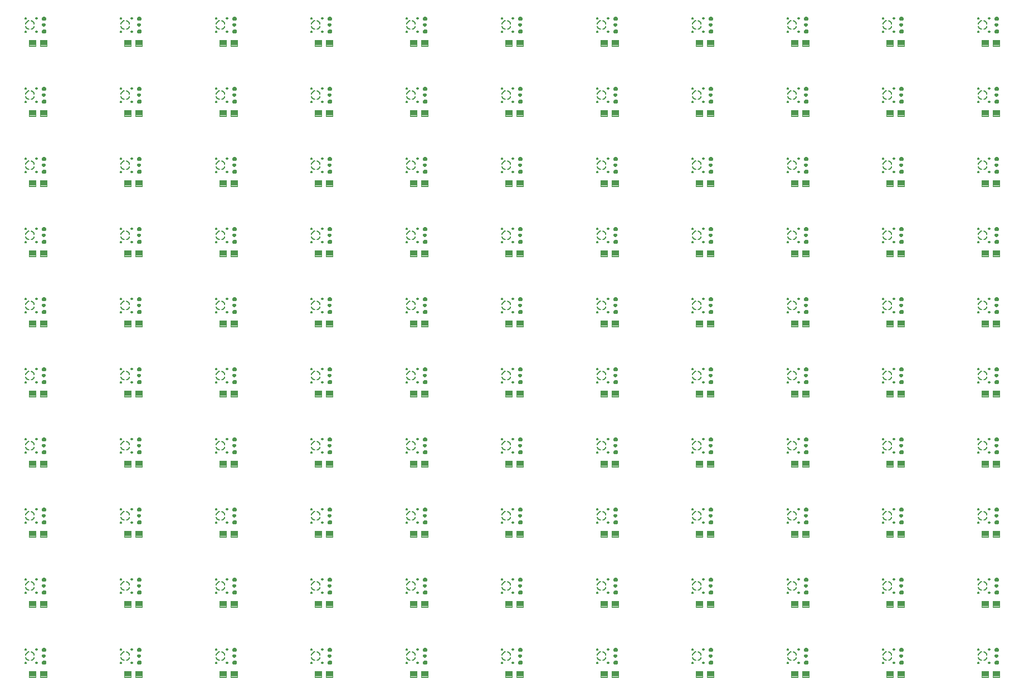
<source format=gtp>
G04 EAGLE Gerber RS-274X export*
G75*
%MOMM*%
%FSLAX34Y34*%
%LPD*%
%INSolderpaste Top*%
%IPPOS*%
%AMOC8*
5,1,8,0,0,1.08239X$1,22.5*%
G01*
%ADD10C,0.100000*%
%ADD11C,0.400000*%
%ADD12C,0.350000*%
%ADD13C,0.210000*%
%ADD14C,0.200000*%


D10*
X33838Y18614D02*
X23838Y18614D01*
X23838Y27614D01*
X33838Y27614D01*
X33838Y18614D01*
X33838Y19564D02*
X23838Y19564D01*
X23838Y20514D02*
X33838Y20514D01*
X33838Y21464D02*
X23838Y21464D01*
X23838Y22414D02*
X33838Y22414D01*
X33838Y23364D02*
X23838Y23364D01*
X23838Y24314D02*
X33838Y24314D01*
X33838Y25264D02*
X23838Y25264D01*
X23838Y26214D02*
X33838Y26214D01*
X33838Y27164D02*
X23838Y27164D01*
X40838Y18614D02*
X50838Y18614D01*
X40838Y18614D02*
X40838Y27614D01*
X50838Y27614D01*
X50838Y18614D01*
X50838Y19564D02*
X40838Y19564D01*
X40838Y20514D02*
X50838Y20514D01*
X50838Y21464D02*
X40838Y21464D01*
X40838Y22414D02*
X50838Y22414D01*
X50838Y23364D02*
X40838Y23364D01*
X40838Y24314D02*
X50838Y24314D01*
X50838Y25264D02*
X40838Y25264D01*
X40838Y26214D02*
X50838Y26214D01*
X50838Y27164D02*
X40838Y27164D01*
D11*
X45520Y60450D02*
X45522Y60513D01*
X45528Y60575D01*
X45538Y60637D01*
X45551Y60699D01*
X45569Y60759D01*
X45590Y60818D01*
X45615Y60876D01*
X45644Y60932D01*
X45676Y60986D01*
X45711Y61038D01*
X45749Y61087D01*
X45791Y61135D01*
X45835Y61179D01*
X45883Y61221D01*
X45932Y61259D01*
X45984Y61294D01*
X46038Y61326D01*
X46094Y61355D01*
X46152Y61380D01*
X46211Y61401D01*
X46271Y61419D01*
X46333Y61432D01*
X46395Y61442D01*
X46457Y61448D01*
X46520Y61450D01*
X46583Y61448D01*
X46645Y61442D01*
X46707Y61432D01*
X46769Y61419D01*
X46829Y61401D01*
X46888Y61380D01*
X46946Y61355D01*
X47002Y61326D01*
X47056Y61294D01*
X47108Y61259D01*
X47157Y61221D01*
X47205Y61179D01*
X47249Y61135D01*
X47291Y61087D01*
X47329Y61038D01*
X47364Y60986D01*
X47396Y60932D01*
X47425Y60876D01*
X47450Y60818D01*
X47471Y60759D01*
X47489Y60699D01*
X47502Y60637D01*
X47512Y60575D01*
X47518Y60513D01*
X47520Y60450D01*
X47518Y60387D01*
X47512Y60325D01*
X47502Y60263D01*
X47489Y60201D01*
X47471Y60141D01*
X47450Y60082D01*
X47425Y60024D01*
X47396Y59968D01*
X47364Y59914D01*
X47329Y59862D01*
X47291Y59813D01*
X47249Y59765D01*
X47205Y59721D01*
X47157Y59679D01*
X47108Y59641D01*
X47056Y59606D01*
X47002Y59574D01*
X46946Y59545D01*
X46888Y59520D01*
X46829Y59499D01*
X46769Y59481D01*
X46707Y59468D01*
X46645Y59458D01*
X46583Y59452D01*
X46520Y59450D01*
X46457Y59452D01*
X46395Y59458D01*
X46333Y59468D01*
X46271Y59481D01*
X46211Y59499D01*
X46152Y59520D01*
X46094Y59545D01*
X46038Y59574D01*
X45984Y59606D01*
X45932Y59641D01*
X45883Y59679D01*
X45835Y59721D01*
X45791Y59765D01*
X45749Y59813D01*
X45711Y59862D01*
X45676Y59914D01*
X45644Y59968D01*
X45615Y60024D01*
X45590Y60082D01*
X45569Y60141D01*
X45551Y60201D01*
X45538Y60263D01*
X45528Y60325D01*
X45522Y60387D01*
X45520Y60450D01*
D12*
X45520Y50800D02*
X45522Y50863D01*
X45528Y50925D01*
X45538Y50987D01*
X45551Y51049D01*
X45569Y51109D01*
X45590Y51168D01*
X45615Y51226D01*
X45644Y51282D01*
X45676Y51336D01*
X45711Y51388D01*
X45749Y51437D01*
X45791Y51485D01*
X45835Y51529D01*
X45883Y51571D01*
X45932Y51609D01*
X45984Y51644D01*
X46038Y51676D01*
X46094Y51705D01*
X46152Y51730D01*
X46211Y51751D01*
X46271Y51769D01*
X46333Y51782D01*
X46395Y51792D01*
X46457Y51798D01*
X46520Y51800D01*
X46583Y51798D01*
X46645Y51792D01*
X46707Y51782D01*
X46769Y51769D01*
X46829Y51751D01*
X46888Y51730D01*
X46946Y51705D01*
X47002Y51676D01*
X47056Y51644D01*
X47108Y51609D01*
X47157Y51571D01*
X47205Y51529D01*
X47249Y51485D01*
X47291Y51437D01*
X47329Y51388D01*
X47364Y51336D01*
X47396Y51282D01*
X47425Y51226D01*
X47450Y51168D01*
X47471Y51109D01*
X47489Y51049D01*
X47502Y50987D01*
X47512Y50925D01*
X47518Y50863D01*
X47520Y50800D01*
X47518Y50737D01*
X47512Y50675D01*
X47502Y50613D01*
X47489Y50551D01*
X47471Y50491D01*
X47450Y50432D01*
X47425Y50374D01*
X47396Y50318D01*
X47364Y50264D01*
X47329Y50212D01*
X47291Y50163D01*
X47249Y50115D01*
X47205Y50071D01*
X47157Y50029D01*
X47108Y49991D01*
X47056Y49956D01*
X47002Y49924D01*
X46946Y49895D01*
X46888Y49870D01*
X46829Y49849D01*
X46769Y49831D01*
X46707Y49818D01*
X46645Y49808D01*
X46583Y49802D01*
X46520Y49800D01*
X46457Y49802D01*
X46395Y49808D01*
X46333Y49818D01*
X46271Y49831D01*
X46211Y49849D01*
X46152Y49870D01*
X46094Y49895D01*
X46038Y49924D01*
X45984Y49956D01*
X45932Y49991D01*
X45883Y50029D01*
X45835Y50071D01*
X45791Y50115D01*
X45749Y50163D01*
X45711Y50212D01*
X45676Y50264D01*
X45644Y50318D01*
X45615Y50374D01*
X45590Y50432D01*
X45569Y50491D01*
X45551Y50551D01*
X45538Y50613D01*
X45528Y50675D01*
X45522Y50737D01*
X45520Y50800D01*
D11*
X45520Y41150D02*
X45522Y41213D01*
X45528Y41275D01*
X45538Y41337D01*
X45551Y41399D01*
X45569Y41459D01*
X45590Y41518D01*
X45615Y41576D01*
X45644Y41632D01*
X45676Y41686D01*
X45711Y41738D01*
X45749Y41787D01*
X45791Y41835D01*
X45835Y41879D01*
X45883Y41921D01*
X45932Y41959D01*
X45984Y41994D01*
X46038Y42026D01*
X46094Y42055D01*
X46152Y42080D01*
X46211Y42101D01*
X46271Y42119D01*
X46333Y42132D01*
X46395Y42142D01*
X46457Y42148D01*
X46520Y42150D01*
X46583Y42148D01*
X46645Y42142D01*
X46707Y42132D01*
X46769Y42119D01*
X46829Y42101D01*
X46888Y42080D01*
X46946Y42055D01*
X47002Y42026D01*
X47056Y41994D01*
X47108Y41959D01*
X47157Y41921D01*
X47205Y41879D01*
X47249Y41835D01*
X47291Y41787D01*
X47329Y41738D01*
X47364Y41686D01*
X47396Y41632D01*
X47425Y41576D01*
X47450Y41518D01*
X47471Y41459D01*
X47489Y41399D01*
X47502Y41337D01*
X47512Y41275D01*
X47518Y41213D01*
X47520Y41150D01*
X47518Y41087D01*
X47512Y41025D01*
X47502Y40963D01*
X47489Y40901D01*
X47471Y40841D01*
X47450Y40782D01*
X47425Y40724D01*
X47396Y40668D01*
X47364Y40614D01*
X47329Y40562D01*
X47291Y40513D01*
X47249Y40465D01*
X47205Y40421D01*
X47157Y40379D01*
X47108Y40341D01*
X47056Y40306D01*
X47002Y40274D01*
X46946Y40245D01*
X46888Y40220D01*
X46829Y40199D01*
X46769Y40181D01*
X46707Y40168D01*
X46645Y40158D01*
X46583Y40152D01*
X46520Y40150D01*
X46457Y40152D01*
X46395Y40158D01*
X46333Y40168D01*
X46271Y40181D01*
X46211Y40199D01*
X46152Y40220D01*
X46094Y40245D01*
X46038Y40274D01*
X45984Y40306D01*
X45932Y40341D01*
X45883Y40379D01*
X45835Y40421D01*
X45791Y40465D01*
X45749Y40513D01*
X45711Y40562D01*
X45676Y40614D01*
X45644Y40668D01*
X45615Y40724D01*
X45590Y40782D01*
X45569Y40841D01*
X45551Y40901D01*
X45538Y40963D01*
X45528Y41025D01*
X45522Y41087D01*
X45520Y41150D01*
D13*
X34520Y60950D02*
X34522Y61013D01*
X34528Y61075D01*
X34538Y61137D01*
X34551Y61199D01*
X34569Y61259D01*
X34590Y61318D01*
X34615Y61376D01*
X34644Y61432D01*
X34676Y61486D01*
X34711Y61538D01*
X34749Y61587D01*
X34791Y61635D01*
X34835Y61679D01*
X34883Y61721D01*
X34932Y61759D01*
X34984Y61794D01*
X35038Y61826D01*
X35094Y61855D01*
X35152Y61880D01*
X35211Y61901D01*
X35271Y61919D01*
X35333Y61932D01*
X35395Y61942D01*
X35457Y61948D01*
X35520Y61950D01*
X35583Y61948D01*
X35645Y61942D01*
X35707Y61932D01*
X35769Y61919D01*
X35829Y61901D01*
X35888Y61880D01*
X35946Y61855D01*
X36002Y61826D01*
X36056Y61794D01*
X36108Y61759D01*
X36157Y61721D01*
X36205Y61679D01*
X36249Y61635D01*
X36291Y61587D01*
X36329Y61538D01*
X36364Y61486D01*
X36396Y61432D01*
X36425Y61376D01*
X36450Y61318D01*
X36471Y61259D01*
X36489Y61199D01*
X36502Y61137D01*
X36512Y61075D01*
X36518Y61013D01*
X36520Y60950D01*
X36518Y60887D01*
X36512Y60825D01*
X36502Y60763D01*
X36489Y60701D01*
X36471Y60641D01*
X36450Y60582D01*
X36425Y60524D01*
X36396Y60468D01*
X36364Y60414D01*
X36329Y60362D01*
X36291Y60313D01*
X36249Y60265D01*
X36205Y60221D01*
X36157Y60179D01*
X36108Y60141D01*
X36056Y60106D01*
X36002Y60074D01*
X35946Y60045D01*
X35888Y60020D01*
X35829Y59999D01*
X35769Y59981D01*
X35707Y59968D01*
X35645Y59958D01*
X35583Y59952D01*
X35520Y59950D01*
X35457Y59952D01*
X35395Y59958D01*
X35333Y59968D01*
X35271Y59981D01*
X35211Y59999D01*
X35152Y60020D01*
X35094Y60045D01*
X35038Y60074D01*
X34984Y60106D01*
X34932Y60141D01*
X34883Y60179D01*
X34835Y60221D01*
X34791Y60265D01*
X34749Y60313D01*
X34711Y60362D01*
X34676Y60414D01*
X34644Y60468D01*
X34615Y60524D01*
X34590Y60582D01*
X34569Y60641D01*
X34551Y60701D01*
X34538Y60763D01*
X34528Y60825D01*
X34522Y60887D01*
X34520Y60950D01*
D14*
X23770Y57300D02*
X23613Y57255D01*
X23456Y57207D01*
X23301Y57155D01*
X23148Y57099D01*
X22995Y57040D01*
X22844Y56976D01*
X22695Y56910D01*
X22548Y56839D01*
X22402Y56765D01*
X22258Y56688D01*
X22116Y56607D01*
X21976Y56522D01*
X21838Y56434D01*
X21702Y56343D01*
X21568Y56249D01*
X21437Y56151D01*
X21308Y56050D01*
X21182Y55947D01*
X21058Y55840D01*
X20937Y55730D01*
X20819Y55617D01*
X20703Y55501D01*
X20590Y55383D01*
X20480Y55262D01*
X20373Y55138D01*
X20270Y55012D01*
X20169Y54883D01*
X20071Y54752D01*
X19977Y54618D01*
X19886Y54482D01*
X19798Y54344D01*
X19713Y54204D01*
X19632Y54062D01*
X19555Y53918D01*
X19481Y53772D01*
X19410Y53625D01*
X19344Y53476D01*
X19280Y53325D01*
X19221Y53172D01*
X19165Y53019D01*
X19113Y52864D01*
X19065Y52707D01*
X19020Y52550D01*
X27270Y44300D02*
X27427Y44345D01*
X27584Y44393D01*
X27739Y44445D01*
X27892Y44501D01*
X28045Y44560D01*
X28196Y44624D01*
X28345Y44690D01*
X28492Y44761D01*
X28638Y44835D01*
X28782Y44912D01*
X28924Y44993D01*
X29064Y45078D01*
X29202Y45166D01*
X29338Y45257D01*
X29472Y45351D01*
X29603Y45449D01*
X29732Y45550D01*
X29858Y45653D01*
X29982Y45760D01*
X30103Y45870D01*
X30221Y45983D01*
X30337Y46099D01*
X30450Y46217D01*
X30560Y46338D01*
X30667Y46462D01*
X30770Y46588D01*
X30871Y46717D01*
X30969Y46848D01*
X31063Y46982D01*
X31154Y47118D01*
X31242Y47256D01*
X31327Y47396D01*
X31408Y47538D01*
X31485Y47682D01*
X31559Y47828D01*
X31630Y47975D01*
X31696Y48124D01*
X31760Y48275D01*
X31819Y48428D01*
X31875Y48581D01*
X31927Y48736D01*
X31975Y48893D01*
X32020Y49050D01*
X23770Y44300D02*
X23613Y44345D01*
X23456Y44393D01*
X23301Y44445D01*
X23148Y44501D01*
X22995Y44560D01*
X22844Y44624D01*
X22695Y44690D01*
X22548Y44761D01*
X22402Y44835D01*
X22258Y44912D01*
X22116Y44993D01*
X21976Y45078D01*
X21838Y45166D01*
X21702Y45257D01*
X21568Y45351D01*
X21437Y45449D01*
X21308Y45550D01*
X21182Y45653D01*
X21058Y45760D01*
X20937Y45870D01*
X20819Y45983D01*
X20703Y46099D01*
X20590Y46217D01*
X20480Y46338D01*
X20373Y46462D01*
X20270Y46588D01*
X20169Y46717D01*
X20071Y46848D01*
X19977Y46982D01*
X19886Y47118D01*
X19798Y47256D01*
X19713Y47396D01*
X19632Y47538D01*
X19555Y47682D01*
X19481Y47828D01*
X19410Y47975D01*
X19344Y48124D01*
X19280Y48275D01*
X19221Y48428D01*
X19165Y48581D01*
X19113Y48736D01*
X19065Y48893D01*
X19020Y49050D01*
X27270Y57300D02*
X27427Y57255D01*
X27584Y57207D01*
X27739Y57155D01*
X27892Y57099D01*
X28045Y57040D01*
X28196Y56976D01*
X28345Y56910D01*
X28492Y56839D01*
X28638Y56765D01*
X28782Y56688D01*
X28924Y56607D01*
X29064Y56522D01*
X29202Y56434D01*
X29338Y56343D01*
X29472Y56249D01*
X29603Y56151D01*
X29732Y56050D01*
X29858Y55947D01*
X29982Y55840D01*
X30103Y55730D01*
X30221Y55617D01*
X30337Y55501D01*
X30450Y55383D01*
X30560Y55262D01*
X30667Y55138D01*
X30770Y55012D01*
X30871Y54883D01*
X30969Y54752D01*
X31063Y54618D01*
X31154Y54482D01*
X31242Y54344D01*
X31327Y54204D01*
X31408Y54062D01*
X31485Y53918D01*
X31559Y53772D01*
X31630Y53625D01*
X31696Y53476D01*
X31760Y53325D01*
X31819Y53172D01*
X31875Y53019D01*
X31927Y52864D01*
X31975Y52707D01*
X32020Y52550D01*
D13*
X18120Y60950D02*
X18122Y61013D01*
X18128Y61075D01*
X18138Y61137D01*
X18151Y61199D01*
X18169Y61259D01*
X18190Y61318D01*
X18215Y61376D01*
X18244Y61432D01*
X18276Y61486D01*
X18311Y61538D01*
X18349Y61587D01*
X18391Y61635D01*
X18435Y61679D01*
X18483Y61721D01*
X18532Y61759D01*
X18584Y61794D01*
X18638Y61826D01*
X18694Y61855D01*
X18752Y61880D01*
X18811Y61901D01*
X18871Y61919D01*
X18933Y61932D01*
X18995Y61942D01*
X19057Y61948D01*
X19120Y61950D01*
X19183Y61948D01*
X19245Y61942D01*
X19307Y61932D01*
X19369Y61919D01*
X19429Y61901D01*
X19488Y61880D01*
X19546Y61855D01*
X19602Y61826D01*
X19656Y61794D01*
X19708Y61759D01*
X19757Y61721D01*
X19805Y61679D01*
X19849Y61635D01*
X19891Y61587D01*
X19929Y61538D01*
X19964Y61486D01*
X19996Y61432D01*
X20025Y61376D01*
X20050Y61318D01*
X20071Y61259D01*
X20089Y61199D01*
X20102Y61137D01*
X20112Y61075D01*
X20118Y61013D01*
X20120Y60950D01*
X20118Y60887D01*
X20112Y60825D01*
X20102Y60763D01*
X20089Y60701D01*
X20071Y60641D01*
X20050Y60582D01*
X20025Y60524D01*
X19996Y60468D01*
X19964Y60414D01*
X19929Y60362D01*
X19891Y60313D01*
X19849Y60265D01*
X19805Y60221D01*
X19757Y60179D01*
X19708Y60141D01*
X19656Y60106D01*
X19602Y60074D01*
X19546Y60045D01*
X19488Y60020D01*
X19429Y59999D01*
X19369Y59981D01*
X19307Y59968D01*
X19245Y59958D01*
X19183Y59952D01*
X19120Y59950D01*
X19057Y59952D01*
X18995Y59958D01*
X18933Y59968D01*
X18871Y59981D01*
X18811Y59999D01*
X18752Y60020D01*
X18694Y60045D01*
X18638Y60074D01*
X18584Y60106D01*
X18532Y60141D01*
X18483Y60179D01*
X18435Y60221D01*
X18391Y60265D01*
X18349Y60313D01*
X18311Y60362D01*
X18276Y60414D01*
X18244Y60468D01*
X18215Y60524D01*
X18190Y60582D01*
X18169Y60641D01*
X18151Y60701D01*
X18138Y60763D01*
X18128Y60825D01*
X18122Y60887D01*
X18120Y60950D01*
X18120Y40650D02*
X18122Y40713D01*
X18128Y40775D01*
X18138Y40837D01*
X18151Y40899D01*
X18169Y40959D01*
X18190Y41018D01*
X18215Y41076D01*
X18244Y41132D01*
X18276Y41186D01*
X18311Y41238D01*
X18349Y41287D01*
X18391Y41335D01*
X18435Y41379D01*
X18483Y41421D01*
X18532Y41459D01*
X18584Y41494D01*
X18638Y41526D01*
X18694Y41555D01*
X18752Y41580D01*
X18811Y41601D01*
X18871Y41619D01*
X18933Y41632D01*
X18995Y41642D01*
X19057Y41648D01*
X19120Y41650D01*
X19183Y41648D01*
X19245Y41642D01*
X19307Y41632D01*
X19369Y41619D01*
X19429Y41601D01*
X19488Y41580D01*
X19546Y41555D01*
X19602Y41526D01*
X19656Y41494D01*
X19708Y41459D01*
X19757Y41421D01*
X19805Y41379D01*
X19849Y41335D01*
X19891Y41287D01*
X19929Y41238D01*
X19964Y41186D01*
X19996Y41132D01*
X20025Y41076D01*
X20050Y41018D01*
X20071Y40959D01*
X20089Y40899D01*
X20102Y40837D01*
X20112Y40775D01*
X20118Y40713D01*
X20120Y40650D01*
X20118Y40587D01*
X20112Y40525D01*
X20102Y40463D01*
X20089Y40401D01*
X20071Y40341D01*
X20050Y40282D01*
X20025Y40224D01*
X19996Y40168D01*
X19964Y40114D01*
X19929Y40062D01*
X19891Y40013D01*
X19849Y39965D01*
X19805Y39921D01*
X19757Y39879D01*
X19708Y39841D01*
X19656Y39806D01*
X19602Y39774D01*
X19546Y39745D01*
X19488Y39720D01*
X19429Y39699D01*
X19369Y39681D01*
X19307Y39668D01*
X19245Y39658D01*
X19183Y39652D01*
X19120Y39650D01*
X19057Y39652D01*
X18995Y39658D01*
X18933Y39668D01*
X18871Y39681D01*
X18811Y39699D01*
X18752Y39720D01*
X18694Y39745D01*
X18638Y39774D01*
X18584Y39806D01*
X18532Y39841D01*
X18483Y39879D01*
X18435Y39921D01*
X18391Y39965D01*
X18349Y40013D01*
X18311Y40062D01*
X18276Y40114D01*
X18244Y40168D01*
X18215Y40224D01*
X18190Y40282D01*
X18169Y40341D01*
X18151Y40401D01*
X18138Y40463D01*
X18128Y40525D01*
X18122Y40587D01*
X18120Y40650D01*
X34520Y40650D02*
X34522Y40713D01*
X34528Y40775D01*
X34538Y40837D01*
X34551Y40899D01*
X34569Y40959D01*
X34590Y41018D01*
X34615Y41076D01*
X34644Y41132D01*
X34676Y41186D01*
X34711Y41238D01*
X34749Y41287D01*
X34791Y41335D01*
X34835Y41379D01*
X34883Y41421D01*
X34932Y41459D01*
X34984Y41494D01*
X35038Y41526D01*
X35094Y41555D01*
X35152Y41580D01*
X35211Y41601D01*
X35271Y41619D01*
X35333Y41632D01*
X35395Y41642D01*
X35457Y41648D01*
X35520Y41650D01*
X35583Y41648D01*
X35645Y41642D01*
X35707Y41632D01*
X35769Y41619D01*
X35829Y41601D01*
X35888Y41580D01*
X35946Y41555D01*
X36002Y41526D01*
X36056Y41494D01*
X36108Y41459D01*
X36157Y41421D01*
X36205Y41379D01*
X36249Y41335D01*
X36291Y41287D01*
X36329Y41238D01*
X36364Y41186D01*
X36396Y41132D01*
X36425Y41076D01*
X36450Y41018D01*
X36471Y40959D01*
X36489Y40899D01*
X36502Y40837D01*
X36512Y40775D01*
X36518Y40713D01*
X36520Y40650D01*
X36518Y40587D01*
X36512Y40525D01*
X36502Y40463D01*
X36489Y40401D01*
X36471Y40341D01*
X36450Y40282D01*
X36425Y40224D01*
X36396Y40168D01*
X36364Y40114D01*
X36329Y40062D01*
X36291Y40013D01*
X36249Y39965D01*
X36205Y39921D01*
X36157Y39879D01*
X36108Y39841D01*
X36056Y39806D01*
X36002Y39774D01*
X35946Y39745D01*
X35888Y39720D01*
X35829Y39699D01*
X35769Y39681D01*
X35707Y39668D01*
X35645Y39658D01*
X35583Y39652D01*
X35520Y39650D01*
X35457Y39652D01*
X35395Y39658D01*
X35333Y39668D01*
X35271Y39681D01*
X35211Y39699D01*
X35152Y39720D01*
X35094Y39745D01*
X35038Y39774D01*
X34984Y39806D01*
X34932Y39841D01*
X34883Y39879D01*
X34835Y39921D01*
X34791Y39965D01*
X34749Y40013D01*
X34711Y40062D01*
X34676Y40114D01*
X34644Y40168D01*
X34615Y40224D01*
X34590Y40282D01*
X34569Y40341D01*
X34551Y40401D01*
X34538Y40463D01*
X34528Y40525D01*
X34522Y40587D01*
X34520Y40650D01*
D10*
X168618Y18614D02*
X178618Y18614D01*
X168618Y18614D02*
X168618Y27614D01*
X178618Y27614D01*
X178618Y18614D01*
X178618Y19564D02*
X168618Y19564D01*
X168618Y20514D02*
X178618Y20514D01*
X178618Y21464D02*
X168618Y21464D01*
X168618Y22414D02*
X178618Y22414D01*
X178618Y23364D02*
X168618Y23364D01*
X168618Y24314D02*
X178618Y24314D01*
X178618Y25264D02*
X168618Y25264D01*
X168618Y26214D02*
X178618Y26214D01*
X178618Y27164D02*
X168618Y27164D01*
X185618Y18614D02*
X195618Y18614D01*
X185618Y18614D02*
X185618Y27614D01*
X195618Y27614D01*
X195618Y18614D01*
X195618Y19564D02*
X185618Y19564D01*
X185618Y20514D02*
X195618Y20514D01*
X195618Y21464D02*
X185618Y21464D01*
X185618Y22414D02*
X195618Y22414D01*
X195618Y23364D02*
X185618Y23364D01*
X185618Y24314D02*
X195618Y24314D01*
X195618Y25264D02*
X185618Y25264D01*
X185618Y26214D02*
X195618Y26214D01*
X195618Y27164D02*
X185618Y27164D01*
D11*
X190300Y60450D02*
X190302Y60513D01*
X190308Y60575D01*
X190318Y60637D01*
X190331Y60699D01*
X190349Y60759D01*
X190370Y60818D01*
X190395Y60876D01*
X190424Y60932D01*
X190456Y60986D01*
X190491Y61038D01*
X190529Y61087D01*
X190571Y61135D01*
X190615Y61179D01*
X190663Y61221D01*
X190712Y61259D01*
X190764Y61294D01*
X190818Y61326D01*
X190874Y61355D01*
X190932Y61380D01*
X190991Y61401D01*
X191051Y61419D01*
X191113Y61432D01*
X191175Y61442D01*
X191237Y61448D01*
X191300Y61450D01*
X191363Y61448D01*
X191425Y61442D01*
X191487Y61432D01*
X191549Y61419D01*
X191609Y61401D01*
X191668Y61380D01*
X191726Y61355D01*
X191782Y61326D01*
X191836Y61294D01*
X191888Y61259D01*
X191937Y61221D01*
X191985Y61179D01*
X192029Y61135D01*
X192071Y61087D01*
X192109Y61038D01*
X192144Y60986D01*
X192176Y60932D01*
X192205Y60876D01*
X192230Y60818D01*
X192251Y60759D01*
X192269Y60699D01*
X192282Y60637D01*
X192292Y60575D01*
X192298Y60513D01*
X192300Y60450D01*
X192298Y60387D01*
X192292Y60325D01*
X192282Y60263D01*
X192269Y60201D01*
X192251Y60141D01*
X192230Y60082D01*
X192205Y60024D01*
X192176Y59968D01*
X192144Y59914D01*
X192109Y59862D01*
X192071Y59813D01*
X192029Y59765D01*
X191985Y59721D01*
X191937Y59679D01*
X191888Y59641D01*
X191836Y59606D01*
X191782Y59574D01*
X191726Y59545D01*
X191668Y59520D01*
X191609Y59499D01*
X191549Y59481D01*
X191487Y59468D01*
X191425Y59458D01*
X191363Y59452D01*
X191300Y59450D01*
X191237Y59452D01*
X191175Y59458D01*
X191113Y59468D01*
X191051Y59481D01*
X190991Y59499D01*
X190932Y59520D01*
X190874Y59545D01*
X190818Y59574D01*
X190764Y59606D01*
X190712Y59641D01*
X190663Y59679D01*
X190615Y59721D01*
X190571Y59765D01*
X190529Y59813D01*
X190491Y59862D01*
X190456Y59914D01*
X190424Y59968D01*
X190395Y60024D01*
X190370Y60082D01*
X190349Y60141D01*
X190331Y60201D01*
X190318Y60263D01*
X190308Y60325D01*
X190302Y60387D01*
X190300Y60450D01*
D12*
X190300Y50800D02*
X190302Y50863D01*
X190308Y50925D01*
X190318Y50987D01*
X190331Y51049D01*
X190349Y51109D01*
X190370Y51168D01*
X190395Y51226D01*
X190424Y51282D01*
X190456Y51336D01*
X190491Y51388D01*
X190529Y51437D01*
X190571Y51485D01*
X190615Y51529D01*
X190663Y51571D01*
X190712Y51609D01*
X190764Y51644D01*
X190818Y51676D01*
X190874Y51705D01*
X190932Y51730D01*
X190991Y51751D01*
X191051Y51769D01*
X191113Y51782D01*
X191175Y51792D01*
X191237Y51798D01*
X191300Y51800D01*
X191363Y51798D01*
X191425Y51792D01*
X191487Y51782D01*
X191549Y51769D01*
X191609Y51751D01*
X191668Y51730D01*
X191726Y51705D01*
X191782Y51676D01*
X191836Y51644D01*
X191888Y51609D01*
X191937Y51571D01*
X191985Y51529D01*
X192029Y51485D01*
X192071Y51437D01*
X192109Y51388D01*
X192144Y51336D01*
X192176Y51282D01*
X192205Y51226D01*
X192230Y51168D01*
X192251Y51109D01*
X192269Y51049D01*
X192282Y50987D01*
X192292Y50925D01*
X192298Y50863D01*
X192300Y50800D01*
X192298Y50737D01*
X192292Y50675D01*
X192282Y50613D01*
X192269Y50551D01*
X192251Y50491D01*
X192230Y50432D01*
X192205Y50374D01*
X192176Y50318D01*
X192144Y50264D01*
X192109Y50212D01*
X192071Y50163D01*
X192029Y50115D01*
X191985Y50071D01*
X191937Y50029D01*
X191888Y49991D01*
X191836Y49956D01*
X191782Y49924D01*
X191726Y49895D01*
X191668Y49870D01*
X191609Y49849D01*
X191549Y49831D01*
X191487Y49818D01*
X191425Y49808D01*
X191363Y49802D01*
X191300Y49800D01*
X191237Y49802D01*
X191175Y49808D01*
X191113Y49818D01*
X191051Y49831D01*
X190991Y49849D01*
X190932Y49870D01*
X190874Y49895D01*
X190818Y49924D01*
X190764Y49956D01*
X190712Y49991D01*
X190663Y50029D01*
X190615Y50071D01*
X190571Y50115D01*
X190529Y50163D01*
X190491Y50212D01*
X190456Y50264D01*
X190424Y50318D01*
X190395Y50374D01*
X190370Y50432D01*
X190349Y50491D01*
X190331Y50551D01*
X190318Y50613D01*
X190308Y50675D01*
X190302Y50737D01*
X190300Y50800D01*
D11*
X190300Y41150D02*
X190302Y41213D01*
X190308Y41275D01*
X190318Y41337D01*
X190331Y41399D01*
X190349Y41459D01*
X190370Y41518D01*
X190395Y41576D01*
X190424Y41632D01*
X190456Y41686D01*
X190491Y41738D01*
X190529Y41787D01*
X190571Y41835D01*
X190615Y41879D01*
X190663Y41921D01*
X190712Y41959D01*
X190764Y41994D01*
X190818Y42026D01*
X190874Y42055D01*
X190932Y42080D01*
X190991Y42101D01*
X191051Y42119D01*
X191113Y42132D01*
X191175Y42142D01*
X191237Y42148D01*
X191300Y42150D01*
X191363Y42148D01*
X191425Y42142D01*
X191487Y42132D01*
X191549Y42119D01*
X191609Y42101D01*
X191668Y42080D01*
X191726Y42055D01*
X191782Y42026D01*
X191836Y41994D01*
X191888Y41959D01*
X191937Y41921D01*
X191985Y41879D01*
X192029Y41835D01*
X192071Y41787D01*
X192109Y41738D01*
X192144Y41686D01*
X192176Y41632D01*
X192205Y41576D01*
X192230Y41518D01*
X192251Y41459D01*
X192269Y41399D01*
X192282Y41337D01*
X192292Y41275D01*
X192298Y41213D01*
X192300Y41150D01*
X192298Y41087D01*
X192292Y41025D01*
X192282Y40963D01*
X192269Y40901D01*
X192251Y40841D01*
X192230Y40782D01*
X192205Y40724D01*
X192176Y40668D01*
X192144Y40614D01*
X192109Y40562D01*
X192071Y40513D01*
X192029Y40465D01*
X191985Y40421D01*
X191937Y40379D01*
X191888Y40341D01*
X191836Y40306D01*
X191782Y40274D01*
X191726Y40245D01*
X191668Y40220D01*
X191609Y40199D01*
X191549Y40181D01*
X191487Y40168D01*
X191425Y40158D01*
X191363Y40152D01*
X191300Y40150D01*
X191237Y40152D01*
X191175Y40158D01*
X191113Y40168D01*
X191051Y40181D01*
X190991Y40199D01*
X190932Y40220D01*
X190874Y40245D01*
X190818Y40274D01*
X190764Y40306D01*
X190712Y40341D01*
X190663Y40379D01*
X190615Y40421D01*
X190571Y40465D01*
X190529Y40513D01*
X190491Y40562D01*
X190456Y40614D01*
X190424Y40668D01*
X190395Y40724D01*
X190370Y40782D01*
X190349Y40841D01*
X190331Y40901D01*
X190318Y40963D01*
X190308Y41025D01*
X190302Y41087D01*
X190300Y41150D01*
D13*
X179300Y60950D02*
X179302Y61013D01*
X179308Y61075D01*
X179318Y61137D01*
X179331Y61199D01*
X179349Y61259D01*
X179370Y61318D01*
X179395Y61376D01*
X179424Y61432D01*
X179456Y61486D01*
X179491Y61538D01*
X179529Y61587D01*
X179571Y61635D01*
X179615Y61679D01*
X179663Y61721D01*
X179712Y61759D01*
X179764Y61794D01*
X179818Y61826D01*
X179874Y61855D01*
X179932Y61880D01*
X179991Y61901D01*
X180051Y61919D01*
X180113Y61932D01*
X180175Y61942D01*
X180237Y61948D01*
X180300Y61950D01*
X180363Y61948D01*
X180425Y61942D01*
X180487Y61932D01*
X180549Y61919D01*
X180609Y61901D01*
X180668Y61880D01*
X180726Y61855D01*
X180782Y61826D01*
X180836Y61794D01*
X180888Y61759D01*
X180937Y61721D01*
X180985Y61679D01*
X181029Y61635D01*
X181071Y61587D01*
X181109Y61538D01*
X181144Y61486D01*
X181176Y61432D01*
X181205Y61376D01*
X181230Y61318D01*
X181251Y61259D01*
X181269Y61199D01*
X181282Y61137D01*
X181292Y61075D01*
X181298Y61013D01*
X181300Y60950D01*
X181298Y60887D01*
X181292Y60825D01*
X181282Y60763D01*
X181269Y60701D01*
X181251Y60641D01*
X181230Y60582D01*
X181205Y60524D01*
X181176Y60468D01*
X181144Y60414D01*
X181109Y60362D01*
X181071Y60313D01*
X181029Y60265D01*
X180985Y60221D01*
X180937Y60179D01*
X180888Y60141D01*
X180836Y60106D01*
X180782Y60074D01*
X180726Y60045D01*
X180668Y60020D01*
X180609Y59999D01*
X180549Y59981D01*
X180487Y59968D01*
X180425Y59958D01*
X180363Y59952D01*
X180300Y59950D01*
X180237Y59952D01*
X180175Y59958D01*
X180113Y59968D01*
X180051Y59981D01*
X179991Y59999D01*
X179932Y60020D01*
X179874Y60045D01*
X179818Y60074D01*
X179764Y60106D01*
X179712Y60141D01*
X179663Y60179D01*
X179615Y60221D01*
X179571Y60265D01*
X179529Y60313D01*
X179491Y60362D01*
X179456Y60414D01*
X179424Y60468D01*
X179395Y60524D01*
X179370Y60582D01*
X179349Y60641D01*
X179331Y60701D01*
X179318Y60763D01*
X179308Y60825D01*
X179302Y60887D01*
X179300Y60950D01*
D14*
X168550Y57300D02*
X168393Y57255D01*
X168236Y57207D01*
X168081Y57155D01*
X167928Y57099D01*
X167775Y57040D01*
X167624Y56976D01*
X167475Y56910D01*
X167328Y56839D01*
X167182Y56765D01*
X167038Y56688D01*
X166896Y56607D01*
X166756Y56522D01*
X166618Y56434D01*
X166482Y56343D01*
X166348Y56249D01*
X166217Y56151D01*
X166088Y56050D01*
X165962Y55947D01*
X165838Y55840D01*
X165717Y55730D01*
X165599Y55617D01*
X165483Y55501D01*
X165370Y55383D01*
X165260Y55262D01*
X165153Y55138D01*
X165050Y55012D01*
X164949Y54883D01*
X164851Y54752D01*
X164757Y54618D01*
X164666Y54482D01*
X164578Y54344D01*
X164493Y54204D01*
X164412Y54062D01*
X164335Y53918D01*
X164261Y53772D01*
X164190Y53625D01*
X164124Y53476D01*
X164060Y53325D01*
X164001Y53172D01*
X163945Y53019D01*
X163893Y52864D01*
X163845Y52707D01*
X163800Y52550D01*
X172050Y44300D02*
X172207Y44345D01*
X172364Y44393D01*
X172519Y44445D01*
X172672Y44501D01*
X172825Y44560D01*
X172976Y44624D01*
X173125Y44690D01*
X173272Y44761D01*
X173418Y44835D01*
X173562Y44912D01*
X173704Y44993D01*
X173844Y45078D01*
X173982Y45166D01*
X174118Y45257D01*
X174252Y45351D01*
X174383Y45449D01*
X174512Y45550D01*
X174638Y45653D01*
X174762Y45760D01*
X174883Y45870D01*
X175001Y45983D01*
X175117Y46099D01*
X175230Y46217D01*
X175340Y46338D01*
X175447Y46462D01*
X175550Y46588D01*
X175651Y46717D01*
X175749Y46848D01*
X175843Y46982D01*
X175934Y47118D01*
X176022Y47256D01*
X176107Y47396D01*
X176188Y47538D01*
X176265Y47682D01*
X176339Y47828D01*
X176410Y47975D01*
X176476Y48124D01*
X176540Y48275D01*
X176599Y48428D01*
X176655Y48581D01*
X176707Y48736D01*
X176755Y48893D01*
X176800Y49050D01*
X168550Y44300D02*
X168393Y44345D01*
X168236Y44393D01*
X168081Y44445D01*
X167928Y44501D01*
X167775Y44560D01*
X167624Y44624D01*
X167475Y44690D01*
X167328Y44761D01*
X167182Y44835D01*
X167038Y44912D01*
X166896Y44993D01*
X166756Y45078D01*
X166618Y45166D01*
X166482Y45257D01*
X166348Y45351D01*
X166217Y45449D01*
X166088Y45550D01*
X165962Y45653D01*
X165838Y45760D01*
X165717Y45870D01*
X165599Y45983D01*
X165483Y46099D01*
X165370Y46217D01*
X165260Y46338D01*
X165153Y46462D01*
X165050Y46588D01*
X164949Y46717D01*
X164851Y46848D01*
X164757Y46982D01*
X164666Y47118D01*
X164578Y47256D01*
X164493Y47396D01*
X164412Y47538D01*
X164335Y47682D01*
X164261Y47828D01*
X164190Y47975D01*
X164124Y48124D01*
X164060Y48275D01*
X164001Y48428D01*
X163945Y48581D01*
X163893Y48736D01*
X163845Y48893D01*
X163800Y49050D01*
X172050Y57300D02*
X172207Y57255D01*
X172364Y57207D01*
X172519Y57155D01*
X172672Y57099D01*
X172825Y57040D01*
X172976Y56976D01*
X173125Y56910D01*
X173272Y56839D01*
X173418Y56765D01*
X173562Y56688D01*
X173704Y56607D01*
X173844Y56522D01*
X173982Y56434D01*
X174118Y56343D01*
X174252Y56249D01*
X174383Y56151D01*
X174512Y56050D01*
X174638Y55947D01*
X174762Y55840D01*
X174883Y55730D01*
X175001Y55617D01*
X175117Y55501D01*
X175230Y55383D01*
X175340Y55262D01*
X175447Y55138D01*
X175550Y55012D01*
X175651Y54883D01*
X175749Y54752D01*
X175843Y54618D01*
X175934Y54482D01*
X176022Y54344D01*
X176107Y54204D01*
X176188Y54062D01*
X176265Y53918D01*
X176339Y53772D01*
X176410Y53625D01*
X176476Y53476D01*
X176540Y53325D01*
X176599Y53172D01*
X176655Y53019D01*
X176707Y52864D01*
X176755Y52707D01*
X176800Y52550D01*
D13*
X162900Y60950D02*
X162902Y61013D01*
X162908Y61075D01*
X162918Y61137D01*
X162931Y61199D01*
X162949Y61259D01*
X162970Y61318D01*
X162995Y61376D01*
X163024Y61432D01*
X163056Y61486D01*
X163091Y61538D01*
X163129Y61587D01*
X163171Y61635D01*
X163215Y61679D01*
X163263Y61721D01*
X163312Y61759D01*
X163364Y61794D01*
X163418Y61826D01*
X163474Y61855D01*
X163532Y61880D01*
X163591Y61901D01*
X163651Y61919D01*
X163713Y61932D01*
X163775Y61942D01*
X163837Y61948D01*
X163900Y61950D01*
X163963Y61948D01*
X164025Y61942D01*
X164087Y61932D01*
X164149Y61919D01*
X164209Y61901D01*
X164268Y61880D01*
X164326Y61855D01*
X164382Y61826D01*
X164436Y61794D01*
X164488Y61759D01*
X164537Y61721D01*
X164585Y61679D01*
X164629Y61635D01*
X164671Y61587D01*
X164709Y61538D01*
X164744Y61486D01*
X164776Y61432D01*
X164805Y61376D01*
X164830Y61318D01*
X164851Y61259D01*
X164869Y61199D01*
X164882Y61137D01*
X164892Y61075D01*
X164898Y61013D01*
X164900Y60950D01*
X164898Y60887D01*
X164892Y60825D01*
X164882Y60763D01*
X164869Y60701D01*
X164851Y60641D01*
X164830Y60582D01*
X164805Y60524D01*
X164776Y60468D01*
X164744Y60414D01*
X164709Y60362D01*
X164671Y60313D01*
X164629Y60265D01*
X164585Y60221D01*
X164537Y60179D01*
X164488Y60141D01*
X164436Y60106D01*
X164382Y60074D01*
X164326Y60045D01*
X164268Y60020D01*
X164209Y59999D01*
X164149Y59981D01*
X164087Y59968D01*
X164025Y59958D01*
X163963Y59952D01*
X163900Y59950D01*
X163837Y59952D01*
X163775Y59958D01*
X163713Y59968D01*
X163651Y59981D01*
X163591Y59999D01*
X163532Y60020D01*
X163474Y60045D01*
X163418Y60074D01*
X163364Y60106D01*
X163312Y60141D01*
X163263Y60179D01*
X163215Y60221D01*
X163171Y60265D01*
X163129Y60313D01*
X163091Y60362D01*
X163056Y60414D01*
X163024Y60468D01*
X162995Y60524D01*
X162970Y60582D01*
X162949Y60641D01*
X162931Y60701D01*
X162918Y60763D01*
X162908Y60825D01*
X162902Y60887D01*
X162900Y60950D01*
X162900Y40650D02*
X162902Y40713D01*
X162908Y40775D01*
X162918Y40837D01*
X162931Y40899D01*
X162949Y40959D01*
X162970Y41018D01*
X162995Y41076D01*
X163024Y41132D01*
X163056Y41186D01*
X163091Y41238D01*
X163129Y41287D01*
X163171Y41335D01*
X163215Y41379D01*
X163263Y41421D01*
X163312Y41459D01*
X163364Y41494D01*
X163418Y41526D01*
X163474Y41555D01*
X163532Y41580D01*
X163591Y41601D01*
X163651Y41619D01*
X163713Y41632D01*
X163775Y41642D01*
X163837Y41648D01*
X163900Y41650D01*
X163963Y41648D01*
X164025Y41642D01*
X164087Y41632D01*
X164149Y41619D01*
X164209Y41601D01*
X164268Y41580D01*
X164326Y41555D01*
X164382Y41526D01*
X164436Y41494D01*
X164488Y41459D01*
X164537Y41421D01*
X164585Y41379D01*
X164629Y41335D01*
X164671Y41287D01*
X164709Y41238D01*
X164744Y41186D01*
X164776Y41132D01*
X164805Y41076D01*
X164830Y41018D01*
X164851Y40959D01*
X164869Y40899D01*
X164882Y40837D01*
X164892Y40775D01*
X164898Y40713D01*
X164900Y40650D01*
X164898Y40587D01*
X164892Y40525D01*
X164882Y40463D01*
X164869Y40401D01*
X164851Y40341D01*
X164830Y40282D01*
X164805Y40224D01*
X164776Y40168D01*
X164744Y40114D01*
X164709Y40062D01*
X164671Y40013D01*
X164629Y39965D01*
X164585Y39921D01*
X164537Y39879D01*
X164488Y39841D01*
X164436Y39806D01*
X164382Y39774D01*
X164326Y39745D01*
X164268Y39720D01*
X164209Y39699D01*
X164149Y39681D01*
X164087Y39668D01*
X164025Y39658D01*
X163963Y39652D01*
X163900Y39650D01*
X163837Y39652D01*
X163775Y39658D01*
X163713Y39668D01*
X163651Y39681D01*
X163591Y39699D01*
X163532Y39720D01*
X163474Y39745D01*
X163418Y39774D01*
X163364Y39806D01*
X163312Y39841D01*
X163263Y39879D01*
X163215Y39921D01*
X163171Y39965D01*
X163129Y40013D01*
X163091Y40062D01*
X163056Y40114D01*
X163024Y40168D01*
X162995Y40224D01*
X162970Y40282D01*
X162949Y40341D01*
X162931Y40401D01*
X162918Y40463D01*
X162908Y40525D01*
X162902Y40587D01*
X162900Y40650D01*
X179300Y40650D02*
X179302Y40713D01*
X179308Y40775D01*
X179318Y40837D01*
X179331Y40899D01*
X179349Y40959D01*
X179370Y41018D01*
X179395Y41076D01*
X179424Y41132D01*
X179456Y41186D01*
X179491Y41238D01*
X179529Y41287D01*
X179571Y41335D01*
X179615Y41379D01*
X179663Y41421D01*
X179712Y41459D01*
X179764Y41494D01*
X179818Y41526D01*
X179874Y41555D01*
X179932Y41580D01*
X179991Y41601D01*
X180051Y41619D01*
X180113Y41632D01*
X180175Y41642D01*
X180237Y41648D01*
X180300Y41650D01*
X180363Y41648D01*
X180425Y41642D01*
X180487Y41632D01*
X180549Y41619D01*
X180609Y41601D01*
X180668Y41580D01*
X180726Y41555D01*
X180782Y41526D01*
X180836Y41494D01*
X180888Y41459D01*
X180937Y41421D01*
X180985Y41379D01*
X181029Y41335D01*
X181071Y41287D01*
X181109Y41238D01*
X181144Y41186D01*
X181176Y41132D01*
X181205Y41076D01*
X181230Y41018D01*
X181251Y40959D01*
X181269Y40899D01*
X181282Y40837D01*
X181292Y40775D01*
X181298Y40713D01*
X181300Y40650D01*
X181298Y40587D01*
X181292Y40525D01*
X181282Y40463D01*
X181269Y40401D01*
X181251Y40341D01*
X181230Y40282D01*
X181205Y40224D01*
X181176Y40168D01*
X181144Y40114D01*
X181109Y40062D01*
X181071Y40013D01*
X181029Y39965D01*
X180985Y39921D01*
X180937Y39879D01*
X180888Y39841D01*
X180836Y39806D01*
X180782Y39774D01*
X180726Y39745D01*
X180668Y39720D01*
X180609Y39699D01*
X180549Y39681D01*
X180487Y39668D01*
X180425Y39658D01*
X180363Y39652D01*
X180300Y39650D01*
X180237Y39652D01*
X180175Y39658D01*
X180113Y39668D01*
X180051Y39681D01*
X179991Y39699D01*
X179932Y39720D01*
X179874Y39745D01*
X179818Y39774D01*
X179764Y39806D01*
X179712Y39841D01*
X179663Y39879D01*
X179615Y39921D01*
X179571Y39965D01*
X179529Y40013D01*
X179491Y40062D01*
X179456Y40114D01*
X179424Y40168D01*
X179395Y40224D01*
X179370Y40282D01*
X179349Y40341D01*
X179331Y40401D01*
X179318Y40463D01*
X179308Y40525D01*
X179302Y40587D01*
X179300Y40650D01*
D10*
X313398Y18614D02*
X323398Y18614D01*
X313398Y18614D02*
X313398Y27614D01*
X323398Y27614D01*
X323398Y18614D01*
X323398Y19564D02*
X313398Y19564D01*
X313398Y20514D02*
X323398Y20514D01*
X323398Y21464D02*
X313398Y21464D01*
X313398Y22414D02*
X323398Y22414D01*
X323398Y23364D02*
X313398Y23364D01*
X313398Y24314D02*
X323398Y24314D01*
X323398Y25264D02*
X313398Y25264D01*
X313398Y26214D02*
X323398Y26214D01*
X323398Y27164D02*
X313398Y27164D01*
X330398Y18614D02*
X340398Y18614D01*
X330398Y18614D02*
X330398Y27614D01*
X340398Y27614D01*
X340398Y18614D01*
X340398Y19564D02*
X330398Y19564D01*
X330398Y20514D02*
X340398Y20514D01*
X340398Y21464D02*
X330398Y21464D01*
X330398Y22414D02*
X340398Y22414D01*
X340398Y23364D02*
X330398Y23364D01*
X330398Y24314D02*
X340398Y24314D01*
X340398Y25264D02*
X330398Y25264D01*
X330398Y26214D02*
X340398Y26214D01*
X340398Y27164D02*
X330398Y27164D01*
D11*
X335080Y60450D02*
X335082Y60513D01*
X335088Y60575D01*
X335098Y60637D01*
X335111Y60699D01*
X335129Y60759D01*
X335150Y60818D01*
X335175Y60876D01*
X335204Y60932D01*
X335236Y60986D01*
X335271Y61038D01*
X335309Y61087D01*
X335351Y61135D01*
X335395Y61179D01*
X335443Y61221D01*
X335492Y61259D01*
X335544Y61294D01*
X335598Y61326D01*
X335654Y61355D01*
X335712Y61380D01*
X335771Y61401D01*
X335831Y61419D01*
X335893Y61432D01*
X335955Y61442D01*
X336017Y61448D01*
X336080Y61450D01*
X336143Y61448D01*
X336205Y61442D01*
X336267Y61432D01*
X336329Y61419D01*
X336389Y61401D01*
X336448Y61380D01*
X336506Y61355D01*
X336562Y61326D01*
X336616Y61294D01*
X336668Y61259D01*
X336717Y61221D01*
X336765Y61179D01*
X336809Y61135D01*
X336851Y61087D01*
X336889Y61038D01*
X336924Y60986D01*
X336956Y60932D01*
X336985Y60876D01*
X337010Y60818D01*
X337031Y60759D01*
X337049Y60699D01*
X337062Y60637D01*
X337072Y60575D01*
X337078Y60513D01*
X337080Y60450D01*
X337078Y60387D01*
X337072Y60325D01*
X337062Y60263D01*
X337049Y60201D01*
X337031Y60141D01*
X337010Y60082D01*
X336985Y60024D01*
X336956Y59968D01*
X336924Y59914D01*
X336889Y59862D01*
X336851Y59813D01*
X336809Y59765D01*
X336765Y59721D01*
X336717Y59679D01*
X336668Y59641D01*
X336616Y59606D01*
X336562Y59574D01*
X336506Y59545D01*
X336448Y59520D01*
X336389Y59499D01*
X336329Y59481D01*
X336267Y59468D01*
X336205Y59458D01*
X336143Y59452D01*
X336080Y59450D01*
X336017Y59452D01*
X335955Y59458D01*
X335893Y59468D01*
X335831Y59481D01*
X335771Y59499D01*
X335712Y59520D01*
X335654Y59545D01*
X335598Y59574D01*
X335544Y59606D01*
X335492Y59641D01*
X335443Y59679D01*
X335395Y59721D01*
X335351Y59765D01*
X335309Y59813D01*
X335271Y59862D01*
X335236Y59914D01*
X335204Y59968D01*
X335175Y60024D01*
X335150Y60082D01*
X335129Y60141D01*
X335111Y60201D01*
X335098Y60263D01*
X335088Y60325D01*
X335082Y60387D01*
X335080Y60450D01*
D12*
X335080Y50800D02*
X335082Y50863D01*
X335088Y50925D01*
X335098Y50987D01*
X335111Y51049D01*
X335129Y51109D01*
X335150Y51168D01*
X335175Y51226D01*
X335204Y51282D01*
X335236Y51336D01*
X335271Y51388D01*
X335309Y51437D01*
X335351Y51485D01*
X335395Y51529D01*
X335443Y51571D01*
X335492Y51609D01*
X335544Y51644D01*
X335598Y51676D01*
X335654Y51705D01*
X335712Y51730D01*
X335771Y51751D01*
X335831Y51769D01*
X335893Y51782D01*
X335955Y51792D01*
X336017Y51798D01*
X336080Y51800D01*
X336143Y51798D01*
X336205Y51792D01*
X336267Y51782D01*
X336329Y51769D01*
X336389Y51751D01*
X336448Y51730D01*
X336506Y51705D01*
X336562Y51676D01*
X336616Y51644D01*
X336668Y51609D01*
X336717Y51571D01*
X336765Y51529D01*
X336809Y51485D01*
X336851Y51437D01*
X336889Y51388D01*
X336924Y51336D01*
X336956Y51282D01*
X336985Y51226D01*
X337010Y51168D01*
X337031Y51109D01*
X337049Y51049D01*
X337062Y50987D01*
X337072Y50925D01*
X337078Y50863D01*
X337080Y50800D01*
X337078Y50737D01*
X337072Y50675D01*
X337062Y50613D01*
X337049Y50551D01*
X337031Y50491D01*
X337010Y50432D01*
X336985Y50374D01*
X336956Y50318D01*
X336924Y50264D01*
X336889Y50212D01*
X336851Y50163D01*
X336809Y50115D01*
X336765Y50071D01*
X336717Y50029D01*
X336668Y49991D01*
X336616Y49956D01*
X336562Y49924D01*
X336506Y49895D01*
X336448Y49870D01*
X336389Y49849D01*
X336329Y49831D01*
X336267Y49818D01*
X336205Y49808D01*
X336143Y49802D01*
X336080Y49800D01*
X336017Y49802D01*
X335955Y49808D01*
X335893Y49818D01*
X335831Y49831D01*
X335771Y49849D01*
X335712Y49870D01*
X335654Y49895D01*
X335598Y49924D01*
X335544Y49956D01*
X335492Y49991D01*
X335443Y50029D01*
X335395Y50071D01*
X335351Y50115D01*
X335309Y50163D01*
X335271Y50212D01*
X335236Y50264D01*
X335204Y50318D01*
X335175Y50374D01*
X335150Y50432D01*
X335129Y50491D01*
X335111Y50551D01*
X335098Y50613D01*
X335088Y50675D01*
X335082Y50737D01*
X335080Y50800D01*
D11*
X335080Y41150D02*
X335082Y41213D01*
X335088Y41275D01*
X335098Y41337D01*
X335111Y41399D01*
X335129Y41459D01*
X335150Y41518D01*
X335175Y41576D01*
X335204Y41632D01*
X335236Y41686D01*
X335271Y41738D01*
X335309Y41787D01*
X335351Y41835D01*
X335395Y41879D01*
X335443Y41921D01*
X335492Y41959D01*
X335544Y41994D01*
X335598Y42026D01*
X335654Y42055D01*
X335712Y42080D01*
X335771Y42101D01*
X335831Y42119D01*
X335893Y42132D01*
X335955Y42142D01*
X336017Y42148D01*
X336080Y42150D01*
X336143Y42148D01*
X336205Y42142D01*
X336267Y42132D01*
X336329Y42119D01*
X336389Y42101D01*
X336448Y42080D01*
X336506Y42055D01*
X336562Y42026D01*
X336616Y41994D01*
X336668Y41959D01*
X336717Y41921D01*
X336765Y41879D01*
X336809Y41835D01*
X336851Y41787D01*
X336889Y41738D01*
X336924Y41686D01*
X336956Y41632D01*
X336985Y41576D01*
X337010Y41518D01*
X337031Y41459D01*
X337049Y41399D01*
X337062Y41337D01*
X337072Y41275D01*
X337078Y41213D01*
X337080Y41150D01*
X337078Y41087D01*
X337072Y41025D01*
X337062Y40963D01*
X337049Y40901D01*
X337031Y40841D01*
X337010Y40782D01*
X336985Y40724D01*
X336956Y40668D01*
X336924Y40614D01*
X336889Y40562D01*
X336851Y40513D01*
X336809Y40465D01*
X336765Y40421D01*
X336717Y40379D01*
X336668Y40341D01*
X336616Y40306D01*
X336562Y40274D01*
X336506Y40245D01*
X336448Y40220D01*
X336389Y40199D01*
X336329Y40181D01*
X336267Y40168D01*
X336205Y40158D01*
X336143Y40152D01*
X336080Y40150D01*
X336017Y40152D01*
X335955Y40158D01*
X335893Y40168D01*
X335831Y40181D01*
X335771Y40199D01*
X335712Y40220D01*
X335654Y40245D01*
X335598Y40274D01*
X335544Y40306D01*
X335492Y40341D01*
X335443Y40379D01*
X335395Y40421D01*
X335351Y40465D01*
X335309Y40513D01*
X335271Y40562D01*
X335236Y40614D01*
X335204Y40668D01*
X335175Y40724D01*
X335150Y40782D01*
X335129Y40841D01*
X335111Y40901D01*
X335098Y40963D01*
X335088Y41025D01*
X335082Y41087D01*
X335080Y41150D01*
D13*
X324080Y60950D02*
X324082Y61013D01*
X324088Y61075D01*
X324098Y61137D01*
X324111Y61199D01*
X324129Y61259D01*
X324150Y61318D01*
X324175Y61376D01*
X324204Y61432D01*
X324236Y61486D01*
X324271Y61538D01*
X324309Y61587D01*
X324351Y61635D01*
X324395Y61679D01*
X324443Y61721D01*
X324492Y61759D01*
X324544Y61794D01*
X324598Y61826D01*
X324654Y61855D01*
X324712Y61880D01*
X324771Y61901D01*
X324831Y61919D01*
X324893Y61932D01*
X324955Y61942D01*
X325017Y61948D01*
X325080Y61950D01*
X325143Y61948D01*
X325205Y61942D01*
X325267Y61932D01*
X325329Y61919D01*
X325389Y61901D01*
X325448Y61880D01*
X325506Y61855D01*
X325562Y61826D01*
X325616Y61794D01*
X325668Y61759D01*
X325717Y61721D01*
X325765Y61679D01*
X325809Y61635D01*
X325851Y61587D01*
X325889Y61538D01*
X325924Y61486D01*
X325956Y61432D01*
X325985Y61376D01*
X326010Y61318D01*
X326031Y61259D01*
X326049Y61199D01*
X326062Y61137D01*
X326072Y61075D01*
X326078Y61013D01*
X326080Y60950D01*
X326078Y60887D01*
X326072Y60825D01*
X326062Y60763D01*
X326049Y60701D01*
X326031Y60641D01*
X326010Y60582D01*
X325985Y60524D01*
X325956Y60468D01*
X325924Y60414D01*
X325889Y60362D01*
X325851Y60313D01*
X325809Y60265D01*
X325765Y60221D01*
X325717Y60179D01*
X325668Y60141D01*
X325616Y60106D01*
X325562Y60074D01*
X325506Y60045D01*
X325448Y60020D01*
X325389Y59999D01*
X325329Y59981D01*
X325267Y59968D01*
X325205Y59958D01*
X325143Y59952D01*
X325080Y59950D01*
X325017Y59952D01*
X324955Y59958D01*
X324893Y59968D01*
X324831Y59981D01*
X324771Y59999D01*
X324712Y60020D01*
X324654Y60045D01*
X324598Y60074D01*
X324544Y60106D01*
X324492Y60141D01*
X324443Y60179D01*
X324395Y60221D01*
X324351Y60265D01*
X324309Y60313D01*
X324271Y60362D01*
X324236Y60414D01*
X324204Y60468D01*
X324175Y60524D01*
X324150Y60582D01*
X324129Y60641D01*
X324111Y60701D01*
X324098Y60763D01*
X324088Y60825D01*
X324082Y60887D01*
X324080Y60950D01*
D14*
X313330Y57300D02*
X313173Y57255D01*
X313016Y57207D01*
X312861Y57155D01*
X312708Y57099D01*
X312555Y57040D01*
X312404Y56976D01*
X312255Y56910D01*
X312108Y56839D01*
X311962Y56765D01*
X311818Y56688D01*
X311676Y56607D01*
X311536Y56522D01*
X311398Y56434D01*
X311262Y56343D01*
X311128Y56249D01*
X310997Y56151D01*
X310868Y56050D01*
X310742Y55947D01*
X310618Y55840D01*
X310497Y55730D01*
X310379Y55617D01*
X310263Y55501D01*
X310150Y55383D01*
X310040Y55262D01*
X309933Y55138D01*
X309830Y55012D01*
X309729Y54883D01*
X309631Y54752D01*
X309537Y54618D01*
X309446Y54482D01*
X309358Y54344D01*
X309273Y54204D01*
X309192Y54062D01*
X309115Y53918D01*
X309041Y53772D01*
X308970Y53625D01*
X308904Y53476D01*
X308840Y53325D01*
X308781Y53172D01*
X308725Y53019D01*
X308673Y52864D01*
X308625Y52707D01*
X308580Y52550D01*
X316830Y44300D02*
X316987Y44345D01*
X317144Y44393D01*
X317299Y44445D01*
X317452Y44501D01*
X317605Y44560D01*
X317756Y44624D01*
X317905Y44690D01*
X318052Y44761D01*
X318198Y44835D01*
X318342Y44912D01*
X318484Y44993D01*
X318624Y45078D01*
X318762Y45166D01*
X318898Y45257D01*
X319032Y45351D01*
X319163Y45449D01*
X319292Y45550D01*
X319418Y45653D01*
X319542Y45760D01*
X319663Y45870D01*
X319781Y45983D01*
X319897Y46099D01*
X320010Y46217D01*
X320120Y46338D01*
X320227Y46462D01*
X320330Y46588D01*
X320431Y46717D01*
X320529Y46848D01*
X320623Y46982D01*
X320714Y47118D01*
X320802Y47256D01*
X320887Y47396D01*
X320968Y47538D01*
X321045Y47682D01*
X321119Y47828D01*
X321190Y47975D01*
X321256Y48124D01*
X321320Y48275D01*
X321379Y48428D01*
X321435Y48581D01*
X321487Y48736D01*
X321535Y48893D01*
X321580Y49050D01*
X313330Y44300D02*
X313173Y44345D01*
X313016Y44393D01*
X312861Y44445D01*
X312708Y44501D01*
X312555Y44560D01*
X312404Y44624D01*
X312255Y44690D01*
X312108Y44761D01*
X311962Y44835D01*
X311818Y44912D01*
X311676Y44993D01*
X311536Y45078D01*
X311398Y45166D01*
X311262Y45257D01*
X311128Y45351D01*
X310997Y45449D01*
X310868Y45550D01*
X310742Y45653D01*
X310618Y45760D01*
X310497Y45870D01*
X310379Y45983D01*
X310263Y46099D01*
X310150Y46217D01*
X310040Y46338D01*
X309933Y46462D01*
X309830Y46588D01*
X309729Y46717D01*
X309631Y46848D01*
X309537Y46982D01*
X309446Y47118D01*
X309358Y47256D01*
X309273Y47396D01*
X309192Y47538D01*
X309115Y47682D01*
X309041Y47828D01*
X308970Y47975D01*
X308904Y48124D01*
X308840Y48275D01*
X308781Y48428D01*
X308725Y48581D01*
X308673Y48736D01*
X308625Y48893D01*
X308580Y49050D01*
X316830Y57300D02*
X316987Y57255D01*
X317144Y57207D01*
X317299Y57155D01*
X317452Y57099D01*
X317605Y57040D01*
X317756Y56976D01*
X317905Y56910D01*
X318052Y56839D01*
X318198Y56765D01*
X318342Y56688D01*
X318484Y56607D01*
X318624Y56522D01*
X318762Y56434D01*
X318898Y56343D01*
X319032Y56249D01*
X319163Y56151D01*
X319292Y56050D01*
X319418Y55947D01*
X319542Y55840D01*
X319663Y55730D01*
X319781Y55617D01*
X319897Y55501D01*
X320010Y55383D01*
X320120Y55262D01*
X320227Y55138D01*
X320330Y55012D01*
X320431Y54883D01*
X320529Y54752D01*
X320623Y54618D01*
X320714Y54482D01*
X320802Y54344D01*
X320887Y54204D01*
X320968Y54062D01*
X321045Y53918D01*
X321119Y53772D01*
X321190Y53625D01*
X321256Y53476D01*
X321320Y53325D01*
X321379Y53172D01*
X321435Y53019D01*
X321487Y52864D01*
X321535Y52707D01*
X321580Y52550D01*
D13*
X307680Y60950D02*
X307682Y61013D01*
X307688Y61075D01*
X307698Y61137D01*
X307711Y61199D01*
X307729Y61259D01*
X307750Y61318D01*
X307775Y61376D01*
X307804Y61432D01*
X307836Y61486D01*
X307871Y61538D01*
X307909Y61587D01*
X307951Y61635D01*
X307995Y61679D01*
X308043Y61721D01*
X308092Y61759D01*
X308144Y61794D01*
X308198Y61826D01*
X308254Y61855D01*
X308312Y61880D01*
X308371Y61901D01*
X308431Y61919D01*
X308493Y61932D01*
X308555Y61942D01*
X308617Y61948D01*
X308680Y61950D01*
X308743Y61948D01*
X308805Y61942D01*
X308867Y61932D01*
X308929Y61919D01*
X308989Y61901D01*
X309048Y61880D01*
X309106Y61855D01*
X309162Y61826D01*
X309216Y61794D01*
X309268Y61759D01*
X309317Y61721D01*
X309365Y61679D01*
X309409Y61635D01*
X309451Y61587D01*
X309489Y61538D01*
X309524Y61486D01*
X309556Y61432D01*
X309585Y61376D01*
X309610Y61318D01*
X309631Y61259D01*
X309649Y61199D01*
X309662Y61137D01*
X309672Y61075D01*
X309678Y61013D01*
X309680Y60950D01*
X309678Y60887D01*
X309672Y60825D01*
X309662Y60763D01*
X309649Y60701D01*
X309631Y60641D01*
X309610Y60582D01*
X309585Y60524D01*
X309556Y60468D01*
X309524Y60414D01*
X309489Y60362D01*
X309451Y60313D01*
X309409Y60265D01*
X309365Y60221D01*
X309317Y60179D01*
X309268Y60141D01*
X309216Y60106D01*
X309162Y60074D01*
X309106Y60045D01*
X309048Y60020D01*
X308989Y59999D01*
X308929Y59981D01*
X308867Y59968D01*
X308805Y59958D01*
X308743Y59952D01*
X308680Y59950D01*
X308617Y59952D01*
X308555Y59958D01*
X308493Y59968D01*
X308431Y59981D01*
X308371Y59999D01*
X308312Y60020D01*
X308254Y60045D01*
X308198Y60074D01*
X308144Y60106D01*
X308092Y60141D01*
X308043Y60179D01*
X307995Y60221D01*
X307951Y60265D01*
X307909Y60313D01*
X307871Y60362D01*
X307836Y60414D01*
X307804Y60468D01*
X307775Y60524D01*
X307750Y60582D01*
X307729Y60641D01*
X307711Y60701D01*
X307698Y60763D01*
X307688Y60825D01*
X307682Y60887D01*
X307680Y60950D01*
X307680Y40650D02*
X307682Y40713D01*
X307688Y40775D01*
X307698Y40837D01*
X307711Y40899D01*
X307729Y40959D01*
X307750Y41018D01*
X307775Y41076D01*
X307804Y41132D01*
X307836Y41186D01*
X307871Y41238D01*
X307909Y41287D01*
X307951Y41335D01*
X307995Y41379D01*
X308043Y41421D01*
X308092Y41459D01*
X308144Y41494D01*
X308198Y41526D01*
X308254Y41555D01*
X308312Y41580D01*
X308371Y41601D01*
X308431Y41619D01*
X308493Y41632D01*
X308555Y41642D01*
X308617Y41648D01*
X308680Y41650D01*
X308743Y41648D01*
X308805Y41642D01*
X308867Y41632D01*
X308929Y41619D01*
X308989Y41601D01*
X309048Y41580D01*
X309106Y41555D01*
X309162Y41526D01*
X309216Y41494D01*
X309268Y41459D01*
X309317Y41421D01*
X309365Y41379D01*
X309409Y41335D01*
X309451Y41287D01*
X309489Y41238D01*
X309524Y41186D01*
X309556Y41132D01*
X309585Y41076D01*
X309610Y41018D01*
X309631Y40959D01*
X309649Y40899D01*
X309662Y40837D01*
X309672Y40775D01*
X309678Y40713D01*
X309680Y40650D01*
X309678Y40587D01*
X309672Y40525D01*
X309662Y40463D01*
X309649Y40401D01*
X309631Y40341D01*
X309610Y40282D01*
X309585Y40224D01*
X309556Y40168D01*
X309524Y40114D01*
X309489Y40062D01*
X309451Y40013D01*
X309409Y39965D01*
X309365Y39921D01*
X309317Y39879D01*
X309268Y39841D01*
X309216Y39806D01*
X309162Y39774D01*
X309106Y39745D01*
X309048Y39720D01*
X308989Y39699D01*
X308929Y39681D01*
X308867Y39668D01*
X308805Y39658D01*
X308743Y39652D01*
X308680Y39650D01*
X308617Y39652D01*
X308555Y39658D01*
X308493Y39668D01*
X308431Y39681D01*
X308371Y39699D01*
X308312Y39720D01*
X308254Y39745D01*
X308198Y39774D01*
X308144Y39806D01*
X308092Y39841D01*
X308043Y39879D01*
X307995Y39921D01*
X307951Y39965D01*
X307909Y40013D01*
X307871Y40062D01*
X307836Y40114D01*
X307804Y40168D01*
X307775Y40224D01*
X307750Y40282D01*
X307729Y40341D01*
X307711Y40401D01*
X307698Y40463D01*
X307688Y40525D01*
X307682Y40587D01*
X307680Y40650D01*
X324080Y40650D02*
X324082Y40713D01*
X324088Y40775D01*
X324098Y40837D01*
X324111Y40899D01*
X324129Y40959D01*
X324150Y41018D01*
X324175Y41076D01*
X324204Y41132D01*
X324236Y41186D01*
X324271Y41238D01*
X324309Y41287D01*
X324351Y41335D01*
X324395Y41379D01*
X324443Y41421D01*
X324492Y41459D01*
X324544Y41494D01*
X324598Y41526D01*
X324654Y41555D01*
X324712Y41580D01*
X324771Y41601D01*
X324831Y41619D01*
X324893Y41632D01*
X324955Y41642D01*
X325017Y41648D01*
X325080Y41650D01*
X325143Y41648D01*
X325205Y41642D01*
X325267Y41632D01*
X325329Y41619D01*
X325389Y41601D01*
X325448Y41580D01*
X325506Y41555D01*
X325562Y41526D01*
X325616Y41494D01*
X325668Y41459D01*
X325717Y41421D01*
X325765Y41379D01*
X325809Y41335D01*
X325851Y41287D01*
X325889Y41238D01*
X325924Y41186D01*
X325956Y41132D01*
X325985Y41076D01*
X326010Y41018D01*
X326031Y40959D01*
X326049Y40899D01*
X326062Y40837D01*
X326072Y40775D01*
X326078Y40713D01*
X326080Y40650D01*
X326078Y40587D01*
X326072Y40525D01*
X326062Y40463D01*
X326049Y40401D01*
X326031Y40341D01*
X326010Y40282D01*
X325985Y40224D01*
X325956Y40168D01*
X325924Y40114D01*
X325889Y40062D01*
X325851Y40013D01*
X325809Y39965D01*
X325765Y39921D01*
X325717Y39879D01*
X325668Y39841D01*
X325616Y39806D01*
X325562Y39774D01*
X325506Y39745D01*
X325448Y39720D01*
X325389Y39699D01*
X325329Y39681D01*
X325267Y39668D01*
X325205Y39658D01*
X325143Y39652D01*
X325080Y39650D01*
X325017Y39652D01*
X324955Y39658D01*
X324893Y39668D01*
X324831Y39681D01*
X324771Y39699D01*
X324712Y39720D01*
X324654Y39745D01*
X324598Y39774D01*
X324544Y39806D01*
X324492Y39841D01*
X324443Y39879D01*
X324395Y39921D01*
X324351Y39965D01*
X324309Y40013D01*
X324271Y40062D01*
X324236Y40114D01*
X324204Y40168D01*
X324175Y40224D01*
X324150Y40282D01*
X324129Y40341D01*
X324111Y40401D01*
X324098Y40463D01*
X324088Y40525D01*
X324082Y40587D01*
X324080Y40650D01*
D10*
X458178Y18614D02*
X468178Y18614D01*
X458178Y18614D02*
X458178Y27614D01*
X468178Y27614D01*
X468178Y18614D01*
X468178Y19564D02*
X458178Y19564D01*
X458178Y20514D02*
X468178Y20514D01*
X468178Y21464D02*
X458178Y21464D01*
X458178Y22414D02*
X468178Y22414D01*
X468178Y23364D02*
X458178Y23364D01*
X458178Y24314D02*
X468178Y24314D01*
X468178Y25264D02*
X458178Y25264D01*
X458178Y26214D02*
X468178Y26214D01*
X468178Y27164D02*
X458178Y27164D01*
X475178Y18614D02*
X485178Y18614D01*
X475178Y18614D02*
X475178Y27614D01*
X485178Y27614D01*
X485178Y18614D01*
X485178Y19564D02*
X475178Y19564D01*
X475178Y20514D02*
X485178Y20514D01*
X485178Y21464D02*
X475178Y21464D01*
X475178Y22414D02*
X485178Y22414D01*
X485178Y23364D02*
X475178Y23364D01*
X475178Y24314D02*
X485178Y24314D01*
X485178Y25264D02*
X475178Y25264D01*
X475178Y26214D02*
X485178Y26214D01*
X485178Y27164D02*
X475178Y27164D01*
D11*
X479860Y60450D02*
X479862Y60513D01*
X479868Y60575D01*
X479878Y60637D01*
X479891Y60699D01*
X479909Y60759D01*
X479930Y60818D01*
X479955Y60876D01*
X479984Y60932D01*
X480016Y60986D01*
X480051Y61038D01*
X480089Y61087D01*
X480131Y61135D01*
X480175Y61179D01*
X480223Y61221D01*
X480272Y61259D01*
X480324Y61294D01*
X480378Y61326D01*
X480434Y61355D01*
X480492Y61380D01*
X480551Y61401D01*
X480611Y61419D01*
X480673Y61432D01*
X480735Y61442D01*
X480797Y61448D01*
X480860Y61450D01*
X480923Y61448D01*
X480985Y61442D01*
X481047Y61432D01*
X481109Y61419D01*
X481169Y61401D01*
X481228Y61380D01*
X481286Y61355D01*
X481342Y61326D01*
X481396Y61294D01*
X481448Y61259D01*
X481497Y61221D01*
X481545Y61179D01*
X481589Y61135D01*
X481631Y61087D01*
X481669Y61038D01*
X481704Y60986D01*
X481736Y60932D01*
X481765Y60876D01*
X481790Y60818D01*
X481811Y60759D01*
X481829Y60699D01*
X481842Y60637D01*
X481852Y60575D01*
X481858Y60513D01*
X481860Y60450D01*
X481858Y60387D01*
X481852Y60325D01*
X481842Y60263D01*
X481829Y60201D01*
X481811Y60141D01*
X481790Y60082D01*
X481765Y60024D01*
X481736Y59968D01*
X481704Y59914D01*
X481669Y59862D01*
X481631Y59813D01*
X481589Y59765D01*
X481545Y59721D01*
X481497Y59679D01*
X481448Y59641D01*
X481396Y59606D01*
X481342Y59574D01*
X481286Y59545D01*
X481228Y59520D01*
X481169Y59499D01*
X481109Y59481D01*
X481047Y59468D01*
X480985Y59458D01*
X480923Y59452D01*
X480860Y59450D01*
X480797Y59452D01*
X480735Y59458D01*
X480673Y59468D01*
X480611Y59481D01*
X480551Y59499D01*
X480492Y59520D01*
X480434Y59545D01*
X480378Y59574D01*
X480324Y59606D01*
X480272Y59641D01*
X480223Y59679D01*
X480175Y59721D01*
X480131Y59765D01*
X480089Y59813D01*
X480051Y59862D01*
X480016Y59914D01*
X479984Y59968D01*
X479955Y60024D01*
X479930Y60082D01*
X479909Y60141D01*
X479891Y60201D01*
X479878Y60263D01*
X479868Y60325D01*
X479862Y60387D01*
X479860Y60450D01*
D12*
X479860Y50800D02*
X479862Y50863D01*
X479868Y50925D01*
X479878Y50987D01*
X479891Y51049D01*
X479909Y51109D01*
X479930Y51168D01*
X479955Y51226D01*
X479984Y51282D01*
X480016Y51336D01*
X480051Y51388D01*
X480089Y51437D01*
X480131Y51485D01*
X480175Y51529D01*
X480223Y51571D01*
X480272Y51609D01*
X480324Y51644D01*
X480378Y51676D01*
X480434Y51705D01*
X480492Y51730D01*
X480551Y51751D01*
X480611Y51769D01*
X480673Y51782D01*
X480735Y51792D01*
X480797Y51798D01*
X480860Y51800D01*
X480923Y51798D01*
X480985Y51792D01*
X481047Y51782D01*
X481109Y51769D01*
X481169Y51751D01*
X481228Y51730D01*
X481286Y51705D01*
X481342Y51676D01*
X481396Y51644D01*
X481448Y51609D01*
X481497Y51571D01*
X481545Y51529D01*
X481589Y51485D01*
X481631Y51437D01*
X481669Y51388D01*
X481704Y51336D01*
X481736Y51282D01*
X481765Y51226D01*
X481790Y51168D01*
X481811Y51109D01*
X481829Y51049D01*
X481842Y50987D01*
X481852Y50925D01*
X481858Y50863D01*
X481860Y50800D01*
X481858Y50737D01*
X481852Y50675D01*
X481842Y50613D01*
X481829Y50551D01*
X481811Y50491D01*
X481790Y50432D01*
X481765Y50374D01*
X481736Y50318D01*
X481704Y50264D01*
X481669Y50212D01*
X481631Y50163D01*
X481589Y50115D01*
X481545Y50071D01*
X481497Y50029D01*
X481448Y49991D01*
X481396Y49956D01*
X481342Y49924D01*
X481286Y49895D01*
X481228Y49870D01*
X481169Y49849D01*
X481109Y49831D01*
X481047Y49818D01*
X480985Y49808D01*
X480923Y49802D01*
X480860Y49800D01*
X480797Y49802D01*
X480735Y49808D01*
X480673Y49818D01*
X480611Y49831D01*
X480551Y49849D01*
X480492Y49870D01*
X480434Y49895D01*
X480378Y49924D01*
X480324Y49956D01*
X480272Y49991D01*
X480223Y50029D01*
X480175Y50071D01*
X480131Y50115D01*
X480089Y50163D01*
X480051Y50212D01*
X480016Y50264D01*
X479984Y50318D01*
X479955Y50374D01*
X479930Y50432D01*
X479909Y50491D01*
X479891Y50551D01*
X479878Y50613D01*
X479868Y50675D01*
X479862Y50737D01*
X479860Y50800D01*
D11*
X479860Y41150D02*
X479862Y41213D01*
X479868Y41275D01*
X479878Y41337D01*
X479891Y41399D01*
X479909Y41459D01*
X479930Y41518D01*
X479955Y41576D01*
X479984Y41632D01*
X480016Y41686D01*
X480051Y41738D01*
X480089Y41787D01*
X480131Y41835D01*
X480175Y41879D01*
X480223Y41921D01*
X480272Y41959D01*
X480324Y41994D01*
X480378Y42026D01*
X480434Y42055D01*
X480492Y42080D01*
X480551Y42101D01*
X480611Y42119D01*
X480673Y42132D01*
X480735Y42142D01*
X480797Y42148D01*
X480860Y42150D01*
X480923Y42148D01*
X480985Y42142D01*
X481047Y42132D01*
X481109Y42119D01*
X481169Y42101D01*
X481228Y42080D01*
X481286Y42055D01*
X481342Y42026D01*
X481396Y41994D01*
X481448Y41959D01*
X481497Y41921D01*
X481545Y41879D01*
X481589Y41835D01*
X481631Y41787D01*
X481669Y41738D01*
X481704Y41686D01*
X481736Y41632D01*
X481765Y41576D01*
X481790Y41518D01*
X481811Y41459D01*
X481829Y41399D01*
X481842Y41337D01*
X481852Y41275D01*
X481858Y41213D01*
X481860Y41150D01*
X481858Y41087D01*
X481852Y41025D01*
X481842Y40963D01*
X481829Y40901D01*
X481811Y40841D01*
X481790Y40782D01*
X481765Y40724D01*
X481736Y40668D01*
X481704Y40614D01*
X481669Y40562D01*
X481631Y40513D01*
X481589Y40465D01*
X481545Y40421D01*
X481497Y40379D01*
X481448Y40341D01*
X481396Y40306D01*
X481342Y40274D01*
X481286Y40245D01*
X481228Y40220D01*
X481169Y40199D01*
X481109Y40181D01*
X481047Y40168D01*
X480985Y40158D01*
X480923Y40152D01*
X480860Y40150D01*
X480797Y40152D01*
X480735Y40158D01*
X480673Y40168D01*
X480611Y40181D01*
X480551Y40199D01*
X480492Y40220D01*
X480434Y40245D01*
X480378Y40274D01*
X480324Y40306D01*
X480272Y40341D01*
X480223Y40379D01*
X480175Y40421D01*
X480131Y40465D01*
X480089Y40513D01*
X480051Y40562D01*
X480016Y40614D01*
X479984Y40668D01*
X479955Y40724D01*
X479930Y40782D01*
X479909Y40841D01*
X479891Y40901D01*
X479878Y40963D01*
X479868Y41025D01*
X479862Y41087D01*
X479860Y41150D01*
D13*
X468860Y60950D02*
X468862Y61013D01*
X468868Y61075D01*
X468878Y61137D01*
X468891Y61199D01*
X468909Y61259D01*
X468930Y61318D01*
X468955Y61376D01*
X468984Y61432D01*
X469016Y61486D01*
X469051Y61538D01*
X469089Y61587D01*
X469131Y61635D01*
X469175Y61679D01*
X469223Y61721D01*
X469272Y61759D01*
X469324Y61794D01*
X469378Y61826D01*
X469434Y61855D01*
X469492Y61880D01*
X469551Y61901D01*
X469611Y61919D01*
X469673Y61932D01*
X469735Y61942D01*
X469797Y61948D01*
X469860Y61950D01*
X469923Y61948D01*
X469985Y61942D01*
X470047Y61932D01*
X470109Y61919D01*
X470169Y61901D01*
X470228Y61880D01*
X470286Y61855D01*
X470342Y61826D01*
X470396Y61794D01*
X470448Y61759D01*
X470497Y61721D01*
X470545Y61679D01*
X470589Y61635D01*
X470631Y61587D01*
X470669Y61538D01*
X470704Y61486D01*
X470736Y61432D01*
X470765Y61376D01*
X470790Y61318D01*
X470811Y61259D01*
X470829Y61199D01*
X470842Y61137D01*
X470852Y61075D01*
X470858Y61013D01*
X470860Y60950D01*
X470858Y60887D01*
X470852Y60825D01*
X470842Y60763D01*
X470829Y60701D01*
X470811Y60641D01*
X470790Y60582D01*
X470765Y60524D01*
X470736Y60468D01*
X470704Y60414D01*
X470669Y60362D01*
X470631Y60313D01*
X470589Y60265D01*
X470545Y60221D01*
X470497Y60179D01*
X470448Y60141D01*
X470396Y60106D01*
X470342Y60074D01*
X470286Y60045D01*
X470228Y60020D01*
X470169Y59999D01*
X470109Y59981D01*
X470047Y59968D01*
X469985Y59958D01*
X469923Y59952D01*
X469860Y59950D01*
X469797Y59952D01*
X469735Y59958D01*
X469673Y59968D01*
X469611Y59981D01*
X469551Y59999D01*
X469492Y60020D01*
X469434Y60045D01*
X469378Y60074D01*
X469324Y60106D01*
X469272Y60141D01*
X469223Y60179D01*
X469175Y60221D01*
X469131Y60265D01*
X469089Y60313D01*
X469051Y60362D01*
X469016Y60414D01*
X468984Y60468D01*
X468955Y60524D01*
X468930Y60582D01*
X468909Y60641D01*
X468891Y60701D01*
X468878Y60763D01*
X468868Y60825D01*
X468862Y60887D01*
X468860Y60950D01*
D14*
X458110Y57300D02*
X457953Y57255D01*
X457796Y57207D01*
X457641Y57155D01*
X457488Y57099D01*
X457335Y57040D01*
X457184Y56976D01*
X457035Y56910D01*
X456888Y56839D01*
X456742Y56765D01*
X456598Y56688D01*
X456456Y56607D01*
X456316Y56522D01*
X456178Y56434D01*
X456042Y56343D01*
X455908Y56249D01*
X455777Y56151D01*
X455648Y56050D01*
X455522Y55947D01*
X455398Y55840D01*
X455277Y55730D01*
X455159Y55617D01*
X455043Y55501D01*
X454930Y55383D01*
X454820Y55262D01*
X454713Y55138D01*
X454610Y55012D01*
X454509Y54883D01*
X454411Y54752D01*
X454317Y54618D01*
X454226Y54482D01*
X454138Y54344D01*
X454053Y54204D01*
X453972Y54062D01*
X453895Y53918D01*
X453821Y53772D01*
X453750Y53625D01*
X453684Y53476D01*
X453620Y53325D01*
X453561Y53172D01*
X453505Y53019D01*
X453453Y52864D01*
X453405Y52707D01*
X453360Y52550D01*
X461610Y44300D02*
X461767Y44345D01*
X461924Y44393D01*
X462079Y44445D01*
X462232Y44501D01*
X462385Y44560D01*
X462536Y44624D01*
X462685Y44690D01*
X462832Y44761D01*
X462978Y44835D01*
X463122Y44912D01*
X463264Y44993D01*
X463404Y45078D01*
X463542Y45166D01*
X463678Y45257D01*
X463812Y45351D01*
X463943Y45449D01*
X464072Y45550D01*
X464198Y45653D01*
X464322Y45760D01*
X464443Y45870D01*
X464561Y45983D01*
X464677Y46099D01*
X464790Y46217D01*
X464900Y46338D01*
X465007Y46462D01*
X465110Y46588D01*
X465211Y46717D01*
X465309Y46848D01*
X465403Y46982D01*
X465494Y47118D01*
X465582Y47256D01*
X465667Y47396D01*
X465748Y47538D01*
X465825Y47682D01*
X465899Y47828D01*
X465970Y47975D01*
X466036Y48124D01*
X466100Y48275D01*
X466159Y48428D01*
X466215Y48581D01*
X466267Y48736D01*
X466315Y48893D01*
X466360Y49050D01*
X458110Y44300D02*
X457953Y44345D01*
X457796Y44393D01*
X457641Y44445D01*
X457488Y44501D01*
X457335Y44560D01*
X457184Y44624D01*
X457035Y44690D01*
X456888Y44761D01*
X456742Y44835D01*
X456598Y44912D01*
X456456Y44993D01*
X456316Y45078D01*
X456178Y45166D01*
X456042Y45257D01*
X455908Y45351D01*
X455777Y45449D01*
X455648Y45550D01*
X455522Y45653D01*
X455398Y45760D01*
X455277Y45870D01*
X455159Y45983D01*
X455043Y46099D01*
X454930Y46217D01*
X454820Y46338D01*
X454713Y46462D01*
X454610Y46588D01*
X454509Y46717D01*
X454411Y46848D01*
X454317Y46982D01*
X454226Y47118D01*
X454138Y47256D01*
X454053Y47396D01*
X453972Y47538D01*
X453895Y47682D01*
X453821Y47828D01*
X453750Y47975D01*
X453684Y48124D01*
X453620Y48275D01*
X453561Y48428D01*
X453505Y48581D01*
X453453Y48736D01*
X453405Y48893D01*
X453360Y49050D01*
X461610Y57300D02*
X461767Y57255D01*
X461924Y57207D01*
X462079Y57155D01*
X462232Y57099D01*
X462385Y57040D01*
X462536Y56976D01*
X462685Y56910D01*
X462832Y56839D01*
X462978Y56765D01*
X463122Y56688D01*
X463264Y56607D01*
X463404Y56522D01*
X463542Y56434D01*
X463678Y56343D01*
X463812Y56249D01*
X463943Y56151D01*
X464072Y56050D01*
X464198Y55947D01*
X464322Y55840D01*
X464443Y55730D01*
X464561Y55617D01*
X464677Y55501D01*
X464790Y55383D01*
X464900Y55262D01*
X465007Y55138D01*
X465110Y55012D01*
X465211Y54883D01*
X465309Y54752D01*
X465403Y54618D01*
X465494Y54482D01*
X465582Y54344D01*
X465667Y54204D01*
X465748Y54062D01*
X465825Y53918D01*
X465899Y53772D01*
X465970Y53625D01*
X466036Y53476D01*
X466100Y53325D01*
X466159Y53172D01*
X466215Y53019D01*
X466267Y52864D01*
X466315Y52707D01*
X466360Y52550D01*
D13*
X452460Y60950D02*
X452462Y61013D01*
X452468Y61075D01*
X452478Y61137D01*
X452491Y61199D01*
X452509Y61259D01*
X452530Y61318D01*
X452555Y61376D01*
X452584Y61432D01*
X452616Y61486D01*
X452651Y61538D01*
X452689Y61587D01*
X452731Y61635D01*
X452775Y61679D01*
X452823Y61721D01*
X452872Y61759D01*
X452924Y61794D01*
X452978Y61826D01*
X453034Y61855D01*
X453092Y61880D01*
X453151Y61901D01*
X453211Y61919D01*
X453273Y61932D01*
X453335Y61942D01*
X453397Y61948D01*
X453460Y61950D01*
X453523Y61948D01*
X453585Y61942D01*
X453647Y61932D01*
X453709Y61919D01*
X453769Y61901D01*
X453828Y61880D01*
X453886Y61855D01*
X453942Y61826D01*
X453996Y61794D01*
X454048Y61759D01*
X454097Y61721D01*
X454145Y61679D01*
X454189Y61635D01*
X454231Y61587D01*
X454269Y61538D01*
X454304Y61486D01*
X454336Y61432D01*
X454365Y61376D01*
X454390Y61318D01*
X454411Y61259D01*
X454429Y61199D01*
X454442Y61137D01*
X454452Y61075D01*
X454458Y61013D01*
X454460Y60950D01*
X454458Y60887D01*
X454452Y60825D01*
X454442Y60763D01*
X454429Y60701D01*
X454411Y60641D01*
X454390Y60582D01*
X454365Y60524D01*
X454336Y60468D01*
X454304Y60414D01*
X454269Y60362D01*
X454231Y60313D01*
X454189Y60265D01*
X454145Y60221D01*
X454097Y60179D01*
X454048Y60141D01*
X453996Y60106D01*
X453942Y60074D01*
X453886Y60045D01*
X453828Y60020D01*
X453769Y59999D01*
X453709Y59981D01*
X453647Y59968D01*
X453585Y59958D01*
X453523Y59952D01*
X453460Y59950D01*
X453397Y59952D01*
X453335Y59958D01*
X453273Y59968D01*
X453211Y59981D01*
X453151Y59999D01*
X453092Y60020D01*
X453034Y60045D01*
X452978Y60074D01*
X452924Y60106D01*
X452872Y60141D01*
X452823Y60179D01*
X452775Y60221D01*
X452731Y60265D01*
X452689Y60313D01*
X452651Y60362D01*
X452616Y60414D01*
X452584Y60468D01*
X452555Y60524D01*
X452530Y60582D01*
X452509Y60641D01*
X452491Y60701D01*
X452478Y60763D01*
X452468Y60825D01*
X452462Y60887D01*
X452460Y60950D01*
X452460Y40650D02*
X452462Y40713D01*
X452468Y40775D01*
X452478Y40837D01*
X452491Y40899D01*
X452509Y40959D01*
X452530Y41018D01*
X452555Y41076D01*
X452584Y41132D01*
X452616Y41186D01*
X452651Y41238D01*
X452689Y41287D01*
X452731Y41335D01*
X452775Y41379D01*
X452823Y41421D01*
X452872Y41459D01*
X452924Y41494D01*
X452978Y41526D01*
X453034Y41555D01*
X453092Y41580D01*
X453151Y41601D01*
X453211Y41619D01*
X453273Y41632D01*
X453335Y41642D01*
X453397Y41648D01*
X453460Y41650D01*
X453523Y41648D01*
X453585Y41642D01*
X453647Y41632D01*
X453709Y41619D01*
X453769Y41601D01*
X453828Y41580D01*
X453886Y41555D01*
X453942Y41526D01*
X453996Y41494D01*
X454048Y41459D01*
X454097Y41421D01*
X454145Y41379D01*
X454189Y41335D01*
X454231Y41287D01*
X454269Y41238D01*
X454304Y41186D01*
X454336Y41132D01*
X454365Y41076D01*
X454390Y41018D01*
X454411Y40959D01*
X454429Y40899D01*
X454442Y40837D01*
X454452Y40775D01*
X454458Y40713D01*
X454460Y40650D01*
X454458Y40587D01*
X454452Y40525D01*
X454442Y40463D01*
X454429Y40401D01*
X454411Y40341D01*
X454390Y40282D01*
X454365Y40224D01*
X454336Y40168D01*
X454304Y40114D01*
X454269Y40062D01*
X454231Y40013D01*
X454189Y39965D01*
X454145Y39921D01*
X454097Y39879D01*
X454048Y39841D01*
X453996Y39806D01*
X453942Y39774D01*
X453886Y39745D01*
X453828Y39720D01*
X453769Y39699D01*
X453709Y39681D01*
X453647Y39668D01*
X453585Y39658D01*
X453523Y39652D01*
X453460Y39650D01*
X453397Y39652D01*
X453335Y39658D01*
X453273Y39668D01*
X453211Y39681D01*
X453151Y39699D01*
X453092Y39720D01*
X453034Y39745D01*
X452978Y39774D01*
X452924Y39806D01*
X452872Y39841D01*
X452823Y39879D01*
X452775Y39921D01*
X452731Y39965D01*
X452689Y40013D01*
X452651Y40062D01*
X452616Y40114D01*
X452584Y40168D01*
X452555Y40224D01*
X452530Y40282D01*
X452509Y40341D01*
X452491Y40401D01*
X452478Y40463D01*
X452468Y40525D01*
X452462Y40587D01*
X452460Y40650D01*
X468860Y40650D02*
X468862Y40713D01*
X468868Y40775D01*
X468878Y40837D01*
X468891Y40899D01*
X468909Y40959D01*
X468930Y41018D01*
X468955Y41076D01*
X468984Y41132D01*
X469016Y41186D01*
X469051Y41238D01*
X469089Y41287D01*
X469131Y41335D01*
X469175Y41379D01*
X469223Y41421D01*
X469272Y41459D01*
X469324Y41494D01*
X469378Y41526D01*
X469434Y41555D01*
X469492Y41580D01*
X469551Y41601D01*
X469611Y41619D01*
X469673Y41632D01*
X469735Y41642D01*
X469797Y41648D01*
X469860Y41650D01*
X469923Y41648D01*
X469985Y41642D01*
X470047Y41632D01*
X470109Y41619D01*
X470169Y41601D01*
X470228Y41580D01*
X470286Y41555D01*
X470342Y41526D01*
X470396Y41494D01*
X470448Y41459D01*
X470497Y41421D01*
X470545Y41379D01*
X470589Y41335D01*
X470631Y41287D01*
X470669Y41238D01*
X470704Y41186D01*
X470736Y41132D01*
X470765Y41076D01*
X470790Y41018D01*
X470811Y40959D01*
X470829Y40899D01*
X470842Y40837D01*
X470852Y40775D01*
X470858Y40713D01*
X470860Y40650D01*
X470858Y40587D01*
X470852Y40525D01*
X470842Y40463D01*
X470829Y40401D01*
X470811Y40341D01*
X470790Y40282D01*
X470765Y40224D01*
X470736Y40168D01*
X470704Y40114D01*
X470669Y40062D01*
X470631Y40013D01*
X470589Y39965D01*
X470545Y39921D01*
X470497Y39879D01*
X470448Y39841D01*
X470396Y39806D01*
X470342Y39774D01*
X470286Y39745D01*
X470228Y39720D01*
X470169Y39699D01*
X470109Y39681D01*
X470047Y39668D01*
X469985Y39658D01*
X469923Y39652D01*
X469860Y39650D01*
X469797Y39652D01*
X469735Y39658D01*
X469673Y39668D01*
X469611Y39681D01*
X469551Y39699D01*
X469492Y39720D01*
X469434Y39745D01*
X469378Y39774D01*
X469324Y39806D01*
X469272Y39841D01*
X469223Y39879D01*
X469175Y39921D01*
X469131Y39965D01*
X469089Y40013D01*
X469051Y40062D01*
X469016Y40114D01*
X468984Y40168D01*
X468955Y40224D01*
X468930Y40282D01*
X468909Y40341D01*
X468891Y40401D01*
X468878Y40463D01*
X468868Y40525D01*
X468862Y40587D01*
X468860Y40650D01*
D10*
X602958Y18614D02*
X612958Y18614D01*
X602958Y18614D02*
X602958Y27614D01*
X612958Y27614D01*
X612958Y18614D01*
X612958Y19564D02*
X602958Y19564D01*
X602958Y20514D02*
X612958Y20514D01*
X612958Y21464D02*
X602958Y21464D01*
X602958Y22414D02*
X612958Y22414D01*
X612958Y23364D02*
X602958Y23364D01*
X602958Y24314D02*
X612958Y24314D01*
X612958Y25264D02*
X602958Y25264D01*
X602958Y26214D02*
X612958Y26214D01*
X612958Y27164D02*
X602958Y27164D01*
X619958Y18614D02*
X629958Y18614D01*
X619958Y18614D02*
X619958Y27614D01*
X629958Y27614D01*
X629958Y18614D01*
X629958Y19564D02*
X619958Y19564D01*
X619958Y20514D02*
X629958Y20514D01*
X629958Y21464D02*
X619958Y21464D01*
X619958Y22414D02*
X629958Y22414D01*
X629958Y23364D02*
X619958Y23364D01*
X619958Y24314D02*
X629958Y24314D01*
X629958Y25264D02*
X619958Y25264D01*
X619958Y26214D02*
X629958Y26214D01*
X629958Y27164D02*
X619958Y27164D01*
D11*
X624640Y60450D02*
X624642Y60513D01*
X624648Y60575D01*
X624658Y60637D01*
X624671Y60699D01*
X624689Y60759D01*
X624710Y60818D01*
X624735Y60876D01*
X624764Y60932D01*
X624796Y60986D01*
X624831Y61038D01*
X624869Y61087D01*
X624911Y61135D01*
X624955Y61179D01*
X625003Y61221D01*
X625052Y61259D01*
X625104Y61294D01*
X625158Y61326D01*
X625214Y61355D01*
X625272Y61380D01*
X625331Y61401D01*
X625391Y61419D01*
X625453Y61432D01*
X625515Y61442D01*
X625577Y61448D01*
X625640Y61450D01*
X625703Y61448D01*
X625765Y61442D01*
X625827Y61432D01*
X625889Y61419D01*
X625949Y61401D01*
X626008Y61380D01*
X626066Y61355D01*
X626122Y61326D01*
X626176Y61294D01*
X626228Y61259D01*
X626277Y61221D01*
X626325Y61179D01*
X626369Y61135D01*
X626411Y61087D01*
X626449Y61038D01*
X626484Y60986D01*
X626516Y60932D01*
X626545Y60876D01*
X626570Y60818D01*
X626591Y60759D01*
X626609Y60699D01*
X626622Y60637D01*
X626632Y60575D01*
X626638Y60513D01*
X626640Y60450D01*
X626638Y60387D01*
X626632Y60325D01*
X626622Y60263D01*
X626609Y60201D01*
X626591Y60141D01*
X626570Y60082D01*
X626545Y60024D01*
X626516Y59968D01*
X626484Y59914D01*
X626449Y59862D01*
X626411Y59813D01*
X626369Y59765D01*
X626325Y59721D01*
X626277Y59679D01*
X626228Y59641D01*
X626176Y59606D01*
X626122Y59574D01*
X626066Y59545D01*
X626008Y59520D01*
X625949Y59499D01*
X625889Y59481D01*
X625827Y59468D01*
X625765Y59458D01*
X625703Y59452D01*
X625640Y59450D01*
X625577Y59452D01*
X625515Y59458D01*
X625453Y59468D01*
X625391Y59481D01*
X625331Y59499D01*
X625272Y59520D01*
X625214Y59545D01*
X625158Y59574D01*
X625104Y59606D01*
X625052Y59641D01*
X625003Y59679D01*
X624955Y59721D01*
X624911Y59765D01*
X624869Y59813D01*
X624831Y59862D01*
X624796Y59914D01*
X624764Y59968D01*
X624735Y60024D01*
X624710Y60082D01*
X624689Y60141D01*
X624671Y60201D01*
X624658Y60263D01*
X624648Y60325D01*
X624642Y60387D01*
X624640Y60450D01*
D12*
X624640Y50800D02*
X624642Y50863D01*
X624648Y50925D01*
X624658Y50987D01*
X624671Y51049D01*
X624689Y51109D01*
X624710Y51168D01*
X624735Y51226D01*
X624764Y51282D01*
X624796Y51336D01*
X624831Y51388D01*
X624869Y51437D01*
X624911Y51485D01*
X624955Y51529D01*
X625003Y51571D01*
X625052Y51609D01*
X625104Y51644D01*
X625158Y51676D01*
X625214Y51705D01*
X625272Y51730D01*
X625331Y51751D01*
X625391Y51769D01*
X625453Y51782D01*
X625515Y51792D01*
X625577Y51798D01*
X625640Y51800D01*
X625703Y51798D01*
X625765Y51792D01*
X625827Y51782D01*
X625889Y51769D01*
X625949Y51751D01*
X626008Y51730D01*
X626066Y51705D01*
X626122Y51676D01*
X626176Y51644D01*
X626228Y51609D01*
X626277Y51571D01*
X626325Y51529D01*
X626369Y51485D01*
X626411Y51437D01*
X626449Y51388D01*
X626484Y51336D01*
X626516Y51282D01*
X626545Y51226D01*
X626570Y51168D01*
X626591Y51109D01*
X626609Y51049D01*
X626622Y50987D01*
X626632Y50925D01*
X626638Y50863D01*
X626640Y50800D01*
X626638Y50737D01*
X626632Y50675D01*
X626622Y50613D01*
X626609Y50551D01*
X626591Y50491D01*
X626570Y50432D01*
X626545Y50374D01*
X626516Y50318D01*
X626484Y50264D01*
X626449Y50212D01*
X626411Y50163D01*
X626369Y50115D01*
X626325Y50071D01*
X626277Y50029D01*
X626228Y49991D01*
X626176Y49956D01*
X626122Y49924D01*
X626066Y49895D01*
X626008Y49870D01*
X625949Y49849D01*
X625889Y49831D01*
X625827Y49818D01*
X625765Y49808D01*
X625703Y49802D01*
X625640Y49800D01*
X625577Y49802D01*
X625515Y49808D01*
X625453Y49818D01*
X625391Y49831D01*
X625331Y49849D01*
X625272Y49870D01*
X625214Y49895D01*
X625158Y49924D01*
X625104Y49956D01*
X625052Y49991D01*
X625003Y50029D01*
X624955Y50071D01*
X624911Y50115D01*
X624869Y50163D01*
X624831Y50212D01*
X624796Y50264D01*
X624764Y50318D01*
X624735Y50374D01*
X624710Y50432D01*
X624689Y50491D01*
X624671Y50551D01*
X624658Y50613D01*
X624648Y50675D01*
X624642Y50737D01*
X624640Y50800D01*
D11*
X624640Y41150D02*
X624642Y41213D01*
X624648Y41275D01*
X624658Y41337D01*
X624671Y41399D01*
X624689Y41459D01*
X624710Y41518D01*
X624735Y41576D01*
X624764Y41632D01*
X624796Y41686D01*
X624831Y41738D01*
X624869Y41787D01*
X624911Y41835D01*
X624955Y41879D01*
X625003Y41921D01*
X625052Y41959D01*
X625104Y41994D01*
X625158Y42026D01*
X625214Y42055D01*
X625272Y42080D01*
X625331Y42101D01*
X625391Y42119D01*
X625453Y42132D01*
X625515Y42142D01*
X625577Y42148D01*
X625640Y42150D01*
X625703Y42148D01*
X625765Y42142D01*
X625827Y42132D01*
X625889Y42119D01*
X625949Y42101D01*
X626008Y42080D01*
X626066Y42055D01*
X626122Y42026D01*
X626176Y41994D01*
X626228Y41959D01*
X626277Y41921D01*
X626325Y41879D01*
X626369Y41835D01*
X626411Y41787D01*
X626449Y41738D01*
X626484Y41686D01*
X626516Y41632D01*
X626545Y41576D01*
X626570Y41518D01*
X626591Y41459D01*
X626609Y41399D01*
X626622Y41337D01*
X626632Y41275D01*
X626638Y41213D01*
X626640Y41150D01*
X626638Y41087D01*
X626632Y41025D01*
X626622Y40963D01*
X626609Y40901D01*
X626591Y40841D01*
X626570Y40782D01*
X626545Y40724D01*
X626516Y40668D01*
X626484Y40614D01*
X626449Y40562D01*
X626411Y40513D01*
X626369Y40465D01*
X626325Y40421D01*
X626277Y40379D01*
X626228Y40341D01*
X626176Y40306D01*
X626122Y40274D01*
X626066Y40245D01*
X626008Y40220D01*
X625949Y40199D01*
X625889Y40181D01*
X625827Y40168D01*
X625765Y40158D01*
X625703Y40152D01*
X625640Y40150D01*
X625577Y40152D01*
X625515Y40158D01*
X625453Y40168D01*
X625391Y40181D01*
X625331Y40199D01*
X625272Y40220D01*
X625214Y40245D01*
X625158Y40274D01*
X625104Y40306D01*
X625052Y40341D01*
X625003Y40379D01*
X624955Y40421D01*
X624911Y40465D01*
X624869Y40513D01*
X624831Y40562D01*
X624796Y40614D01*
X624764Y40668D01*
X624735Y40724D01*
X624710Y40782D01*
X624689Y40841D01*
X624671Y40901D01*
X624658Y40963D01*
X624648Y41025D01*
X624642Y41087D01*
X624640Y41150D01*
D13*
X613640Y60950D02*
X613642Y61013D01*
X613648Y61075D01*
X613658Y61137D01*
X613671Y61199D01*
X613689Y61259D01*
X613710Y61318D01*
X613735Y61376D01*
X613764Y61432D01*
X613796Y61486D01*
X613831Y61538D01*
X613869Y61587D01*
X613911Y61635D01*
X613955Y61679D01*
X614003Y61721D01*
X614052Y61759D01*
X614104Y61794D01*
X614158Y61826D01*
X614214Y61855D01*
X614272Y61880D01*
X614331Y61901D01*
X614391Y61919D01*
X614453Y61932D01*
X614515Y61942D01*
X614577Y61948D01*
X614640Y61950D01*
X614703Y61948D01*
X614765Y61942D01*
X614827Y61932D01*
X614889Y61919D01*
X614949Y61901D01*
X615008Y61880D01*
X615066Y61855D01*
X615122Y61826D01*
X615176Y61794D01*
X615228Y61759D01*
X615277Y61721D01*
X615325Y61679D01*
X615369Y61635D01*
X615411Y61587D01*
X615449Y61538D01*
X615484Y61486D01*
X615516Y61432D01*
X615545Y61376D01*
X615570Y61318D01*
X615591Y61259D01*
X615609Y61199D01*
X615622Y61137D01*
X615632Y61075D01*
X615638Y61013D01*
X615640Y60950D01*
X615638Y60887D01*
X615632Y60825D01*
X615622Y60763D01*
X615609Y60701D01*
X615591Y60641D01*
X615570Y60582D01*
X615545Y60524D01*
X615516Y60468D01*
X615484Y60414D01*
X615449Y60362D01*
X615411Y60313D01*
X615369Y60265D01*
X615325Y60221D01*
X615277Y60179D01*
X615228Y60141D01*
X615176Y60106D01*
X615122Y60074D01*
X615066Y60045D01*
X615008Y60020D01*
X614949Y59999D01*
X614889Y59981D01*
X614827Y59968D01*
X614765Y59958D01*
X614703Y59952D01*
X614640Y59950D01*
X614577Y59952D01*
X614515Y59958D01*
X614453Y59968D01*
X614391Y59981D01*
X614331Y59999D01*
X614272Y60020D01*
X614214Y60045D01*
X614158Y60074D01*
X614104Y60106D01*
X614052Y60141D01*
X614003Y60179D01*
X613955Y60221D01*
X613911Y60265D01*
X613869Y60313D01*
X613831Y60362D01*
X613796Y60414D01*
X613764Y60468D01*
X613735Y60524D01*
X613710Y60582D01*
X613689Y60641D01*
X613671Y60701D01*
X613658Y60763D01*
X613648Y60825D01*
X613642Y60887D01*
X613640Y60950D01*
D14*
X602890Y57300D02*
X602733Y57255D01*
X602576Y57207D01*
X602421Y57155D01*
X602268Y57099D01*
X602115Y57040D01*
X601964Y56976D01*
X601815Y56910D01*
X601668Y56839D01*
X601522Y56765D01*
X601378Y56688D01*
X601236Y56607D01*
X601096Y56522D01*
X600958Y56434D01*
X600822Y56343D01*
X600688Y56249D01*
X600557Y56151D01*
X600428Y56050D01*
X600302Y55947D01*
X600178Y55840D01*
X600057Y55730D01*
X599939Y55617D01*
X599823Y55501D01*
X599710Y55383D01*
X599600Y55262D01*
X599493Y55138D01*
X599390Y55012D01*
X599289Y54883D01*
X599191Y54752D01*
X599097Y54618D01*
X599006Y54482D01*
X598918Y54344D01*
X598833Y54204D01*
X598752Y54062D01*
X598675Y53918D01*
X598601Y53772D01*
X598530Y53625D01*
X598464Y53476D01*
X598400Y53325D01*
X598341Y53172D01*
X598285Y53019D01*
X598233Y52864D01*
X598185Y52707D01*
X598140Y52550D01*
X606390Y44300D02*
X606547Y44345D01*
X606704Y44393D01*
X606859Y44445D01*
X607012Y44501D01*
X607165Y44560D01*
X607316Y44624D01*
X607465Y44690D01*
X607612Y44761D01*
X607758Y44835D01*
X607902Y44912D01*
X608044Y44993D01*
X608184Y45078D01*
X608322Y45166D01*
X608458Y45257D01*
X608592Y45351D01*
X608723Y45449D01*
X608852Y45550D01*
X608978Y45653D01*
X609102Y45760D01*
X609223Y45870D01*
X609341Y45983D01*
X609457Y46099D01*
X609570Y46217D01*
X609680Y46338D01*
X609787Y46462D01*
X609890Y46588D01*
X609991Y46717D01*
X610089Y46848D01*
X610183Y46982D01*
X610274Y47118D01*
X610362Y47256D01*
X610447Y47396D01*
X610528Y47538D01*
X610605Y47682D01*
X610679Y47828D01*
X610750Y47975D01*
X610816Y48124D01*
X610880Y48275D01*
X610939Y48428D01*
X610995Y48581D01*
X611047Y48736D01*
X611095Y48893D01*
X611140Y49050D01*
X602890Y44300D02*
X602733Y44345D01*
X602576Y44393D01*
X602421Y44445D01*
X602268Y44501D01*
X602115Y44560D01*
X601964Y44624D01*
X601815Y44690D01*
X601668Y44761D01*
X601522Y44835D01*
X601378Y44912D01*
X601236Y44993D01*
X601096Y45078D01*
X600958Y45166D01*
X600822Y45257D01*
X600688Y45351D01*
X600557Y45449D01*
X600428Y45550D01*
X600302Y45653D01*
X600178Y45760D01*
X600057Y45870D01*
X599939Y45983D01*
X599823Y46099D01*
X599710Y46217D01*
X599600Y46338D01*
X599493Y46462D01*
X599390Y46588D01*
X599289Y46717D01*
X599191Y46848D01*
X599097Y46982D01*
X599006Y47118D01*
X598918Y47256D01*
X598833Y47396D01*
X598752Y47538D01*
X598675Y47682D01*
X598601Y47828D01*
X598530Y47975D01*
X598464Y48124D01*
X598400Y48275D01*
X598341Y48428D01*
X598285Y48581D01*
X598233Y48736D01*
X598185Y48893D01*
X598140Y49050D01*
X606390Y57300D02*
X606547Y57255D01*
X606704Y57207D01*
X606859Y57155D01*
X607012Y57099D01*
X607165Y57040D01*
X607316Y56976D01*
X607465Y56910D01*
X607612Y56839D01*
X607758Y56765D01*
X607902Y56688D01*
X608044Y56607D01*
X608184Y56522D01*
X608322Y56434D01*
X608458Y56343D01*
X608592Y56249D01*
X608723Y56151D01*
X608852Y56050D01*
X608978Y55947D01*
X609102Y55840D01*
X609223Y55730D01*
X609341Y55617D01*
X609457Y55501D01*
X609570Y55383D01*
X609680Y55262D01*
X609787Y55138D01*
X609890Y55012D01*
X609991Y54883D01*
X610089Y54752D01*
X610183Y54618D01*
X610274Y54482D01*
X610362Y54344D01*
X610447Y54204D01*
X610528Y54062D01*
X610605Y53918D01*
X610679Y53772D01*
X610750Y53625D01*
X610816Y53476D01*
X610880Y53325D01*
X610939Y53172D01*
X610995Y53019D01*
X611047Y52864D01*
X611095Y52707D01*
X611140Y52550D01*
D13*
X597240Y60950D02*
X597242Y61013D01*
X597248Y61075D01*
X597258Y61137D01*
X597271Y61199D01*
X597289Y61259D01*
X597310Y61318D01*
X597335Y61376D01*
X597364Y61432D01*
X597396Y61486D01*
X597431Y61538D01*
X597469Y61587D01*
X597511Y61635D01*
X597555Y61679D01*
X597603Y61721D01*
X597652Y61759D01*
X597704Y61794D01*
X597758Y61826D01*
X597814Y61855D01*
X597872Y61880D01*
X597931Y61901D01*
X597991Y61919D01*
X598053Y61932D01*
X598115Y61942D01*
X598177Y61948D01*
X598240Y61950D01*
X598303Y61948D01*
X598365Y61942D01*
X598427Y61932D01*
X598489Y61919D01*
X598549Y61901D01*
X598608Y61880D01*
X598666Y61855D01*
X598722Y61826D01*
X598776Y61794D01*
X598828Y61759D01*
X598877Y61721D01*
X598925Y61679D01*
X598969Y61635D01*
X599011Y61587D01*
X599049Y61538D01*
X599084Y61486D01*
X599116Y61432D01*
X599145Y61376D01*
X599170Y61318D01*
X599191Y61259D01*
X599209Y61199D01*
X599222Y61137D01*
X599232Y61075D01*
X599238Y61013D01*
X599240Y60950D01*
X599238Y60887D01*
X599232Y60825D01*
X599222Y60763D01*
X599209Y60701D01*
X599191Y60641D01*
X599170Y60582D01*
X599145Y60524D01*
X599116Y60468D01*
X599084Y60414D01*
X599049Y60362D01*
X599011Y60313D01*
X598969Y60265D01*
X598925Y60221D01*
X598877Y60179D01*
X598828Y60141D01*
X598776Y60106D01*
X598722Y60074D01*
X598666Y60045D01*
X598608Y60020D01*
X598549Y59999D01*
X598489Y59981D01*
X598427Y59968D01*
X598365Y59958D01*
X598303Y59952D01*
X598240Y59950D01*
X598177Y59952D01*
X598115Y59958D01*
X598053Y59968D01*
X597991Y59981D01*
X597931Y59999D01*
X597872Y60020D01*
X597814Y60045D01*
X597758Y60074D01*
X597704Y60106D01*
X597652Y60141D01*
X597603Y60179D01*
X597555Y60221D01*
X597511Y60265D01*
X597469Y60313D01*
X597431Y60362D01*
X597396Y60414D01*
X597364Y60468D01*
X597335Y60524D01*
X597310Y60582D01*
X597289Y60641D01*
X597271Y60701D01*
X597258Y60763D01*
X597248Y60825D01*
X597242Y60887D01*
X597240Y60950D01*
X597240Y40650D02*
X597242Y40713D01*
X597248Y40775D01*
X597258Y40837D01*
X597271Y40899D01*
X597289Y40959D01*
X597310Y41018D01*
X597335Y41076D01*
X597364Y41132D01*
X597396Y41186D01*
X597431Y41238D01*
X597469Y41287D01*
X597511Y41335D01*
X597555Y41379D01*
X597603Y41421D01*
X597652Y41459D01*
X597704Y41494D01*
X597758Y41526D01*
X597814Y41555D01*
X597872Y41580D01*
X597931Y41601D01*
X597991Y41619D01*
X598053Y41632D01*
X598115Y41642D01*
X598177Y41648D01*
X598240Y41650D01*
X598303Y41648D01*
X598365Y41642D01*
X598427Y41632D01*
X598489Y41619D01*
X598549Y41601D01*
X598608Y41580D01*
X598666Y41555D01*
X598722Y41526D01*
X598776Y41494D01*
X598828Y41459D01*
X598877Y41421D01*
X598925Y41379D01*
X598969Y41335D01*
X599011Y41287D01*
X599049Y41238D01*
X599084Y41186D01*
X599116Y41132D01*
X599145Y41076D01*
X599170Y41018D01*
X599191Y40959D01*
X599209Y40899D01*
X599222Y40837D01*
X599232Y40775D01*
X599238Y40713D01*
X599240Y40650D01*
X599238Y40587D01*
X599232Y40525D01*
X599222Y40463D01*
X599209Y40401D01*
X599191Y40341D01*
X599170Y40282D01*
X599145Y40224D01*
X599116Y40168D01*
X599084Y40114D01*
X599049Y40062D01*
X599011Y40013D01*
X598969Y39965D01*
X598925Y39921D01*
X598877Y39879D01*
X598828Y39841D01*
X598776Y39806D01*
X598722Y39774D01*
X598666Y39745D01*
X598608Y39720D01*
X598549Y39699D01*
X598489Y39681D01*
X598427Y39668D01*
X598365Y39658D01*
X598303Y39652D01*
X598240Y39650D01*
X598177Y39652D01*
X598115Y39658D01*
X598053Y39668D01*
X597991Y39681D01*
X597931Y39699D01*
X597872Y39720D01*
X597814Y39745D01*
X597758Y39774D01*
X597704Y39806D01*
X597652Y39841D01*
X597603Y39879D01*
X597555Y39921D01*
X597511Y39965D01*
X597469Y40013D01*
X597431Y40062D01*
X597396Y40114D01*
X597364Y40168D01*
X597335Y40224D01*
X597310Y40282D01*
X597289Y40341D01*
X597271Y40401D01*
X597258Y40463D01*
X597248Y40525D01*
X597242Y40587D01*
X597240Y40650D01*
X613640Y40650D02*
X613642Y40713D01*
X613648Y40775D01*
X613658Y40837D01*
X613671Y40899D01*
X613689Y40959D01*
X613710Y41018D01*
X613735Y41076D01*
X613764Y41132D01*
X613796Y41186D01*
X613831Y41238D01*
X613869Y41287D01*
X613911Y41335D01*
X613955Y41379D01*
X614003Y41421D01*
X614052Y41459D01*
X614104Y41494D01*
X614158Y41526D01*
X614214Y41555D01*
X614272Y41580D01*
X614331Y41601D01*
X614391Y41619D01*
X614453Y41632D01*
X614515Y41642D01*
X614577Y41648D01*
X614640Y41650D01*
X614703Y41648D01*
X614765Y41642D01*
X614827Y41632D01*
X614889Y41619D01*
X614949Y41601D01*
X615008Y41580D01*
X615066Y41555D01*
X615122Y41526D01*
X615176Y41494D01*
X615228Y41459D01*
X615277Y41421D01*
X615325Y41379D01*
X615369Y41335D01*
X615411Y41287D01*
X615449Y41238D01*
X615484Y41186D01*
X615516Y41132D01*
X615545Y41076D01*
X615570Y41018D01*
X615591Y40959D01*
X615609Y40899D01*
X615622Y40837D01*
X615632Y40775D01*
X615638Y40713D01*
X615640Y40650D01*
X615638Y40587D01*
X615632Y40525D01*
X615622Y40463D01*
X615609Y40401D01*
X615591Y40341D01*
X615570Y40282D01*
X615545Y40224D01*
X615516Y40168D01*
X615484Y40114D01*
X615449Y40062D01*
X615411Y40013D01*
X615369Y39965D01*
X615325Y39921D01*
X615277Y39879D01*
X615228Y39841D01*
X615176Y39806D01*
X615122Y39774D01*
X615066Y39745D01*
X615008Y39720D01*
X614949Y39699D01*
X614889Y39681D01*
X614827Y39668D01*
X614765Y39658D01*
X614703Y39652D01*
X614640Y39650D01*
X614577Y39652D01*
X614515Y39658D01*
X614453Y39668D01*
X614391Y39681D01*
X614331Y39699D01*
X614272Y39720D01*
X614214Y39745D01*
X614158Y39774D01*
X614104Y39806D01*
X614052Y39841D01*
X614003Y39879D01*
X613955Y39921D01*
X613911Y39965D01*
X613869Y40013D01*
X613831Y40062D01*
X613796Y40114D01*
X613764Y40168D01*
X613735Y40224D01*
X613710Y40282D01*
X613689Y40341D01*
X613671Y40401D01*
X613658Y40463D01*
X613648Y40525D01*
X613642Y40587D01*
X613640Y40650D01*
D10*
X747738Y18614D02*
X757738Y18614D01*
X747738Y18614D02*
X747738Y27614D01*
X757738Y27614D01*
X757738Y18614D01*
X757738Y19564D02*
X747738Y19564D01*
X747738Y20514D02*
X757738Y20514D01*
X757738Y21464D02*
X747738Y21464D01*
X747738Y22414D02*
X757738Y22414D01*
X757738Y23364D02*
X747738Y23364D01*
X747738Y24314D02*
X757738Y24314D01*
X757738Y25264D02*
X747738Y25264D01*
X747738Y26214D02*
X757738Y26214D01*
X757738Y27164D02*
X747738Y27164D01*
X764738Y18614D02*
X774738Y18614D01*
X764738Y18614D02*
X764738Y27614D01*
X774738Y27614D01*
X774738Y18614D01*
X774738Y19564D02*
X764738Y19564D01*
X764738Y20514D02*
X774738Y20514D01*
X774738Y21464D02*
X764738Y21464D01*
X764738Y22414D02*
X774738Y22414D01*
X774738Y23364D02*
X764738Y23364D01*
X764738Y24314D02*
X774738Y24314D01*
X774738Y25264D02*
X764738Y25264D01*
X764738Y26214D02*
X774738Y26214D01*
X774738Y27164D02*
X764738Y27164D01*
D11*
X769420Y60450D02*
X769422Y60513D01*
X769428Y60575D01*
X769438Y60637D01*
X769451Y60699D01*
X769469Y60759D01*
X769490Y60818D01*
X769515Y60876D01*
X769544Y60932D01*
X769576Y60986D01*
X769611Y61038D01*
X769649Y61087D01*
X769691Y61135D01*
X769735Y61179D01*
X769783Y61221D01*
X769832Y61259D01*
X769884Y61294D01*
X769938Y61326D01*
X769994Y61355D01*
X770052Y61380D01*
X770111Y61401D01*
X770171Y61419D01*
X770233Y61432D01*
X770295Y61442D01*
X770357Y61448D01*
X770420Y61450D01*
X770483Y61448D01*
X770545Y61442D01*
X770607Y61432D01*
X770669Y61419D01*
X770729Y61401D01*
X770788Y61380D01*
X770846Y61355D01*
X770902Y61326D01*
X770956Y61294D01*
X771008Y61259D01*
X771057Y61221D01*
X771105Y61179D01*
X771149Y61135D01*
X771191Y61087D01*
X771229Y61038D01*
X771264Y60986D01*
X771296Y60932D01*
X771325Y60876D01*
X771350Y60818D01*
X771371Y60759D01*
X771389Y60699D01*
X771402Y60637D01*
X771412Y60575D01*
X771418Y60513D01*
X771420Y60450D01*
X771418Y60387D01*
X771412Y60325D01*
X771402Y60263D01*
X771389Y60201D01*
X771371Y60141D01*
X771350Y60082D01*
X771325Y60024D01*
X771296Y59968D01*
X771264Y59914D01*
X771229Y59862D01*
X771191Y59813D01*
X771149Y59765D01*
X771105Y59721D01*
X771057Y59679D01*
X771008Y59641D01*
X770956Y59606D01*
X770902Y59574D01*
X770846Y59545D01*
X770788Y59520D01*
X770729Y59499D01*
X770669Y59481D01*
X770607Y59468D01*
X770545Y59458D01*
X770483Y59452D01*
X770420Y59450D01*
X770357Y59452D01*
X770295Y59458D01*
X770233Y59468D01*
X770171Y59481D01*
X770111Y59499D01*
X770052Y59520D01*
X769994Y59545D01*
X769938Y59574D01*
X769884Y59606D01*
X769832Y59641D01*
X769783Y59679D01*
X769735Y59721D01*
X769691Y59765D01*
X769649Y59813D01*
X769611Y59862D01*
X769576Y59914D01*
X769544Y59968D01*
X769515Y60024D01*
X769490Y60082D01*
X769469Y60141D01*
X769451Y60201D01*
X769438Y60263D01*
X769428Y60325D01*
X769422Y60387D01*
X769420Y60450D01*
D12*
X769420Y50800D02*
X769422Y50863D01*
X769428Y50925D01*
X769438Y50987D01*
X769451Y51049D01*
X769469Y51109D01*
X769490Y51168D01*
X769515Y51226D01*
X769544Y51282D01*
X769576Y51336D01*
X769611Y51388D01*
X769649Y51437D01*
X769691Y51485D01*
X769735Y51529D01*
X769783Y51571D01*
X769832Y51609D01*
X769884Y51644D01*
X769938Y51676D01*
X769994Y51705D01*
X770052Y51730D01*
X770111Y51751D01*
X770171Y51769D01*
X770233Y51782D01*
X770295Y51792D01*
X770357Y51798D01*
X770420Y51800D01*
X770483Y51798D01*
X770545Y51792D01*
X770607Y51782D01*
X770669Y51769D01*
X770729Y51751D01*
X770788Y51730D01*
X770846Y51705D01*
X770902Y51676D01*
X770956Y51644D01*
X771008Y51609D01*
X771057Y51571D01*
X771105Y51529D01*
X771149Y51485D01*
X771191Y51437D01*
X771229Y51388D01*
X771264Y51336D01*
X771296Y51282D01*
X771325Y51226D01*
X771350Y51168D01*
X771371Y51109D01*
X771389Y51049D01*
X771402Y50987D01*
X771412Y50925D01*
X771418Y50863D01*
X771420Y50800D01*
X771418Y50737D01*
X771412Y50675D01*
X771402Y50613D01*
X771389Y50551D01*
X771371Y50491D01*
X771350Y50432D01*
X771325Y50374D01*
X771296Y50318D01*
X771264Y50264D01*
X771229Y50212D01*
X771191Y50163D01*
X771149Y50115D01*
X771105Y50071D01*
X771057Y50029D01*
X771008Y49991D01*
X770956Y49956D01*
X770902Y49924D01*
X770846Y49895D01*
X770788Y49870D01*
X770729Y49849D01*
X770669Y49831D01*
X770607Y49818D01*
X770545Y49808D01*
X770483Y49802D01*
X770420Y49800D01*
X770357Y49802D01*
X770295Y49808D01*
X770233Y49818D01*
X770171Y49831D01*
X770111Y49849D01*
X770052Y49870D01*
X769994Y49895D01*
X769938Y49924D01*
X769884Y49956D01*
X769832Y49991D01*
X769783Y50029D01*
X769735Y50071D01*
X769691Y50115D01*
X769649Y50163D01*
X769611Y50212D01*
X769576Y50264D01*
X769544Y50318D01*
X769515Y50374D01*
X769490Y50432D01*
X769469Y50491D01*
X769451Y50551D01*
X769438Y50613D01*
X769428Y50675D01*
X769422Y50737D01*
X769420Y50800D01*
D11*
X769420Y41150D02*
X769422Y41213D01*
X769428Y41275D01*
X769438Y41337D01*
X769451Y41399D01*
X769469Y41459D01*
X769490Y41518D01*
X769515Y41576D01*
X769544Y41632D01*
X769576Y41686D01*
X769611Y41738D01*
X769649Y41787D01*
X769691Y41835D01*
X769735Y41879D01*
X769783Y41921D01*
X769832Y41959D01*
X769884Y41994D01*
X769938Y42026D01*
X769994Y42055D01*
X770052Y42080D01*
X770111Y42101D01*
X770171Y42119D01*
X770233Y42132D01*
X770295Y42142D01*
X770357Y42148D01*
X770420Y42150D01*
X770483Y42148D01*
X770545Y42142D01*
X770607Y42132D01*
X770669Y42119D01*
X770729Y42101D01*
X770788Y42080D01*
X770846Y42055D01*
X770902Y42026D01*
X770956Y41994D01*
X771008Y41959D01*
X771057Y41921D01*
X771105Y41879D01*
X771149Y41835D01*
X771191Y41787D01*
X771229Y41738D01*
X771264Y41686D01*
X771296Y41632D01*
X771325Y41576D01*
X771350Y41518D01*
X771371Y41459D01*
X771389Y41399D01*
X771402Y41337D01*
X771412Y41275D01*
X771418Y41213D01*
X771420Y41150D01*
X771418Y41087D01*
X771412Y41025D01*
X771402Y40963D01*
X771389Y40901D01*
X771371Y40841D01*
X771350Y40782D01*
X771325Y40724D01*
X771296Y40668D01*
X771264Y40614D01*
X771229Y40562D01*
X771191Y40513D01*
X771149Y40465D01*
X771105Y40421D01*
X771057Y40379D01*
X771008Y40341D01*
X770956Y40306D01*
X770902Y40274D01*
X770846Y40245D01*
X770788Y40220D01*
X770729Y40199D01*
X770669Y40181D01*
X770607Y40168D01*
X770545Y40158D01*
X770483Y40152D01*
X770420Y40150D01*
X770357Y40152D01*
X770295Y40158D01*
X770233Y40168D01*
X770171Y40181D01*
X770111Y40199D01*
X770052Y40220D01*
X769994Y40245D01*
X769938Y40274D01*
X769884Y40306D01*
X769832Y40341D01*
X769783Y40379D01*
X769735Y40421D01*
X769691Y40465D01*
X769649Y40513D01*
X769611Y40562D01*
X769576Y40614D01*
X769544Y40668D01*
X769515Y40724D01*
X769490Y40782D01*
X769469Y40841D01*
X769451Y40901D01*
X769438Y40963D01*
X769428Y41025D01*
X769422Y41087D01*
X769420Y41150D01*
D13*
X758420Y60950D02*
X758422Y61013D01*
X758428Y61075D01*
X758438Y61137D01*
X758451Y61199D01*
X758469Y61259D01*
X758490Y61318D01*
X758515Y61376D01*
X758544Y61432D01*
X758576Y61486D01*
X758611Y61538D01*
X758649Y61587D01*
X758691Y61635D01*
X758735Y61679D01*
X758783Y61721D01*
X758832Y61759D01*
X758884Y61794D01*
X758938Y61826D01*
X758994Y61855D01*
X759052Y61880D01*
X759111Y61901D01*
X759171Y61919D01*
X759233Y61932D01*
X759295Y61942D01*
X759357Y61948D01*
X759420Y61950D01*
X759483Y61948D01*
X759545Y61942D01*
X759607Y61932D01*
X759669Y61919D01*
X759729Y61901D01*
X759788Y61880D01*
X759846Y61855D01*
X759902Y61826D01*
X759956Y61794D01*
X760008Y61759D01*
X760057Y61721D01*
X760105Y61679D01*
X760149Y61635D01*
X760191Y61587D01*
X760229Y61538D01*
X760264Y61486D01*
X760296Y61432D01*
X760325Y61376D01*
X760350Y61318D01*
X760371Y61259D01*
X760389Y61199D01*
X760402Y61137D01*
X760412Y61075D01*
X760418Y61013D01*
X760420Y60950D01*
X760418Y60887D01*
X760412Y60825D01*
X760402Y60763D01*
X760389Y60701D01*
X760371Y60641D01*
X760350Y60582D01*
X760325Y60524D01*
X760296Y60468D01*
X760264Y60414D01*
X760229Y60362D01*
X760191Y60313D01*
X760149Y60265D01*
X760105Y60221D01*
X760057Y60179D01*
X760008Y60141D01*
X759956Y60106D01*
X759902Y60074D01*
X759846Y60045D01*
X759788Y60020D01*
X759729Y59999D01*
X759669Y59981D01*
X759607Y59968D01*
X759545Y59958D01*
X759483Y59952D01*
X759420Y59950D01*
X759357Y59952D01*
X759295Y59958D01*
X759233Y59968D01*
X759171Y59981D01*
X759111Y59999D01*
X759052Y60020D01*
X758994Y60045D01*
X758938Y60074D01*
X758884Y60106D01*
X758832Y60141D01*
X758783Y60179D01*
X758735Y60221D01*
X758691Y60265D01*
X758649Y60313D01*
X758611Y60362D01*
X758576Y60414D01*
X758544Y60468D01*
X758515Y60524D01*
X758490Y60582D01*
X758469Y60641D01*
X758451Y60701D01*
X758438Y60763D01*
X758428Y60825D01*
X758422Y60887D01*
X758420Y60950D01*
D14*
X747670Y57300D02*
X747513Y57255D01*
X747356Y57207D01*
X747201Y57155D01*
X747048Y57099D01*
X746895Y57040D01*
X746744Y56976D01*
X746595Y56910D01*
X746448Y56839D01*
X746302Y56765D01*
X746158Y56688D01*
X746016Y56607D01*
X745876Y56522D01*
X745738Y56434D01*
X745602Y56343D01*
X745468Y56249D01*
X745337Y56151D01*
X745208Y56050D01*
X745082Y55947D01*
X744958Y55840D01*
X744837Y55730D01*
X744719Y55617D01*
X744603Y55501D01*
X744490Y55383D01*
X744380Y55262D01*
X744273Y55138D01*
X744170Y55012D01*
X744069Y54883D01*
X743971Y54752D01*
X743877Y54618D01*
X743786Y54482D01*
X743698Y54344D01*
X743613Y54204D01*
X743532Y54062D01*
X743455Y53918D01*
X743381Y53772D01*
X743310Y53625D01*
X743244Y53476D01*
X743180Y53325D01*
X743121Y53172D01*
X743065Y53019D01*
X743013Y52864D01*
X742965Y52707D01*
X742920Y52550D01*
X751170Y44300D02*
X751327Y44345D01*
X751484Y44393D01*
X751639Y44445D01*
X751792Y44501D01*
X751945Y44560D01*
X752096Y44624D01*
X752245Y44690D01*
X752392Y44761D01*
X752538Y44835D01*
X752682Y44912D01*
X752824Y44993D01*
X752964Y45078D01*
X753102Y45166D01*
X753238Y45257D01*
X753372Y45351D01*
X753503Y45449D01*
X753632Y45550D01*
X753758Y45653D01*
X753882Y45760D01*
X754003Y45870D01*
X754121Y45983D01*
X754237Y46099D01*
X754350Y46217D01*
X754460Y46338D01*
X754567Y46462D01*
X754670Y46588D01*
X754771Y46717D01*
X754869Y46848D01*
X754963Y46982D01*
X755054Y47118D01*
X755142Y47256D01*
X755227Y47396D01*
X755308Y47538D01*
X755385Y47682D01*
X755459Y47828D01*
X755530Y47975D01*
X755596Y48124D01*
X755660Y48275D01*
X755719Y48428D01*
X755775Y48581D01*
X755827Y48736D01*
X755875Y48893D01*
X755920Y49050D01*
X747670Y44300D02*
X747513Y44345D01*
X747356Y44393D01*
X747201Y44445D01*
X747048Y44501D01*
X746895Y44560D01*
X746744Y44624D01*
X746595Y44690D01*
X746448Y44761D01*
X746302Y44835D01*
X746158Y44912D01*
X746016Y44993D01*
X745876Y45078D01*
X745738Y45166D01*
X745602Y45257D01*
X745468Y45351D01*
X745337Y45449D01*
X745208Y45550D01*
X745082Y45653D01*
X744958Y45760D01*
X744837Y45870D01*
X744719Y45983D01*
X744603Y46099D01*
X744490Y46217D01*
X744380Y46338D01*
X744273Y46462D01*
X744170Y46588D01*
X744069Y46717D01*
X743971Y46848D01*
X743877Y46982D01*
X743786Y47118D01*
X743698Y47256D01*
X743613Y47396D01*
X743532Y47538D01*
X743455Y47682D01*
X743381Y47828D01*
X743310Y47975D01*
X743244Y48124D01*
X743180Y48275D01*
X743121Y48428D01*
X743065Y48581D01*
X743013Y48736D01*
X742965Y48893D01*
X742920Y49050D01*
X751170Y57300D02*
X751327Y57255D01*
X751484Y57207D01*
X751639Y57155D01*
X751792Y57099D01*
X751945Y57040D01*
X752096Y56976D01*
X752245Y56910D01*
X752392Y56839D01*
X752538Y56765D01*
X752682Y56688D01*
X752824Y56607D01*
X752964Y56522D01*
X753102Y56434D01*
X753238Y56343D01*
X753372Y56249D01*
X753503Y56151D01*
X753632Y56050D01*
X753758Y55947D01*
X753882Y55840D01*
X754003Y55730D01*
X754121Y55617D01*
X754237Y55501D01*
X754350Y55383D01*
X754460Y55262D01*
X754567Y55138D01*
X754670Y55012D01*
X754771Y54883D01*
X754869Y54752D01*
X754963Y54618D01*
X755054Y54482D01*
X755142Y54344D01*
X755227Y54204D01*
X755308Y54062D01*
X755385Y53918D01*
X755459Y53772D01*
X755530Y53625D01*
X755596Y53476D01*
X755660Y53325D01*
X755719Y53172D01*
X755775Y53019D01*
X755827Y52864D01*
X755875Y52707D01*
X755920Y52550D01*
D13*
X742020Y60950D02*
X742022Y61013D01*
X742028Y61075D01*
X742038Y61137D01*
X742051Y61199D01*
X742069Y61259D01*
X742090Y61318D01*
X742115Y61376D01*
X742144Y61432D01*
X742176Y61486D01*
X742211Y61538D01*
X742249Y61587D01*
X742291Y61635D01*
X742335Y61679D01*
X742383Y61721D01*
X742432Y61759D01*
X742484Y61794D01*
X742538Y61826D01*
X742594Y61855D01*
X742652Y61880D01*
X742711Y61901D01*
X742771Y61919D01*
X742833Y61932D01*
X742895Y61942D01*
X742957Y61948D01*
X743020Y61950D01*
X743083Y61948D01*
X743145Y61942D01*
X743207Y61932D01*
X743269Y61919D01*
X743329Y61901D01*
X743388Y61880D01*
X743446Y61855D01*
X743502Y61826D01*
X743556Y61794D01*
X743608Y61759D01*
X743657Y61721D01*
X743705Y61679D01*
X743749Y61635D01*
X743791Y61587D01*
X743829Y61538D01*
X743864Y61486D01*
X743896Y61432D01*
X743925Y61376D01*
X743950Y61318D01*
X743971Y61259D01*
X743989Y61199D01*
X744002Y61137D01*
X744012Y61075D01*
X744018Y61013D01*
X744020Y60950D01*
X744018Y60887D01*
X744012Y60825D01*
X744002Y60763D01*
X743989Y60701D01*
X743971Y60641D01*
X743950Y60582D01*
X743925Y60524D01*
X743896Y60468D01*
X743864Y60414D01*
X743829Y60362D01*
X743791Y60313D01*
X743749Y60265D01*
X743705Y60221D01*
X743657Y60179D01*
X743608Y60141D01*
X743556Y60106D01*
X743502Y60074D01*
X743446Y60045D01*
X743388Y60020D01*
X743329Y59999D01*
X743269Y59981D01*
X743207Y59968D01*
X743145Y59958D01*
X743083Y59952D01*
X743020Y59950D01*
X742957Y59952D01*
X742895Y59958D01*
X742833Y59968D01*
X742771Y59981D01*
X742711Y59999D01*
X742652Y60020D01*
X742594Y60045D01*
X742538Y60074D01*
X742484Y60106D01*
X742432Y60141D01*
X742383Y60179D01*
X742335Y60221D01*
X742291Y60265D01*
X742249Y60313D01*
X742211Y60362D01*
X742176Y60414D01*
X742144Y60468D01*
X742115Y60524D01*
X742090Y60582D01*
X742069Y60641D01*
X742051Y60701D01*
X742038Y60763D01*
X742028Y60825D01*
X742022Y60887D01*
X742020Y60950D01*
X742020Y40650D02*
X742022Y40713D01*
X742028Y40775D01*
X742038Y40837D01*
X742051Y40899D01*
X742069Y40959D01*
X742090Y41018D01*
X742115Y41076D01*
X742144Y41132D01*
X742176Y41186D01*
X742211Y41238D01*
X742249Y41287D01*
X742291Y41335D01*
X742335Y41379D01*
X742383Y41421D01*
X742432Y41459D01*
X742484Y41494D01*
X742538Y41526D01*
X742594Y41555D01*
X742652Y41580D01*
X742711Y41601D01*
X742771Y41619D01*
X742833Y41632D01*
X742895Y41642D01*
X742957Y41648D01*
X743020Y41650D01*
X743083Y41648D01*
X743145Y41642D01*
X743207Y41632D01*
X743269Y41619D01*
X743329Y41601D01*
X743388Y41580D01*
X743446Y41555D01*
X743502Y41526D01*
X743556Y41494D01*
X743608Y41459D01*
X743657Y41421D01*
X743705Y41379D01*
X743749Y41335D01*
X743791Y41287D01*
X743829Y41238D01*
X743864Y41186D01*
X743896Y41132D01*
X743925Y41076D01*
X743950Y41018D01*
X743971Y40959D01*
X743989Y40899D01*
X744002Y40837D01*
X744012Y40775D01*
X744018Y40713D01*
X744020Y40650D01*
X744018Y40587D01*
X744012Y40525D01*
X744002Y40463D01*
X743989Y40401D01*
X743971Y40341D01*
X743950Y40282D01*
X743925Y40224D01*
X743896Y40168D01*
X743864Y40114D01*
X743829Y40062D01*
X743791Y40013D01*
X743749Y39965D01*
X743705Y39921D01*
X743657Y39879D01*
X743608Y39841D01*
X743556Y39806D01*
X743502Y39774D01*
X743446Y39745D01*
X743388Y39720D01*
X743329Y39699D01*
X743269Y39681D01*
X743207Y39668D01*
X743145Y39658D01*
X743083Y39652D01*
X743020Y39650D01*
X742957Y39652D01*
X742895Y39658D01*
X742833Y39668D01*
X742771Y39681D01*
X742711Y39699D01*
X742652Y39720D01*
X742594Y39745D01*
X742538Y39774D01*
X742484Y39806D01*
X742432Y39841D01*
X742383Y39879D01*
X742335Y39921D01*
X742291Y39965D01*
X742249Y40013D01*
X742211Y40062D01*
X742176Y40114D01*
X742144Y40168D01*
X742115Y40224D01*
X742090Y40282D01*
X742069Y40341D01*
X742051Y40401D01*
X742038Y40463D01*
X742028Y40525D01*
X742022Y40587D01*
X742020Y40650D01*
X758420Y40650D02*
X758422Y40713D01*
X758428Y40775D01*
X758438Y40837D01*
X758451Y40899D01*
X758469Y40959D01*
X758490Y41018D01*
X758515Y41076D01*
X758544Y41132D01*
X758576Y41186D01*
X758611Y41238D01*
X758649Y41287D01*
X758691Y41335D01*
X758735Y41379D01*
X758783Y41421D01*
X758832Y41459D01*
X758884Y41494D01*
X758938Y41526D01*
X758994Y41555D01*
X759052Y41580D01*
X759111Y41601D01*
X759171Y41619D01*
X759233Y41632D01*
X759295Y41642D01*
X759357Y41648D01*
X759420Y41650D01*
X759483Y41648D01*
X759545Y41642D01*
X759607Y41632D01*
X759669Y41619D01*
X759729Y41601D01*
X759788Y41580D01*
X759846Y41555D01*
X759902Y41526D01*
X759956Y41494D01*
X760008Y41459D01*
X760057Y41421D01*
X760105Y41379D01*
X760149Y41335D01*
X760191Y41287D01*
X760229Y41238D01*
X760264Y41186D01*
X760296Y41132D01*
X760325Y41076D01*
X760350Y41018D01*
X760371Y40959D01*
X760389Y40899D01*
X760402Y40837D01*
X760412Y40775D01*
X760418Y40713D01*
X760420Y40650D01*
X760418Y40587D01*
X760412Y40525D01*
X760402Y40463D01*
X760389Y40401D01*
X760371Y40341D01*
X760350Y40282D01*
X760325Y40224D01*
X760296Y40168D01*
X760264Y40114D01*
X760229Y40062D01*
X760191Y40013D01*
X760149Y39965D01*
X760105Y39921D01*
X760057Y39879D01*
X760008Y39841D01*
X759956Y39806D01*
X759902Y39774D01*
X759846Y39745D01*
X759788Y39720D01*
X759729Y39699D01*
X759669Y39681D01*
X759607Y39668D01*
X759545Y39658D01*
X759483Y39652D01*
X759420Y39650D01*
X759357Y39652D01*
X759295Y39658D01*
X759233Y39668D01*
X759171Y39681D01*
X759111Y39699D01*
X759052Y39720D01*
X758994Y39745D01*
X758938Y39774D01*
X758884Y39806D01*
X758832Y39841D01*
X758783Y39879D01*
X758735Y39921D01*
X758691Y39965D01*
X758649Y40013D01*
X758611Y40062D01*
X758576Y40114D01*
X758544Y40168D01*
X758515Y40224D01*
X758490Y40282D01*
X758469Y40341D01*
X758451Y40401D01*
X758438Y40463D01*
X758428Y40525D01*
X758422Y40587D01*
X758420Y40650D01*
D10*
X892518Y18614D02*
X902518Y18614D01*
X892518Y18614D02*
X892518Y27614D01*
X902518Y27614D01*
X902518Y18614D01*
X902518Y19564D02*
X892518Y19564D01*
X892518Y20514D02*
X902518Y20514D01*
X902518Y21464D02*
X892518Y21464D01*
X892518Y22414D02*
X902518Y22414D01*
X902518Y23364D02*
X892518Y23364D01*
X892518Y24314D02*
X902518Y24314D01*
X902518Y25264D02*
X892518Y25264D01*
X892518Y26214D02*
X902518Y26214D01*
X902518Y27164D02*
X892518Y27164D01*
X909518Y18614D02*
X919518Y18614D01*
X909518Y18614D02*
X909518Y27614D01*
X919518Y27614D01*
X919518Y18614D01*
X919518Y19564D02*
X909518Y19564D01*
X909518Y20514D02*
X919518Y20514D01*
X919518Y21464D02*
X909518Y21464D01*
X909518Y22414D02*
X919518Y22414D01*
X919518Y23364D02*
X909518Y23364D01*
X909518Y24314D02*
X919518Y24314D01*
X919518Y25264D02*
X909518Y25264D01*
X909518Y26214D02*
X919518Y26214D01*
X919518Y27164D02*
X909518Y27164D01*
D11*
X914200Y60450D02*
X914202Y60513D01*
X914208Y60575D01*
X914218Y60637D01*
X914231Y60699D01*
X914249Y60759D01*
X914270Y60818D01*
X914295Y60876D01*
X914324Y60932D01*
X914356Y60986D01*
X914391Y61038D01*
X914429Y61087D01*
X914471Y61135D01*
X914515Y61179D01*
X914563Y61221D01*
X914612Y61259D01*
X914664Y61294D01*
X914718Y61326D01*
X914774Y61355D01*
X914832Y61380D01*
X914891Y61401D01*
X914951Y61419D01*
X915013Y61432D01*
X915075Y61442D01*
X915137Y61448D01*
X915200Y61450D01*
X915263Y61448D01*
X915325Y61442D01*
X915387Y61432D01*
X915449Y61419D01*
X915509Y61401D01*
X915568Y61380D01*
X915626Y61355D01*
X915682Y61326D01*
X915736Y61294D01*
X915788Y61259D01*
X915837Y61221D01*
X915885Y61179D01*
X915929Y61135D01*
X915971Y61087D01*
X916009Y61038D01*
X916044Y60986D01*
X916076Y60932D01*
X916105Y60876D01*
X916130Y60818D01*
X916151Y60759D01*
X916169Y60699D01*
X916182Y60637D01*
X916192Y60575D01*
X916198Y60513D01*
X916200Y60450D01*
X916198Y60387D01*
X916192Y60325D01*
X916182Y60263D01*
X916169Y60201D01*
X916151Y60141D01*
X916130Y60082D01*
X916105Y60024D01*
X916076Y59968D01*
X916044Y59914D01*
X916009Y59862D01*
X915971Y59813D01*
X915929Y59765D01*
X915885Y59721D01*
X915837Y59679D01*
X915788Y59641D01*
X915736Y59606D01*
X915682Y59574D01*
X915626Y59545D01*
X915568Y59520D01*
X915509Y59499D01*
X915449Y59481D01*
X915387Y59468D01*
X915325Y59458D01*
X915263Y59452D01*
X915200Y59450D01*
X915137Y59452D01*
X915075Y59458D01*
X915013Y59468D01*
X914951Y59481D01*
X914891Y59499D01*
X914832Y59520D01*
X914774Y59545D01*
X914718Y59574D01*
X914664Y59606D01*
X914612Y59641D01*
X914563Y59679D01*
X914515Y59721D01*
X914471Y59765D01*
X914429Y59813D01*
X914391Y59862D01*
X914356Y59914D01*
X914324Y59968D01*
X914295Y60024D01*
X914270Y60082D01*
X914249Y60141D01*
X914231Y60201D01*
X914218Y60263D01*
X914208Y60325D01*
X914202Y60387D01*
X914200Y60450D01*
D12*
X914200Y50800D02*
X914202Y50863D01*
X914208Y50925D01*
X914218Y50987D01*
X914231Y51049D01*
X914249Y51109D01*
X914270Y51168D01*
X914295Y51226D01*
X914324Y51282D01*
X914356Y51336D01*
X914391Y51388D01*
X914429Y51437D01*
X914471Y51485D01*
X914515Y51529D01*
X914563Y51571D01*
X914612Y51609D01*
X914664Y51644D01*
X914718Y51676D01*
X914774Y51705D01*
X914832Y51730D01*
X914891Y51751D01*
X914951Y51769D01*
X915013Y51782D01*
X915075Y51792D01*
X915137Y51798D01*
X915200Y51800D01*
X915263Y51798D01*
X915325Y51792D01*
X915387Y51782D01*
X915449Y51769D01*
X915509Y51751D01*
X915568Y51730D01*
X915626Y51705D01*
X915682Y51676D01*
X915736Y51644D01*
X915788Y51609D01*
X915837Y51571D01*
X915885Y51529D01*
X915929Y51485D01*
X915971Y51437D01*
X916009Y51388D01*
X916044Y51336D01*
X916076Y51282D01*
X916105Y51226D01*
X916130Y51168D01*
X916151Y51109D01*
X916169Y51049D01*
X916182Y50987D01*
X916192Y50925D01*
X916198Y50863D01*
X916200Y50800D01*
X916198Y50737D01*
X916192Y50675D01*
X916182Y50613D01*
X916169Y50551D01*
X916151Y50491D01*
X916130Y50432D01*
X916105Y50374D01*
X916076Y50318D01*
X916044Y50264D01*
X916009Y50212D01*
X915971Y50163D01*
X915929Y50115D01*
X915885Y50071D01*
X915837Y50029D01*
X915788Y49991D01*
X915736Y49956D01*
X915682Y49924D01*
X915626Y49895D01*
X915568Y49870D01*
X915509Y49849D01*
X915449Y49831D01*
X915387Y49818D01*
X915325Y49808D01*
X915263Y49802D01*
X915200Y49800D01*
X915137Y49802D01*
X915075Y49808D01*
X915013Y49818D01*
X914951Y49831D01*
X914891Y49849D01*
X914832Y49870D01*
X914774Y49895D01*
X914718Y49924D01*
X914664Y49956D01*
X914612Y49991D01*
X914563Y50029D01*
X914515Y50071D01*
X914471Y50115D01*
X914429Y50163D01*
X914391Y50212D01*
X914356Y50264D01*
X914324Y50318D01*
X914295Y50374D01*
X914270Y50432D01*
X914249Y50491D01*
X914231Y50551D01*
X914218Y50613D01*
X914208Y50675D01*
X914202Y50737D01*
X914200Y50800D01*
D11*
X914200Y41150D02*
X914202Y41213D01*
X914208Y41275D01*
X914218Y41337D01*
X914231Y41399D01*
X914249Y41459D01*
X914270Y41518D01*
X914295Y41576D01*
X914324Y41632D01*
X914356Y41686D01*
X914391Y41738D01*
X914429Y41787D01*
X914471Y41835D01*
X914515Y41879D01*
X914563Y41921D01*
X914612Y41959D01*
X914664Y41994D01*
X914718Y42026D01*
X914774Y42055D01*
X914832Y42080D01*
X914891Y42101D01*
X914951Y42119D01*
X915013Y42132D01*
X915075Y42142D01*
X915137Y42148D01*
X915200Y42150D01*
X915263Y42148D01*
X915325Y42142D01*
X915387Y42132D01*
X915449Y42119D01*
X915509Y42101D01*
X915568Y42080D01*
X915626Y42055D01*
X915682Y42026D01*
X915736Y41994D01*
X915788Y41959D01*
X915837Y41921D01*
X915885Y41879D01*
X915929Y41835D01*
X915971Y41787D01*
X916009Y41738D01*
X916044Y41686D01*
X916076Y41632D01*
X916105Y41576D01*
X916130Y41518D01*
X916151Y41459D01*
X916169Y41399D01*
X916182Y41337D01*
X916192Y41275D01*
X916198Y41213D01*
X916200Y41150D01*
X916198Y41087D01*
X916192Y41025D01*
X916182Y40963D01*
X916169Y40901D01*
X916151Y40841D01*
X916130Y40782D01*
X916105Y40724D01*
X916076Y40668D01*
X916044Y40614D01*
X916009Y40562D01*
X915971Y40513D01*
X915929Y40465D01*
X915885Y40421D01*
X915837Y40379D01*
X915788Y40341D01*
X915736Y40306D01*
X915682Y40274D01*
X915626Y40245D01*
X915568Y40220D01*
X915509Y40199D01*
X915449Y40181D01*
X915387Y40168D01*
X915325Y40158D01*
X915263Y40152D01*
X915200Y40150D01*
X915137Y40152D01*
X915075Y40158D01*
X915013Y40168D01*
X914951Y40181D01*
X914891Y40199D01*
X914832Y40220D01*
X914774Y40245D01*
X914718Y40274D01*
X914664Y40306D01*
X914612Y40341D01*
X914563Y40379D01*
X914515Y40421D01*
X914471Y40465D01*
X914429Y40513D01*
X914391Y40562D01*
X914356Y40614D01*
X914324Y40668D01*
X914295Y40724D01*
X914270Y40782D01*
X914249Y40841D01*
X914231Y40901D01*
X914218Y40963D01*
X914208Y41025D01*
X914202Y41087D01*
X914200Y41150D01*
D13*
X903200Y60950D02*
X903202Y61013D01*
X903208Y61075D01*
X903218Y61137D01*
X903231Y61199D01*
X903249Y61259D01*
X903270Y61318D01*
X903295Y61376D01*
X903324Y61432D01*
X903356Y61486D01*
X903391Y61538D01*
X903429Y61587D01*
X903471Y61635D01*
X903515Y61679D01*
X903563Y61721D01*
X903612Y61759D01*
X903664Y61794D01*
X903718Y61826D01*
X903774Y61855D01*
X903832Y61880D01*
X903891Y61901D01*
X903951Y61919D01*
X904013Y61932D01*
X904075Y61942D01*
X904137Y61948D01*
X904200Y61950D01*
X904263Y61948D01*
X904325Y61942D01*
X904387Y61932D01*
X904449Y61919D01*
X904509Y61901D01*
X904568Y61880D01*
X904626Y61855D01*
X904682Y61826D01*
X904736Y61794D01*
X904788Y61759D01*
X904837Y61721D01*
X904885Y61679D01*
X904929Y61635D01*
X904971Y61587D01*
X905009Y61538D01*
X905044Y61486D01*
X905076Y61432D01*
X905105Y61376D01*
X905130Y61318D01*
X905151Y61259D01*
X905169Y61199D01*
X905182Y61137D01*
X905192Y61075D01*
X905198Y61013D01*
X905200Y60950D01*
X905198Y60887D01*
X905192Y60825D01*
X905182Y60763D01*
X905169Y60701D01*
X905151Y60641D01*
X905130Y60582D01*
X905105Y60524D01*
X905076Y60468D01*
X905044Y60414D01*
X905009Y60362D01*
X904971Y60313D01*
X904929Y60265D01*
X904885Y60221D01*
X904837Y60179D01*
X904788Y60141D01*
X904736Y60106D01*
X904682Y60074D01*
X904626Y60045D01*
X904568Y60020D01*
X904509Y59999D01*
X904449Y59981D01*
X904387Y59968D01*
X904325Y59958D01*
X904263Y59952D01*
X904200Y59950D01*
X904137Y59952D01*
X904075Y59958D01*
X904013Y59968D01*
X903951Y59981D01*
X903891Y59999D01*
X903832Y60020D01*
X903774Y60045D01*
X903718Y60074D01*
X903664Y60106D01*
X903612Y60141D01*
X903563Y60179D01*
X903515Y60221D01*
X903471Y60265D01*
X903429Y60313D01*
X903391Y60362D01*
X903356Y60414D01*
X903324Y60468D01*
X903295Y60524D01*
X903270Y60582D01*
X903249Y60641D01*
X903231Y60701D01*
X903218Y60763D01*
X903208Y60825D01*
X903202Y60887D01*
X903200Y60950D01*
D14*
X892450Y57300D02*
X892293Y57255D01*
X892136Y57207D01*
X891981Y57155D01*
X891828Y57099D01*
X891675Y57040D01*
X891524Y56976D01*
X891375Y56910D01*
X891228Y56839D01*
X891082Y56765D01*
X890938Y56688D01*
X890796Y56607D01*
X890656Y56522D01*
X890518Y56434D01*
X890382Y56343D01*
X890248Y56249D01*
X890117Y56151D01*
X889988Y56050D01*
X889862Y55947D01*
X889738Y55840D01*
X889617Y55730D01*
X889499Y55617D01*
X889383Y55501D01*
X889270Y55383D01*
X889160Y55262D01*
X889053Y55138D01*
X888950Y55012D01*
X888849Y54883D01*
X888751Y54752D01*
X888657Y54618D01*
X888566Y54482D01*
X888478Y54344D01*
X888393Y54204D01*
X888312Y54062D01*
X888235Y53918D01*
X888161Y53772D01*
X888090Y53625D01*
X888024Y53476D01*
X887960Y53325D01*
X887901Y53172D01*
X887845Y53019D01*
X887793Y52864D01*
X887745Y52707D01*
X887700Y52550D01*
X895950Y44300D02*
X896107Y44345D01*
X896264Y44393D01*
X896419Y44445D01*
X896572Y44501D01*
X896725Y44560D01*
X896876Y44624D01*
X897025Y44690D01*
X897172Y44761D01*
X897318Y44835D01*
X897462Y44912D01*
X897604Y44993D01*
X897744Y45078D01*
X897882Y45166D01*
X898018Y45257D01*
X898152Y45351D01*
X898283Y45449D01*
X898412Y45550D01*
X898538Y45653D01*
X898662Y45760D01*
X898783Y45870D01*
X898901Y45983D01*
X899017Y46099D01*
X899130Y46217D01*
X899240Y46338D01*
X899347Y46462D01*
X899450Y46588D01*
X899551Y46717D01*
X899649Y46848D01*
X899743Y46982D01*
X899834Y47118D01*
X899922Y47256D01*
X900007Y47396D01*
X900088Y47538D01*
X900165Y47682D01*
X900239Y47828D01*
X900310Y47975D01*
X900376Y48124D01*
X900440Y48275D01*
X900499Y48428D01*
X900555Y48581D01*
X900607Y48736D01*
X900655Y48893D01*
X900700Y49050D01*
X892450Y44300D02*
X892293Y44345D01*
X892136Y44393D01*
X891981Y44445D01*
X891828Y44501D01*
X891675Y44560D01*
X891524Y44624D01*
X891375Y44690D01*
X891228Y44761D01*
X891082Y44835D01*
X890938Y44912D01*
X890796Y44993D01*
X890656Y45078D01*
X890518Y45166D01*
X890382Y45257D01*
X890248Y45351D01*
X890117Y45449D01*
X889988Y45550D01*
X889862Y45653D01*
X889738Y45760D01*
X889617Y45870D01*
X889499Y45983D01*
X889383Y46099D01*
X889270Y46217D01*
X889160Y46338D01*
X889053Y46462D01*
X888950Y46588D01*
X888849Y46717D01*
X888751Y46848D01*
X888657Y46982D01*
X888566Y47118D01*
X888478Y47256D01*
X888393Y47396D01*
X888312Y47538D01*
X888235Y47682D01*
X888161Y47828D01*
X888090Y47975D01*
X888024Y48124D01*
X887960Y48275D01*
X887901Y48428D01*
X887845Y48581D01*
X887793Y48736D01*
X887745Y48893D01*
X887700Y49050D01*
X895950Y57300D02*
X896107Y57255D01*
X896264Y57207D01*
X896419Y57155D01*
X896572Y57099D01*
X896725Y57040D01*
X896876Y56976D01*
X897025Y56910D01*
X897172Y56839D01*
X897318Y56765D01*
X897462Y56688D01*
X897604Y56607D01*
X897744Y56522D01*
X897882Y56434D01*
X898018Y56343D01*
X898152Y56249D01*
X898283Y56151D01*
X898412Y56050D01*
X898538Y55947D01*
X898662Y55840D01*
X898783Y55730D01*
X898901Y55617D01*
X899017Y55501D01*
X899130Y55383D01*
X899240Y55262D01*
X899347Y55138D01*
X899450Y55012D01*
X899551Y54883D01*
X899649Y54752D01*
X899743Y54618D01*
X899834Y54482D01*
X899922Y54344D01*
X900007Y54204D01*
X900088Y54062D01*
X900165Y53918D01*
X900239Y53772D01*
X900310Y53625D01*
X900376Y53476D01*
X900440Y53325D01*
X900499Y53172D01*
X900555Y53019D01*
X900607Y52864D01*
X900655Y52707D01*
X900700Y52550D01*
D13*
X886800Y60950D02*
X886802Y61013D01*
X886808Y61075D01*
X886818Y61137D01*
X886831Y61199D01*
X886849Y61259D01*
X886870Y61318D01*
X886895Y61376D01*
X886924Y61432D01*
X886956Y61486D01*
X886991Y61538D01*
X887029Y61587D01*
X887071Y61635D01*
X887115Y61679D01*
X887163Y61721D01*
X887212Y61759D01*
X887264Y61794D01*
X887318Y61826D01*
X887374Y61855D01*
X887432Y61880D01*
X887491Y61901D01*
X887551Y61919D01*
X887613Y61932D01*
X887675Y61942D01*
X887737Y61948D01*
X887800Y61950D01*
X887863Y61948D01*
X887925Y61942D01*
X887987Y61932D01*
X888049Y61919D01*
X888109Y61901D01*
X888168Y61880D01*
X888226Y61855D01*
X888282Y61826D01*
X888336Y61794D01*
X888388Y61759D01*
X888437Y61721D01*
X888485Y61679D01*
X888529Y61635D01*
X888571Y61587D01*
X888609Y61538D01*
X888644Y61486D01*
X888676Y61432D01*
X888705Y61376D01*
X888730Y61318D01*
X888751Y61259D01*
X888769Y61199D01*
X888782Y61137D01*
X888792Y61075D01*
X888798Y61013D01*
X888800Y60950D01*
X888798Y60887D01*
X888792Y60825D01*
X888782Y60763D01*
X888769Y60701D01*
X888751Y60641D01*
X888730Y60582D01*
X888705Y60524D01*
X888676Y60468D01*
X888644Y60414D01*
X888609Y60362D01*
X888571Y60313D01*
X888529Y60265D01*
X888485Y60221D01*
X888437Y60179D01*
X888388Y60141D01*
X888336Y60106D01*
X888282Y60074D01*
X888226Y60045D01*
X888168Y60020D01*
X888109Y59999D01*
X888049Y59981D01*
X887987Y59968D01*
X887925Y59958D01*
X887863Y59952D01*
X887800Y59950D01*
X887737Y59952D01*
X887675Y59958D01*
X887613Y59968D01*
X887551Y59981D01*
X887491Y59999D01*
X887432Y60020D01*
X887374Y60045D01*
X887318Y60074D01*
X887264Y60106D01*
X887212Y60141D01*
X887163Y60179D01*
X887115Y60221D01*
X887071Y60265D01*
X887029Y60313D01*
X886991Y60362D01*
X886956Y60414D01*
X886924Y60468D01*
X886895Y60524D01*
X886870Y60582D01*
X886849Y60641D01*
X886831Y60701D01*
X886818Y60763D01*
X886808Y60825D01*
X886802Y60887D01*
X886800Y60950D01*
X886800Y40650D02*
X886802Y40713D01*
X886808Y40775D01*
X886818Y40837D01*
X886831Y40899D01*
X886849Y40959D01*
X886870Y41018D01*
X886895Y41076D01*
X886924Y41132D01*
X886956Y41186D01*
X886991Y41238D01*
X887029Y41287D01*
X887071Y41335D01*
X887115Y41379D01*
X887163Y41421D01*
X887212Y41459D01*
X887264Y41494D01*
X887318Y41526D01*
X887374Y41555D01*
X887432Y41580D01*
X887491Y41601D01*
X887551Y41619D01*
X887613Y41632D01*
X887675Y41642D01*
X887737Y41648D01*
X887800Y41650D01*
X887863Y41648D01*
X887925Y41642D01*
X887987Y41632D01*
X888049Y41619D01*
X888109Y41601D01*
X888168Y41580D01*
X888226Y41555D01*
X888282Y41526D01*
X888336Y41494D01*
X888388Y41459D01*
X888437Y41421D01*
X888485Y41379D01*
X888529Y41335D01*
X888571Y41287D01*
X888609Y41238D01*
X888644Y41186D01*
X888676Y41132D01*
X888705Y41076D01*
X888730Y41018D01*
X888751Y40959D01*
X888769Y40899D01*
X888782Y40837D01*
X888792Y40775D01*
X888798Y40713D01*
X888800Y40650D01*
X888798Y40587D01*
X888792Y40525D01*
X888782Y40463D01*
X888769Y40401D01*
X888751Y40341D01*
X888730Y40282D01*
X888705Y40224D01*
X888676Y40168D01*
X888644Y40114D01*
X888609Y40062D01*
X888571Y40013D01*
X888529Y39965D01*
X888485Y39921D01*
X888437Y39879D01*
X888388Y39841D01*
X888336Y39806D01*
X888282Y39774D01*
X888226Y39745D01*
X888168Y39720D01*
X888109Y39699D01*
X888049Y39681D01*
X887987Y39668D01*
X887925Y39658D01*
X887863Y39652D01*
X887800Y39650D01*
X887737Y39652D01*
X887675Y39658D01*
X887613Y39668D01*
X887551Y39681D01*
X887491Y39699D01*
X887432Y39720D01*
X887374Y39745D01*
X887318Y39774D01*
X887264Y39806D01*
X887212Y39841D01*
X887163Y39879D01*
X887115Y39921D01*
X887071Y39965D01*
X887029Y40013D01*
X886991Y40062D01*
X886956Y40114D01*
X886924Y40168D01*
X886895Y40224D01*
X886870Y40282D01*
X886849Y40341D01*
X886831Y40401D01*
X886818Y40463D01*
X886808Y40525D01*
X886802Y40587D01*
X886800Y40650D01*
X903200Y40650D02*
X903202Y40713D01*
X903208Y40775D01*
X903218Y40837D01*
X903231Y40899D01*
X903249Y40959D01*
X903270Y41018D01*
X903295Y41076D01*
X903324Y41132D01*
X903356Y41186D01*
X903391Y41238D01*
X903429Y41287D01*
X903471Y41335D01*
X903515Y41379D01*
X903563Y41421D01*
X903612Y41459D01*
X903664Y41494D01*
X903718Y41526D01*
X903774Y41555D01*
X903832Y41580D01*
X903891Y41601D01*
X903951Y41619D01*
X904013Y41632D01*
X904075Y41642D01*
X904137Y41648D01*
X904200Y41650D01*
X904263Y41648D01*
X904325Y41642D01*
X904387Y41632D01*
X904449Y41619D01*
X904509Y41601D01*
X904568Y41580D01*
X904626Y41555D01*
X904682Y41526D01*
X904736Y41494D01*
X904788Y41459D01*
X904837Y41421D01*
X904885Y41379D01*
X904929Y41335D01*
X904971Y41287D01*
X905009Y41238D01*
X905044Y41186D01*
X905076Y41132D01*
X905105Y41076D01*
X905130Y41018D01*
X905151Y40959D01*
X905169Y40899D01*
X905182Y40837D01*
X905192Y40775D01*
X905198Y40713D01*
X905200Y40650D01*
X905198Y40587D01*
X905192Y40525D01*
X905182Y40463D01*
X905169Y40401D01*
X905151Y40341D01*
X905130Y40282D01*
X905105Y40224D01*
X905076Y40168D01*
X905044Y40114D01*
X905009Y40062D01*
X904971Y40013D01*
X904929Y39965D01*
X904885Y39921D01*
X904837Y39879D01*
X904788Y39841D01*
X904736Y39806D01*
X904682Y39774D01*
X904626Y39745D01*
X904568Y39720D01*
X904509Y39699D01*
X904449Y39681D01*
X904387Y39668D01*
X904325Y39658D01*
X904263Y39652D01*
X904200Y39650D01*
X904137Y39652D01*
X904075Y39658D01*
X904013Y39668D01*
X903951Y39681D01*
X903891Y39699D01*
X903832Y39720D01*
X903774Y39745D01*
X903718Y39774D01*
X903664Y39806D01*
X903612Y39841D01*
X903563Y39879D01*
X903515Y39921D01*
X903471Y39965D01*
X903429Y40013D01*
X903391Y40062D01*
X903356Y40114D01*
X903324Y40168D01*
X903295Y40224D01*
X903270Y40282D01*
X903249Y40341D01*
X903231Y40401D01*
X903218Y40463D01*
X903208Y40525D01*
X903202Y40587D01*
X903200Y40650D01*
D10*
X1037298Y18614D02*
X1047298Y18614D01*
X1037298Y18614D02*
X1037298Y27614D01*
X1047298Y27614D01*
X1047298Y18614D01*
X1047298Y19564D02*
X1037298Y19564D01*
X1037298Y20514D02*
X1047298Y20514D01*
X1047298Y21464D02*
X1037298Y21464D01*
X1037298Y22414D02*
X1047298Y22414D01*
X1047298Y23364D02*
X1037298Y23364D01*
X1037298Y24314D02*
X1047298Y24314D01*
X1047298Y25264D02*
X1037298Y25264D01*
X1037298Y26214D02*
X1047298Y26214D01*
X1047298Y27164D02*
X1037298Y27164D01*
X1054298Y18614D02*
X1064298Y18614D01*
X1054298Y18614D02*
X1054298Y27614D01*
X1064298Y27614D01*
X1064298Y18614D01*
X1064298Y19564D02*
X1054298Y19564D01*
X1054298Y20514D02*
X1064298Y20514D01*
X1064298Y21464D02*
X1054298Y21464D01*
X1054298Y22414D02*
X1064298Y22414D01*
X1064298Y23364D02*
X1054298Y23364D01*
X1054298Y24314D02*
X1064298Y24314D01*
X1064298Y25264D02*
X1054298Y25264D01*
X1054298Y26214D02*
X1064298Y26214D01*
X1064298Y27164D02*
X1054298Y27164D01*
D11*
X1058980Y60450D02*
X1058982Y60513D01*
X1058988Y60575D01*
X1058998Y60637D01*
X1059011Y60699D01*
X1059029Y60759D01*
X1059050Y60818D01*
X1059075Y60876D01*
X1059104Y60932D01*
X1059136Y60986D01*
X1059171Y61038D01*
X1059209Y61087D01*
X1059251Y61135D01*
X1059295Y61179D01*
X1059343Y61221D01*
X1059392Y61259D01*
X1059444Y61294D01*
X1059498Y61326D01*
X1059554Y61355D01*
X1059612Y61380D01*
X1059671Y61401D01*
X1059731Y61419D01*
X1059793Y61432D01*
X1059855Y61442D01*
X1059917Y61448D01*
X1059980Y61450D01*
X1060043Y61448D01*
X1060105Y61442D01*
X1060167Y61432D01*
X1060229Y61419D01*
X1060289Y61401D01*
X1060348Y61380D01*
X1060406Y61355D01*
X1060462Y61326D01*
X1060516Y61294D01*
X1060568Y61259D01*
X1060617Y61221D01*
X1060665Y61179D01*
X1060709Y61135D01*
X1060751Y61087D01*
X1060789Y61038D01*
X1060824Y60986D01*
X1060856Y60932D01*
X1060885Y60876D01*
X1060910Y60818D01*
X1060931Y60759D01*
X1060949Y60699D01*
X1060962Y60637D01*
X1060972Y60575D01*
X1060978Y60513D01*
X1060980Y60450D01*
X1060978Y60387D01*
X1060972Y60325D01*
X1060962Y60263D01*
X1060949Y60201D01*
X1060931Y60141D01*
X1060910Y60082D01*
X1060885Y60024D01*
X1060856Y59968D01*
X1060824Y59914D01*
X1060789Y59862D01*
X1060751Y59813D01*
X1060709Y59765D01*
X1060665Y59721D01*
X1060617Y59679D01*
X1060568Y59641D01*
X1060516Y59606D01*
X1060462Y59574D01*
X1060406Y59545D01*
X1060348Y59520D01*
X1060289Y59499D01*
X1060229Y59481D01*
X1060167Y59468D01*
X1060105Y59458D01*
X1060043Y59452D01*
X1059980Y59450D01*
X1059917Y59452D01*
X1059855Y59458D01*
X1059793Y59468D01*
X1059731Y59481D01*
X1059671Y59499D01*
X1059612Y59520D01*
X1059554Y59545D01*
X1059498Y59574D01*
X1059444Y59606D01*
X1059392Y59641D01*
X1059343Y59679D01*
X1059295Y59721D01*
X1059251Y59765D01*
X1059209Y59813D01*
X1059171Y59862D01*
X1059136Y59914D01*
X1059104Y59968D01*
X1059075Y60024D01*
X1059050Y60082D01*
X1059029Y60141D01*
X1059011Y60201D01*
X1058998Y60263D01*
X1058988Y60325D01*
X1058982Y60387D01*
X1058980Y60450D01*
D12*
X1058980Y50800D02*
X1058982Y50863D01*
X1058988Y50925D01*
X1058998Y50987D01*
X1059011Y51049D01*
X1059029Y51109D01*
X1059050Y51168D01*
X1059075Y51226D01*
X1059104Y51282D01*
X1059136Y51336D01*
X1059171Y51388D01*
X1059209Y51437D01*
X1059251Y51485D01*
X1059295Y51529D01*
X1059343Y51571D01*
X1059392Y51609D01*
X1059444Y51644D01*
X1059498Y51676D01*
X1059554Y51705D01*
X1059612Y51730D01*
X1059671Y51751D01*
X1059731Y51769D01*
X1059793Y51782D01*
X1059855Y51792D01*
X1059917Y51798D01*
X1059980Y51800D01*
X1060043Y51798D01*
X1060105Y51792D01*
X1060167Y51782D01*
X1060229Y51769D01*
X1060289Y51751D01*
X1060348Y51730D01*
X1060406Y51705D01*
X1060462Y51676D01*
X1060516Y51644D01*
X1060568Y51609D01*
X1060617Y51571D01*
X1060665Y51529D01*
X1060709Y51485D01*
X1060751Y51437D01*
X1060789Y51388D01*
X1060824Y51336D01*
X1060856Y51282D01*
X1060885Y51226D01*
X1060910Y51168D01*
X1060931Y51109D01*
X1060949Y51049D01*
X1060962Y50987D01*
X1060972Y50925D01*
X1060978Y50863D01*
X1060980Y50800D01*
X1060978Y50737D01*
X1060972Y50675D01*
X1060962Y50613D01*
X1060949Y50551D01*
X1060931Y50491D01*
X1060910Y50432D01*
X1060885Y50374D01*
X1060856Y50318D01*
X1060824Y50264D01*
X1060789Y50212D01*
X1060751Y50163D01*
X1060709Y50115D01*
X1060665Y50071D01*
X1060617Y50029D01*
X1060568Y49991D01*
X1060516Y49956D01*
X1060462Y49924D01*
X1060406Y49895D01*
X1060348Y49870D01*
X1060289Y49849D01*
X1060229Y49831D01*
X1060167Y49818D01*
X1060105Y49808D01*
X1060043Y49802D01*
X1059980Y49800D01*
X1059917Y49802D01*
X1059855Y49808D01*
X1059793Y49818D01*
X1059731Y49831D01*
X1059671Y49849D01*
X1059612Y49870D01*
X1059554Y49895D01*
X1059498Y49924D01*
X1059444Y49956D01*
X1059392Y49991D01*
X1059343Y50029D01*
X1059295Y50071D01*
X1059251Y50115D01*
X1059209Y50163D01*
X1059171Y50212D01*
X1059136Y50264D01*
X1059104Y50318D01*
X1059075Y50374D01*
X1059050Y50432D01*
X1059029Y50491D01*
X1059011Y50551D01*
X1058998Y50613D01*
X1058988Y50675D01*
X1058982Y50737D01*
X1058980Y50800D01*
D11*
X1058980Y41150D02*
X1058982Y41213D01*
X1058988Y41275D01*
X1058998Y41337D01*
X1059011Y41399D01*
X1059029Y41459D01*
X1059050Y41518D01*
X1059075Y41576D01*
X1059104Y41632D01*
X1059136Y41686D01*
X1059171Y41738D01*
X1059209Y41787D01*
X1059251Y41835D01*
X1059295Y41879D01*
X1059343Y41921D01*
X1059392Y41959D01*
X1059444Y41994D01*
X1059498Y42026D01*
X1059554Y42055D01*
X1059612Y42080D01*
X1059671Y42101D01*
X1059731Y42119D01*
X1059793Y42132D01*
X1059855Y42142D01*
X1059917Y42148D01*
X1059980Y42150D01*
X1060043Y42148D01*
X1060105Y42142D01*
X1060167Y42132D01*
X1060229Y42119D01*
X1060289Y42101D01*
X1060348Y42080D01*
X1060406Y42055D01*
X1060462Y42026D01*
X1060516Y41994D01*
X1060568Y41959D01*
X1060617Y41921D01*
X1060665Y41879D01*
X1060709Y41835D01*
X1060751Y41787D01*
X1060789Y41738D01*
X1060824Y41686D01*
X1060856Y41632D01*
X1060885Y41576D01*
X1060910Y41518D01*
X1060931Y41459D01*
X1060949Y41399D01*
X1060962Y41337D01*
X1060972Y41275D01*
X1060978Y41213D01*
X1060980Y41150D01*
X1060978Y41087D01*
X1060972Y41025D01*
X1060962Y40963D01*
X1060949Y40901D01*
X1060931Y40841D01*
X1060910Y40782D01*
X1060885Y40724D01*
X1060856Y40668D01*
X1060824Y40614D01*
X1060789Y40562D01*
X1060751Y40513D01*
X1060709Y40465D01*
X1060665Y40421D01*
X1060617Y40379D01*
X1060568Y40341D01*
X1060516Y40306D01*
X1060462Y40274D01*
X1060406Y40245D01*
X1060348Y40220D01*
X1060289Y40199D01*
X1060229Y40181D01*
X1060167Y40168D01*
X1060105Y40158D01*
X1060043Y40152D01*
X1059980Y40150D01*
X1059917Y40152D01*
X1059855Y40158D01*
X1059793Y40168D01*
X1059731Y40181D01*
X1059671Y40199D01*
X1059612Y40220D01*
X1059554Y40245D01*
X1059498Y40274D01*
X1059444Y40306D01*
X1059392Y40341D01*
X1059343Y40379D01*
X1059295Y40421D01*
X1059251Y40465D01*
X1059209Y40513D01*
X1059171Y40562D01*
X1059136Y40614D01*
X1059104Y40668D01*
X1059075Y40724D01*
X1059050Y40782D01*
X1059029Y40841D01*
X1059011Y40901D01*
X1058998Y40963D01*
X1058988Y41025D01*
X1058982Y41087D01*
X1058980Y41150D01*
D13*
X1047980Y60950D02*
X1047982Y61013D01*
X1047988Y61075D01*
X1047998Y61137D01*
X1048011Y61199D01*
X1048029Y61259D01*
X1048050Y61318D01*
X1048075Y61376D01*
X1048104Y61432D01*
X1048136Y61486D01*
X1048171Y61538D01*
X1048209Y61587D01*
X1048251Y61635D01*
X1048295Y61679D01*
X1048343Y61721D01*
X1048392Y61759D01*
X1048444Y61794D01*
X1048498Y61826D01*
X1048554Y61855D01*
X1048612Y61880D01*
X1048671Y61901D01*
X1048731Y61919D01*
X1048793Y61932D01*
X1048855Y61942D01*
X1048917Y61948D01*
X1048980Y61950D01*
X1049043Y61948D01*
X1049105Y61942D01*
X1049167Y61932D01*
X1049229Y61919D01*
X1049289Y61901D01*
X1049348Y61880D01*
X1049406Y61855D01*
X1049462Y61826D01*
X1049516Y61794D01*
X1049568Y61759D01*
X1049617Y61721D01*
X1049665Y61679D01*
X1049709Y61635D01*
X1049751Y61587D01*
X1049789Y61538D01*
X1049824Y61486D01*
X1049856Y61432D01*
X1049885Y61376D01*
X1049910Y61318D01*
X1049931Y61259D01*
X1049949Y61199D01*
X1049962Y61137D01*
X1049972Y61075D01*
X1049978Y61013D01*
X1049980Y60950D01*
X1049978Y60887D01*
X1049972Y60825D01*
X1049962Y60763D01*
X1049949Y60701D01*
X1049931Y60641D01*
X1049910Y60582D01*
X1049885Y60524D01*
X1049856Y60468D01*
X1049824Y60414D01*
X1049789Y60362D01*
X1049751Y60313D01*
X1049709Y60265D01*
X1049665Y60221D01*
X1049617Y60179D01*
X1049568Y60141D01*
X1049516Y60106D01*
X1049462Y60074D01*
X1049406Y60045D01*
X1049348Y60020D01*
X1049289Y59999D01*
X1049229Y59981D01*
X1049167Y59968D01*
X1049105Y59958D01*
X1049043Y59952D01*
X1048980Y59950D01*
X1048917Y59952D01*
X1048855Y59958D01*
X1048793Y59968D01*
X1048731Y59981D01*
X1048671Y59999D01*
X1048612Y60020D01*
X1048554Y60045D01*
X1048498Y60074D01*
X1048444Y60106D01*
X1048392Y60141D01*
X1048343Y60179D01*
X1048295Y60221D01*
X1048251Y60265D01*
X1048209Y60313D01*
X1048171Y60362D01*
X1048136Y60414D01*
X1048104Y60468D01*
X1048075Y60524D01*
X1048050Y60582D01*
X1048029Y60641D01*
X1048011Y60701D01*
X1047998Y60763D01*
X1047988Y60825D01*
X1047982Y60887D01*
X1047980Y60950D01*
D14*
X1037230Y57300D02*
X1037073Y57255D01*
X1036916Y57207D01*
X1036761Y57155D01*
X1036608Y57099D01*
X1036455Y57040D01*
X1036304Y56976D01*
X1036155Y56910D01*
X1036008Y56839D01*
X1035862Y56765D01*
X1035718Y56688D01*
X1035576Y56607D01*
X1035436Y56522D01*
X1035298Y56434D01*
X1035162Y56343D01*
X1035028Y56249D01*
X1034897Y56151D01*
X1034768Y56050D01*
X1034642Y55947D01*
X1034518Y55840D01*
X1034397Y55730D01*
X1034279Y55617D01*
X1034163Y55501D01*
X1034050Y55383D01*
X1033940Y55262D01*
X1033833Y55138D01*
X1033730Y55012D01*
X1033629Y54883D01*
X1033531Y54752D01*
X1033437Y54618D01*
X1033346Y54482D01*
X1033258Y54344D01*
X1033173Y54204D01*
X1033092Y54062D01*
X1033015Y53918D01*
X1032941Y53772D01*
X1032870Y53625D01*
X1032804Y53476D01*
X1032740Y53325D01*
X1032681Y53172D01*
X1032625Y53019D01*
X1032573Y52864D01*
X1032525Y52707D01*
X1032480Y52550D01*
X1040730Y44300D02*
X1040887Y44345D01*
X1041044Y44393D01*
X1041199Y44445D01*
X1041352Y44501D01*
X1041505Y44560D01*
X1041656Y44624D01*
X1041805Y44690D01*
X1041952Y44761D01*
X1042098Y44835D01*
X1042242Y44912D01*
X1042384Y44993D01*
X1042524Y45078D01*
X1042662Y45166D01*
X1042798Y45257D01*
X1042932Y45351D01*
X1043063Y45449D01*
X1043192Y45550D01*
X1043318Y45653D01*
X1043442Y45760D01*
X1043563Y45870D01*
X1043681Y45983D01*
X1043797Y46099D01*
X1043910Y46217D01*
X1044020Y46338D01*
X1044127Y46462D01*
X1044230Y46588D01*
X1044331Y46717D01*
X1044429Y46848D01*
X1044523Y46982D01*
X1044614Y47118D01*
X1044702Y47256D01*
X1044787Y47396D01*
X1044868Y47538D01*
X1044945Y47682D01*
X1045019Y47828D01*
X1045090Y47975D01*
X1045156Y48124D01*
X1045220Y48275D01*
X1045279Y48428D01*
X1045335Y48581D01*
X1045387Y48736D01*
X1045435Y48893D01*
X1045480Y49050D01*
X1037230Y44300D02*
X1037073Y44345D01*
X1036916Y44393D01*
X1036761Y44445D01*
X1036608Y44501D01*
X1036455Y44560D01*
X1036304Y44624D01*
X1036155Y44690D01*
X1036008Y44761D01*
X1035862Y44835D01*
X1035718Y44912D01*
X1035576Y44993D01*
X1035436Y45078D01*
X1035298Y45166D01*
X1035162Y45257D01*
X1035028Y45351D01*
X1034897Y45449D01*
X1034768Y45550D01*
X1034642Y45653D01*
X1034518Y45760D01*
X1034397Y45870D01*
X1034279Y45983D01*
X1034163Y46099D01*
X1034050Y46217D01*
X1033940Y46338D01*
X1033833Y46462D01*
X1033730Y46588D01*
X1033629Y46717D01*
X1033531Y46848D01*
X1033437Y46982D01*
X1033346Y47118D01*
X1033258Y47256D01*
X1033173Y47396D01*
X1033092Y47538D01*
X1033015Y47682D01*
X1032941Y47828D01*
X1032870Y47975D01*
X1032804Y48124D01*
X1032740Y48275D01*
X1032681Y48428D01*
X1032625Y48581D01*
X1032573Y48736D01*
X1032525Y48893D01*
X1032480Y49050D01*
X1040730Y57300D02*
X1040887Y57255D01*
X1041044Y57207D01*
X1041199Y57155D01*
X1041352Y57099D01*
X1041505Y57040D01*
X1041656Y56976D01*
X1041805Y56910D01*
X1041952Y56839D01*
X1042098Y56765D01*
X1042242Y56688D01*
X1042384Y56607D01*
X1042524Y56522D01*
X1042662Y56434D01*
X1042798Y56343D01*
X1042932Y56249D01*
X1043063Y56151D01*
X1043192Y56050D01*
X1043318Y55947D01*
X1043442Y55840D01*
X1043563Y55730D01*
X1043681Y55617D01*
X1043797Y55501D01*
X1043910Y55383D01*
X1044020Y55262D01*
X1044127Y55138D01*
X1044230Y55012D01*
X1044331Y54883D01*
X1044429Y54752D01*
X1044523Y54618D01*
X1044614Y54482D01*
X1044702Y54344D01*
X1044787Y54204D01*
X1044868Y54062D01*
X1044945Y53918D01*
X1045019Y53772D01*
X1045090Y53625D01*
X1045156Y53476D01*
X1045220Y53325D01*
X1045279Y53172D01*
X1045335Y53019D01*
X1045387Y52864D01*
X1045435Y52707D01*
X1045480Y52550D01*
D13*
X1031580Y60950D02*
X1031582Y61013D01*
X1031588Y61075D01*
X1031598Y61137D01*
X1031611Y61199D01*
X1031629Y61259D01*
X1031650Y61318D01*
X1031675Y61376D01*
X1031704Y61432D01*
X1031736Y61486D01*
X1031771Y61538D01*
X1031809Y61587D01*
X1031851Y61635D01*
X1031895Y61679D01*
X1031943Y61721D01*
X1031992Y61759D01*
X1032044Y61794D01*
X1032098Y61826D01*
X1032154Y61855D01*
X1032212Y61880D01*
X1032271Y61901D01*
X1032331Y61919D01*
X1032393Y61932D01*
X1032455Y61942D01*
X1032517Y61948D01*
X1032580Y61950D01*
X1032643Y61948D01*
X1032705Y61942D01*
X1032767Y61932D01*
X1032829Y61919D01*
X1032889Y61901D01*
X1032948Y61880D01*
X1033006Y61855D01*
X1033062Y61826D01*
X1033116Y61794D01*
X1033168Y61759D01*
X1033217Y61721D01*
X1033265Y61679D01*
X1033309Y61635D01*
X1033351Y61587D01*
X1033389Y61538D01*
X1033424Y61486D01*
X1033456Y61432D01*
X1033485Y61376D01*
X1033510Y61318D01*
X1033531Y61259D01*
X1033549Y61199D01*
X1033562Y61137D01*
X1033572Y61075D01*
X1033578Y61013D01*
X1033580Y60950D01*
X1033578Y60887D01*
X1033572Y60825D01*
X1033562Y60763D01*
X1033549Y60701D01*
X1033531Y60641D01*
X1033510Y60582D01*
X1033485Y60524D01*
X1033456Y60468D01*
X1033424Y60414D01*
X1033389Y60362D01*
X1033351Y60313D01*
X1033309Y60265D01*
X1033265Y60221D01*
X1033217Y60179D01*
X1033168Y60141D01*
X1033116Y60106D01*
X1033062Y60074D01*
X1033006Y60045D01*
X1032948Y60020D01*
X1032889Y59999D01*
X1032829Y59981D01*
X1032767Y59968D01*
X1032705Y59958D01*
X1032643Y59952D01*
X1032580Y59950D01*
X1032517Y59952D01*
X1032455Y59958D01*
X1032393Y59968D01*
X1032331Y59981D01*
X1032271Y59999D01*
X1032212Y60020D01*
X1032154Y60045D01*
X1032098Y60074D01*
X1032044Y60106D01*
X1031992Y60141D01*
X1031943Y60179D01*
X1031895Y60221D01*
X1031851Y60265D01*
X1031809Y60313D01*
X1031771Y60362D01*
X1031736Y60414D01*
X1031704Y60468D01*
X1031675Y60524D01*
X1031650Y60582D01*
X1031629Y60641D01*
X1031611Y60701D01*
X1031598Y60763D01*
X1031588Y60825D01*
X1031582Y60887D01*
X1031580Y60950D01*
X1031580Y40650D02*
X1031582Y40713D01*
X1031588Y40775D01*
X1031598Y40837D01*
X1031611Y40899D01*
X1031629Y40959D01*
X1031650Y41018D01*
X1031675Y41076D01*
X1031704Y41132D01*
X1031736Y41186D01*
X1031771Y41238D01*
X1031809Y41287D01*
X1031851Y41335D01*
X1031895Y41379D01*
X1031943Y41421D01*
X1031992Y41459D01*
X1032044Y41494D01*
X1032098Y41526D01*
X1032154Y41555D01*
X1032212Y41580D01*
X1032271Y41601D01*
X1032331Y41619D01*
X1032393Y41632D01*
X1032455Y41642D01*
X1032517Y41648D01*
X1032580Y41650D01*
X1032643Y41648D01*
X1032705Y41642D01*
X1032767Y41632D01*
X1032829Y41619D01*
X1032889Y41601D01*
X1032948Y41580D01*
X1033006Y41555D01*
X1033062Y41526D01*
X1033116Y41494D01*
X1033168Y41459D01*
X1033217Y41421D01*
X1033265Y41379D01*
X1033309Y41335D01*
X1033351Y41287D01*
X1033389Y41238D01*
X1033424Y41186D01*
X1033456Y41132D01*
X1033485Y41076D01*
X1033510Y41018D01*
X1033531Y40959D01*
X1033549Y40899D01*
X1033562Y40837D01*
X1033572Y40775D01*
X1033578Y40713D01*
X1033580Y40650D01*
X1033578Y40587D01*
X1033572Y40525D01*
X1033562Y40463D01*
X1033549Y40401D01*
X1033531Y40341D01*
X1033510Y40282D01*
X1033485Y40224D01*
X1033456Y40168D01*
X1033424Y40114D01*
X1033389Y40062D01*
X1033351Y40013D01*
X1033309Y39965D01*
X1033265Y39921D01*
X1033217Y39879D01*
X1033168Y39841D01*
X1033116Y39806D01*
X1033062Y39774D01*
X1033006Y39745D01*
X1032948Y39720D01*
X1032889Y39699D01*
X1032829Y39681D01*
X1032767Y39668D01*
X1032705Y39658D01*
X1032643Y39652D01*
X1032580Y39650D01*
X1032517Y39652D01*
X1032455Y39658D01*
X1032393Y39668D01*
X1032331Y39681D01*
X1032271Y39699D01*
X1032212Y39720D01*
X1032154Y39745D01*
X1032098Y39774D01*
X1032044Y39806D01*
X1031992Y39841D01*
X1031943Y39879D01*
X1031895Y39921D01*
X1031851Y39965D01*
X1031809Y40013D01*
X1031771Y40062D01*
X1031736Y40114D01*
X1031704Y40168D01*
X1031675Y40224D01*
X1031650Y40282D01*
X1031629Y40341D01*
X1031611Y40401D01*
X1031598Y40463D01*
X1031588Y40525D01*
X1031582Y40587D01*
X1031580Y40650D01*
X1047980Y40650D02*
X1047982Y40713D01*
X1047988Y40775D01*
X1047998Y40837D01*
X1048011Y40899D01*
X1048029Y40959D01*
X1048050Y41018D01*
X1048075Y41076D01*
X1048104Y41132D01*
X1048136Y41186D01*
X1048171Y41238D01*
X1048209Y41287D01*
X1048251Y41335D01*
X1048295Y41379D01*
X1048343Y41421D01*
X1048392Y41459D01*
X1048444Y41494D01*
X1048498Y41526D01*
X1048554Y41555D01*
X1048612Y41580D01*
X1048671Y41601D01*
X1048731Y41619D01*
X1048793Y41632D01*
X1048855Y41642D01*
X1048917Y41648D01*
X1048980Y41650D01*
X1049043Y41648D01*
X1049105Y41642D01*
X1049167Y41632D01*
X1049229Y41619D01*
X1049289Y41601D01*
X1049348Y41580D01*
X1049406Y41555D01*
X1049462Y41526D01*
X1049516Y41494D01*
X1049568Y41459D01*
X1049617Y41421D01*
X1049665Y41379D01*
X1049709Y41335D01*
X1049751Y41287D01*
X1049789Y41238D01*
X1049824Y41186D01*
X1049856Y41132D01*
X1049885Y41076D01*
X1049910Y41018D01*
X1049931Y40959D01*
X1049949Y40899D01*
X1049962Y40837D01*
X1049972Y40775D01*
X1049978Y40713D01*
X1049980Y40650D01*
X1049978Y40587D01*
X1049972Y40525D01*
X1049962Y40463D01*
X1049949Y40401D01*
X1049931Y40341D01*
X1049910Y40282D01*
X1049885Y40224D01*
X1049856Y40168D01*
X1049824Y40114D01*
X1049789Y40062D01*
X1049751Y40013D01*
X1049709Y39965D01*
X1049665Y39921D01*
X1049617Y39879D01*
X1049568Y39841D01*
X1049516Y39806D01*
X1049462Y39774D01*
X1049406Y39745D01*
X1049348Y39720D01*
X1049289Y39699D01*
X1049229Y39681D01*
X1049167Y39668D01*
X1049105Y39658D01*
X1049043Y39652D01*
X1048980Y39650D01*
X1048917Y39652D01*
X1048855Y39658D01*
X1048793Y39668D01*
X1048731Y39681D01*
X1048671Y39699D01*
X1048612Y39720D01*
X1048554Y39745D01*
X1048498Y39774D01*
X1048444Y39806D01*
X1048392Y39841D01*
X1048343Y39879D01*
X1048295Y39921D01*
X1048251Y39965D01*
X1048209Y40013D01*
X1048171Y40062D01*
X1048136Y40114D01*
X1048104Y40168D01*
X1048075Y40224D01*
X1048050Y40282D01*
X1048029Y40341D01*
X1048011Y40401D01*
X1047998Y40463D01*
X1047988Y40525D01*
X1047982Y40587D01*
X1047980Y40650D01*
D10*
X1182078Y18614D02*
X1192078Y18614D01*
X1182078Y18614D02*
X1182078Y27614D01*
X1192078Y27614D01*
X1192078Y18614D01*
X1192078Y19564D02*
X1182078Y19564D01*
X1182078Y20514D02*
X1192078Y20514D01*
X1192078Y21464D02*
X1182078Y21464D01*
X1182078Y22414D02*
X1192078Y22414D01*
X1192078Y23364D02*
X1182078Y23364D01*
X1182078Y24314D02*
X1192078Y24314D01*
X1192078Y25264D02*
X1182078Y25264D01*
X1182078Y26214D02*
X1192078Y26214D01*
X1192078Y27164D02*
X1182078Y27164D01*
X1199078Y18614D02*
X1209078Y18614D01*
X1199078Y18614D02*
X1199078Y27614D01*
X1209078Y27614D01*
X1209078Y18614D01*
X1209078Y19564D02*
X1199078Y19564D01*
X1199078Y20514D02*
X1209078Y20514D01*
X1209078Y21464D02*
X1199078Y21464D01*
X1199078Y22414D02*
X1209078Y22414D01*
X1209078Y23364D02*
X1199078Y23364D01*
X1199078Y24314D02*
X1209078Y24314D01*
X1209078Y25264D02*
X1199078Y25264D01*
X1199078Y26214D02*
X1209078Y26214D01*
X1209078Y27164D02*
X1199078Y27164D01*
D11*
X1203760Y60450D02*
X1203762Y60513D01*
X1203768Y60575D01*
X1203778Y60637D01*
X1203791Y60699D01*
X1203809Y60759D01*
X1203830Y60818D01*
X1203855Y60876D01*
X1203884Y60932D01*
X1203916Y60986D01*
X1203951Y61038D01*
X1203989Y61087D01*
X1204031Y61135D01*
X1204075Y61179D01*
X1204123Y61221D01*
X1204172Y61259D01*
X1204224Y61294D01*
X1204278Y61326D01*
X1204334Y61355D01*
X1204392Y61380D01*
X1204451Y61401D01*
X1204511Y61419D01*
X1204573Y61432D01*
X1204635Y61442D01*
X1204697Y61448D01*
X1204760Y61450D01*
X1204823Y61448D01*
X1204885Y61442D01*
X1204947Y61432D01*
X1205009Y61419D01*
X1205069Y61401D01*
X1205128Y61380D01*
X1205186Y61355D01*
X1205242Y61326D01*
X1205296Y61294D01*
X1205348Y61259D01*
X1205397Y61221D01*
X1205445Y61179D01*
X1205489Y61135D01*
X1205531Y61087D01*
X1205569Y61038D01*
X1205604Y60986D01*
X1205636Y60932D01*
X1205665Y60876D01*
X1205690Y60818D01*
X1205711Y60759D01*
X1205729Y60699D01*
X1205742Y60637D01*
X1205752Y60575D01*
X1205758Y60513D01*
X1205760Y60450D01*
X1205758Y60387D01*
X1205752Y60325D01*
X1205742Y60263D01*
X1205729Y60201D01*
X1205711Y60141D01*
X1205690Y60082D01*
X1205665Y60024D01*
X1205636Y59968D01*
X1205604Y59914D01*
X1205569Y59862D01*
X1205531Y59813D01*
X1205489Y59765D01*
X1205445Y59721D01*
X1205397Y59679D01*
X1205348Y59641D01*
X1205296Y59606D01*
X1205242Y59574D01*
X1205186Y59545D01*
X1205128Y59520D01*
X1205069Y59499D01*
X1205009Y59481D01*
X1204947Y59468D01*
X1204885Y59458D01*
X1204823Y59452D01*
X1204760Y59450D01*
X1204697Y59452D01*
X1204635Y59458D01*
X1204573Y59468D01*
X1204511Y59481D01*
X1204451Y59499D01*
X1204392Y59520D01*
X1204334Y59545D01*
X1204278Y59574D01*
X1204224Y59606D01*
X1204172Y59641D01*
X1204123Y59679D01*
X1204075Y59721D01*
X1204031Y59765D01*
X1203989Y59813D01*
X1203951Y59862D01*
X1203916Y59914D01*
X1203884Y59968D01*
X1203855Y60024D01*
X1203830Y60082D01*
X1203809Y60141D01*
X1203791Y60201D01*
X1203778Y60263D01*
X1203768Y60325D01*
X1203762Y60387D01*
X1203760Y60450D01*
D12*
X1203760Y50800D02*
X1203762Y50863D01*
X1203768Y50925D01*
X1203778Y50987D01*
X1203791Y51049D01*
X1203809Y51109D01*
X1203830Y51168D01*
X1203855Y51226D01*
X1203884Y51282D01*
X1203916Y51336D01*
X1203951Y51388D01*
X1203989Y51437D01*
X1204031Y51485D01*
X1204075Y51529D01*
X1204123Y51571D01*
X1204172Y51609D01*
X1204224Y51644D01*
X1204278Y51676D01*
X1204334Y51705D01*
X1204392Y51730D01*
X1204451Y51751D01*
X1204511Y51769D01*
X1204573Y51782D01*
X1204635Y51792D01*
X1204697Y51798D01*
X1204760Y51800D01*
X1204823Y51798D01*
X1204885Y51792D01*
X1204947Y51782D01*
X1205009Y51769D01*
X1205069Y51751D01*
X1205128Y51730D01*
X1205186Y51705D01*
X1205242Y51676D01*
X1205296Y51644D01*
X1205348Y51609D01*
X1205397Y51571D01*
X1205445Y51529D01*
X1205489Y51485D01*
X1205531Y51437D01*
X1205569Y51388D01*
X1205604Y51336D01*
X1205636Y51282D01*
X1205665Y51226D01*
X1205690Y51168D01*
X1205711Y51109D01*
X1205729Y51049D01*
X1205742Y50987D01*
X1205752Y50925D01*
X1205758Y50863D01*
X1205760Y50800D01*
X1205758Y50737D01*
X1205752Y50675D01*
X1205742Y50613D01*
X1205729Y50551D01*
X1205711Y50491D01*
X1205690Y50432D01*
X1205665Y50374D01*
X1205636Y50318D01*
X1205604Y50264D01*
X1205569Y50212D01*
X1205531Y50163D01*
X1205489Y50115D01*
X1205445Y50071D01*
X1205397Y50029D01*
X1205348Y49991D01*
X1205296Y49956D01*
X1205242Y49924D01*
X1205186Y49895D01*
X1205128Y49870D01*
X1205069Y49849D01*
X1205009Y49831D01*
X1204947Y49818D01*
X1204885Y49808D01*
X1204823Y49802D01*
X1204760Y49800D01*
X1204697Y49802D01*
X1204635Y49808D01*
X1204573Y49818D01*
X1204511Y49831D01*
X1204451Y49849D01*
X1204392Y49870D01*
X1204334Y49895D01*
X1204278Y49924D01*
X1204224Y49956D01*
X1204172Y49991D01*
X1204123Y50029D01*
X1204075Y50071D01*
X1204031Y50115D01*
X1203989Y50163D01*
X1203951Y50212D01*
X1203916Y50264D01*
X1203884Y50318D01*
X1203855Y50374D01*
X1203830Y50432D01*
X1203809Y50491D01*
X1203791Y50551D01*
X1203778Y50613D01*
X1203768Y50675D01*
X1203762Y50737D01*
X1203760Y50800D01*
D11*
X1203760Y41150D02*
X1203762Y41213D01*
X1203768Y41275D01*
X1203778Y41337D01*
X1203791Y41399D01*
X1203809Y41459D01*
X1203830Y41518D01*
X1203855Y41576D01*
X1203884Y41632D01*
X1203916Y41686D01*
X1203951Y41738D01*
X1203989Y41787D01*
X1204031Y41835D01*
X1204075Y41879D01*
X1204123Y41921D01*
X1204172Y41959D01*
X1204224Y41994D01*
X1204278Y42026D01*
X1204334Y42055D01*
X1204392Y42080D01*
X1204451Y42101D01*
X1204511Y42119D01*
X1204573Y42132D01*
X1204635Y42142D01*
X1204697Y42148D01*
X1204760Y42150D01*
X1204823Y42148D01*
X1204885Y42142D01*
X1204947Y42132D01*
X1205009Y42119D01*
X1205069Y42101D01*
X1205128Y42080D01*
X1205186Y42055D01*
X1205242Y42026D01*
X1205296Y41994D01*
X1205348Y41959D01*
X1205397Y41921D01*
X1205445Y41879D01*
X1205489Y41835D01*
X1205531Y41787D01*
X1205569Y41738D01*
X1205604Y41686D01*
X1205636Y41632D01*
X1205665Y41576D01*
X1205690Y41518D01*
X1205711Y41459D01*
X1205729Y41399D01*
X1205742Y41337D01*
X1205752Y41275D01*
X1205758Y41213D01*
X1205760Y41150D01*
X1205758Y41087D01*
X1205752Y41025D01*
X1205742Y40963D01*
X1205729Y40901D01*
X1205711Y40841D01*
X1205690Y40782D01*
X1205665Y40724D01*
X1205636Y40668D01*
X1205604Y40614D01*
X1205569Y40562D01*
X1205531Y40513D01*
X1205489Y40465D01*
X1205445Y40421D01*
X1205397Y40379D01*
X1205348Y40341D01*
X1205296Y40306D01*
X1205242Y40274D01*
X1205186Y40245D01*
X1205128Y40220D01*
X1205069Y40199D01*
X1205009Y40181D01*
X1204947Y40168D01*
X1204885Y40158D01*
X1204823Y40152D01*
X1204760Y40150D01*
X1204697Y40152D01*
X1204635Y40158D01*
X1204573Y40168D01*
X1204511Y40181D01*
X1204451Y40199D01*
X1204392Y40220D01*
X1204334Y40245D01*
X1204278Y40274D01*
X1204224Y40306D01*
X1204172Y40341D01*
X1204123Y40379D01*
X1204075Y40421D01*
X1204031Y40465D01*
X1203989Y40513D01*
X1203951Y40562D01*
X1203916Y40614D01*
X1203884Y40668D01*
X1203855Y40724D01*
X1203830Y40782D01*
X1203809Y40841D01*
X1203791Y40901D01*
X1203778Y40963D01*
X1203768Y41025D01*
X1203762Y41087D01*
X1203760Y41150D01*
D13*
X1192760Y60950D02*
X1192762Y61013D01*
X1192768Y61075D01*
X1192778Y61137D01*
X1192791Y61199D01*
X1192809Y61259D01*
X1192830Y61318D01*
X1192855Y61376D01*
X1192884Y61432D01*
X1192916Y61486D01*
X1192951Y61538D01*
X1192989Y61587D01*
X1193031Y61635D01*
X1193075Y61679D01*
X1193123Y61721D01*
X1193172Y61759D01*
X1193224Y61794D01*
X1193278Y61826D01*
X1193334Y61855D01*
X1193392Y61880D01*
X1193451Y61901D01*
X1193511Y61919D01*
X1193573Y61932D01*
X1193635Y61942D01*
X1193697Y61948D01*
X1193760Y61950D01*
X1193823Y61948D01*
X1193885Y61942D01*
X1193947Y61932D01*
X1194009Y61919D01*
X1194069Y61901D01*
X1194128Y61880D01*
X1194186Y61855D01*
X1194242Y61826D01*
X1194296Y61794D01*
X1194348Y61759D01*
X1194397Y61721D01*
X1194445Y61679D01*
X1194489Y61635D01*
X1194531Y61587D01*
X1194569Y61538D01*
X1194604Y61486D01*
X1194636Y61432D01*
X1194665Y61376D01*
X1194690Y61318D01*
X1194711Y61259D01*
X1194729Y61199D01*
X1194742Y61137D01*
X1194752Y61075D01*
X1194758Y61013D01*
X1194760Y60950D01*
X1194758Y60887D01*
X1194752Y60825D01*
X1194742Y60763D01*
X1194729Y60701D01*
X1194711Y60641D01*
X1194690Y60582D01*
X1194665Y60524D01*
X1194636Y60468D01*
X1194604Y60414D01*
X1194569Y60362D01*
X1194531Y60313D01*
X1194489Y60265D01*
X1194445Y60221D01*
X1194397Y60179D01*
X1194348Y60141D01*
X1194296Y60106D01*
X1194242Y60074D01*
X1194186Y60045D01*
X1194128Y60020D01*
X1194069Y59999D01*
X1194009Y59981D01*
X1193947Y59968D01*
X1193885Y59958D01*
X1193823Y59952D01*
X1193760Y59950D01*
X1193697Y59952D01*
X1193635Y59958D01*
X1193573Y59968D01*
X1193511Y59981D01*
X1193451Y59999D01*
X1193392Y60020D01*
X1193334Y60045D01*
X1193278Y60074D01*
X1193224Y60106D01*
X1193172Y60141D01*
X1193123Y60179D01*
X1193075Y60221D01*
X1193031Y60265D01*
X1192989Y60313D01*
X1192951Y60362D01*
X1192916Y60414D01*
X1192884Y60468D01*
X1192855Y60524D01*
X1192830Y60582D01*
X1192809Y60641D01*
X1192791Y60701D01*
X1192778Y60763D01*
X1192768Y60825D01*
X1192762Y60887D01*
X1192760Y60950D01*
D14*
X1182010Y57300D02*
X1181853Y57255D01*
X1181696Y57207D01*
X1181541Y57155D01*
X1181388Y57099D01*
X1181235Y57040D01*
X1181084Y56976D01*
X1180935Y56910D01*
X1180788Y56839D01*
X1180642Y56765D01*
X1180498Y56688D01*
X1180356Y56607D01*
X1180216Y56522D01*
X1180078Y56434D01*
X1179942Y56343D01*
X1179808Y56249D01*
X1179677Y56151D01*
X1179548Y56050D01*
X1179422Y55947D01*
X1179298Y55840D01*
X1179177Y55730D01*
X1179059Y55617D01*
X1178943Y55501D01*
X1178830Y55383D01*
X1178720Y55262D01*
X1178613Y55138D01*
X1178510Y55012D01*
X1178409Y54883D01*
X1178311Y54752D01*
X1178217Y54618D01*
X1178126Y54482D01*
X1178038Y54344D01*
X1177953Y54204D01*
X1177872Y54062D01*
X1177795Y53918D01*
X1177721Y53772D01*
X1177650Y53625D01*
X1177584Y53476D01*
X1177520Y53325D01*
X1177461Y53172D01*
X1177405Y53019D01*
X1177353Y52864D01*
X1177305Y52707D01*
X1177260Y52550D01*
X1185510Y44300D02*
X1185667Y44345D01*
X1185824Y44393D01*
X1185979Y44445D01*
X1186132Y44501D01*
X1186285Y44560D01*
X1186436Y44624D01*
X1186585Y44690D01*
X1186732Y44761D01*
X1186878Y44835D01*
X1187022Y44912D01*
X1187164Y44993D01*
X1187304Y45078D01*
X1187442Y45166D01*
X1187578Y45257D01*
X1187712Y45351D01*
X1187843Y45449D01*
X1187972Y45550D01*
X1188098Y45653D01*
X1188222Y45760D01*
X1188343Y45870D01*
X1188461Y45983D01*
X1188577Y46099D01*
X1188690Y46217D01*
X1188800Y46338D01*
X1188907Y46462D01*
X1189010Y46588D01*
X1189111Y46717D01*
X1189209Y46848D01*
X1189303Y46982D01*
X1189394Y47118D01*
X1189482Y47256D01*
X1189567Y47396D01*
X1189648Y47538D01*
X1189725Y47682D01*
X1189799Y47828D01*
X1189870Y47975D01*
X1189936Y48124D01*
X1190000Y48275D01*
X1190059Y48428D01*
X1190115Y48581D01*
X1190167Y48736D01*
X1190215Y48893D01*
X1190260Y49050D01*
X1182010Y44300D02*
X1181853Y44345D01*
X1181696Y44393D01*
X1181541Y44445D01*
X1181388Y44501D01*
X1181235Y44560D01*
X1181084Y44624D01*
X1180935Y44690D01*
X1180788Y44761D01*
X1180642Y44835D01*
X1180498Y44912D01*
X1180356Y44993D01*
X1180216Y45078D01*
X1180078Y45166D01*
X1179942Y45257D01*
X1179808Y45351D01*
X1179677Y45449D01*
X1179548Y45550D01*
X1179422Y45653D01*
X1179298Y45760D01*
X1179177Y45870D01*
X1179059Y45983D01*
X1178943Y46099D01*
X1178830Y46217D01*
X1178720Y46338D01*
X1178613Y46462D01*
X1178510Y46588D01*
X1178409Y46717D01*
X1178311Y46848D01*
X1178217Y46982D01*
X1178126Y47118D01*
X1178038Y47256D01*
X1177953Y47396D01*
X1177872Y47538D01*
X1177795Y47682D01*
X1177721Y47828D01*
X1177650Y47975D01*
X1177584Y48124D01*
X1177520Y48275D01*
X1177461Y48428D01*
X1177405Y48581D01*
X1177353Y48736D01*
X1177305Y48893D01*
X1177260Y49050D01*
X1185510Y57300D02*
X1185667Y57255D01*
X1185824Y57207D01*
X1185979Y57155D01*
X1186132Y57099D01*
X1186285Y57040D01*
X1186436Y56976D01*
X1186585Y56910D01*
X1186732Y56839D01*
X1186878Y56765D01*
X1187022Y56688D01*
X1187164Y56607D01*
X1187304Y56522D01*
X1187442Y56434D01*
X1187578Y56343D01*
X1187712Y56249D01*
X1187843Y56151D01*
X1187972Y56050D01*
X1188098Y55947D01*
X1188222Y55840D01*
X1188343Y55730D01*
X1188461Y55617D01*
X1188577Y55501D01*
X1188690Y55383D01*
X1188800Y55262D01*
X1188907Y55138D01*
X1189010Y55012D01*
X1189111Y54883D01*
X1189209Y54752D01*
X1189303Y54618D01*
X1189394Y54482D01*
X1189482Y54344D01*
X1189567Y54204D01*
X1189648Y54062D01*
X1189725Y53918D01*
X1189799Y53772D01*
X1189870Y53625D01*
X1189936Y53476D01*
X1190000Y53325D01*
X1190059Y53172D01*
X1190115Y53019D01*
X1190167Y52864D01*
X1190215Y52707D01*
X1190260Y52550D01*
D13*
X1176360Y60950D02*
X1176362Y61013D01*
X1176368Y61075D01*
X1176378Y61137D01*
X1176391Y61199D01*
X1176409Y61259D01*
X1176430Y61318D01*
X1176455Y61376D01*
X1176484Y61432D01*
X1176516Y61486D01*
X1176551Y61538D01*
X1176589Y61587D01*
X1176631Y61635D01*
X1176675Y61679D01*
X1176723Y61721D01*
X1176772Y61759D01*
X1176824Y61794D01*
X1176878Y61826D01*
X1176934Y61855D01*
X1176992Y61880D01*
X1177051Y61901D01*
X1177111Y61919D01*
X1177173Y61932D01*
X1177235Y61942D01*
X1177297Y61948D01*
X1177360Y61950D01*
X1177423Y61948D01*
X1177485Y61942D01*
X1177547Y61932D01*
X1177609Y61919D01*
X1177669Y61901D01*
X1177728Y61880D01*
X1177786Y61855D01*
X1177842Y61826D01*
X1177896Y61794D01*
X1177948Y61759D01*
X1177997Y61721D01*
X1178045Y61679D01*
X1178089Y61635D01*
X1178131Y61587D01*
X1178169Y61538D01*
X1178204Y61486D01*
X1178236Y61432D01*
X1178265Y61376D01*
X1178290Y61318D01*
X1178311Y61259D01*
X1178329Y61199D01*
X1178342Y61137D01*
X1178352Y61075D01*
X1178358Y61013D01*
X1178360Y60950D01*
X1178358Y60887D01*
X1178352Y60825D01*
X1178342Y60763D01*
X1178329Y60701D01*
X1178311Y60641D01*
X1178290Y60582D01*
X1178265Y60524D01*
X1178236Y60468D01*
X1178204Y60414D01*
X1178169Y60362D01*
X1178131Y60313D01*
X1178089Y60265D01*
X1178045Y60221D01*
X1177997Y60179D01*
X1177948Y60141D01*
X1177896Y60106D01*
X1177842Y60074D01*
X1177786Y60045D01*
X1177728Y60020D01*
X1177669Y59999D01*
X1177609Y59981D01*
X1177547Y59968D01*
X1177485Y59958D01*
X1177423Y59952D01*
X1177360Y59950D01*
X1177297Y59952D01*
X1177235Y59958D01*
X1177173Y59968D01*
X1177111Y59981D01*
X1177051Y59999D01*
X1176992Y60020D01*
X1176934Y60045D01*
X1176878Y60074D01*
X1176824Y60106D01*
X1176772Y60141D01*
X1176723Y60179D01*
X1176675Y60221D01*
X1176631Y60265D01*
X1176589Y60313D01*
X1176551Y60362D01*
X1176516Y60414D01*
X1176484Y60468D01*
X1176455Y60524D01*
X1176430Y60582D01*
X1176409Y60641D01*
X1176391Y60701D01*
X1176378Y60763D01*
X1176368Y60825D01*
X1176362Y60887D01*
X1176360Y60950D01*
X1176360Y40650D02*
X1176362Y40713D01*
X1176368Y40775D01*
X1176378Y40837D01*
X1176391Y40899D01*
X1176409Y40959D01*
X1176430Y41018D01*
X1176455Y41076D01*
X1176484Y41132D01*
X1176516Y41186D01*
X1176551Y41238D01*
X1176589Y41287D01*
X1176631Y41335D01*
X1176675Y41379D01*
X1176723Y41421D01*
X1176772Y41459D01*
X1176824Y41494D01*
X1176878Y41526D01*
X1176934Y41555D01*
X1176992Y41580D01*
X1177051Y41601D01*
X1177111Y41619D01*
X1177173Y41632D01*
X1177235Y41642D01*
X1177297Y41648D01*
X1177360Y41650D01*
X1177423Y41648D01*
X1177485Y41642D01*
X1177547Y41632D01*
X1177609Y41619D01*
X1177669Y41601D01*
X1177728Y41580D01*
X1177786Y41555D01*
X1177842Y41526D01*
X1177896Y41494D01*
X1177948Y41459D01*
X1177997Y41421D01*
X1178045Y41379D01*
X1178089Y41335D01*
X1178131Y41287D01*
X1178169Y41238D01*
X1178204Y41186D01*
X1178236Y41132D01*
X1178265Y41076D01*
X1178290Y41018D01*
X1178311Y40959D01*
X1178329Y40899D01*
X1178342Y40837D01*
X1178352Y40775D01*
X1178358Y40713D01*
X1178360Y40650D01*
X1178358Y40587D01*
X1178352Y40525D01*
X1178342Y40463D01*
X1178329Y40401D01*
X1178311Y40341D01*
X1178290Y40282D01*
X1178265Y40224D01*
X1178236Y40168D01*
X1178204Y40114D01*
X1178169Y40062D01*
X1178131Y40013D01*
X1178089Y39965D01*
X1178045Y39921D01*
X1177997Y39879D01*
X1177948Y39841D01*
X1177896Y39806D01*
X1177842Y39774D01*
X1177786Y39745D01*
X1177728Y39720D01*
X1177669Y39699D01*
X1177609Y39681D01*
X1177547Y39668D01*
X1177485Y39658D01*
X1177423Y39652D01*
X1177360Y39650D01*
X1177297Y39652D01*
X1177235Y39658D01*
X1177173Y39668D01*
X1177111Y39681D01*
X1177051Y39699D01*
X1176992Y39720D01*
X1176934Y39745D01*
X1176878Y39774D01*
X1176824Y39806D01*
X1176772Y39841D01*
X1176723Y39879D01*
X1176675Y39921D01*
X1176631Y39965D01*
X1176589Y40013D01*
X1176551Y40062D01*
X1176516Y40114D01*
X1176484Y40168D01*
X1176455Y40224D01*
X1176430Y40282D01*
X1176409Y40341D01*
X1176391Y40401D01*
X1176378Y40463D01*
X1176368Y40525D01*
X1176362Y40587D01*
X1176360Y40650D01*
X1192760Y40650D02*
X1192762Y40713D01*
X1192768Y40775D01*
X1192778Y40837D01*
X1192791Y40899D01*
X1192809Y40959D01*
X1192830Y41018D01*
X1192855Y41076D01*
X1192884Y41132D01*
X1192916Y41186D01*
X1192951Y41238D01*
X1192989Y41287D01*
X1193031Y41335D01*
X1193075Y41379D01*
X1193123Y41421D01*
X1193172Y41459D01*
X1193224Y41494D01*
X1193278Y41526D01*
X1193334Y41555D01*
X1193392Y41580D01*
X1193451Y41601D01*
X1193511Y41619D01*
X1193573Y41632D01*
X1193635Y41642D01*
X1193697Y41648D01*
X1193760Y41650D01*
X1193823Y41648D01*
X1193885Y41642D01*
X1193947Y41632D01*
X1194009Y41619D01*
X1194069Y41601D01*
X1194128Y41580D01*
X1194186Y41555D01*
X1194242Y41526D01*
X1194296Y41494D01*
X1194348Y41459D01*
X1194397Y41421D01*
X1194445Y41379D01*
X1194489Y41335D01*
X1194531Y41287D01*
X1194569Y41238D01*
X1194604Y41186D01*
X1194636Y41132D01*
X1194665Y41076D01*
X1194690Y41018D01*
X1194711Y40959D01*
X1194729Y40899D01*
X1194742Y40837D01*
X1194752Y40775D01*
X1194758Y40713D01*
X1194760Y40650D01*
X1194758Y40587D01*
X1194752Y40525D01*
X1194742Y40463D01*
X1194729Y40401D01*
X1194711Y40341D01*
X1194690Y40282D01*
X1194665Y40224D01*
X1194636Y40168D01*
X1194604Y40114D01*
X1194569Y40062D01*
X1194531Y40013D01*
X1194489Y39965D01*
X1194445Y39921D01*
X1194397Y39879D01*
X1194348Y39841D01*
X1194296Y39806D01*
X1194242Y39774D01*
X1194186Y39745D01*
X1194128Y39720D01*
X1194069Y39699D01*
X1194009Y39681D01*
X1193947Y39668D01*
X1193885Y39658D01*
X1193823Y39652D01*
X1193760Y39650D01*
X1193697Y39652D01*
X1193635Y39658D01*
X1193573Y39668D01*
X1193511Y39681D01*
X1193451Y39699D01*
X1193392Y39720D01*
X1193334Y39745D01*
X1193278Y39774D01*
X1193224Y39806D01*
X1193172Y39841D01*
X1193123Y39879D01*
X1193075Y39921D01*
X1193031Y39965D01*
X1192989Y40013D01*
X1192951Y40062D01*
X1192916Y40114D01*
X1192884Y40168D01*
X1192855Y40224D01*
X1192830Y40282D01*
X1192809Y40341D01*
X1192791Y40401D01*
X1192778Y40463D01*
X1192768Y40525D01*
X1192762Y40587D01*
X1192760Y40650D01*
D10*
X1326858Y18614D02*
X1336858Y18614D01*
X1326858Y18614D02*
X1326858Y27614D01*
X1336858Y27614D01*
X1336858Y18614D01*
X1336858Y19564D02*
X1326858Y19564D01*
X1326858Y20514D02*
X1336858Y20514D01*
X1336858Y21464D02*
X1326858Y21464D01*
X1326858Y22414D02*
X1336858Y22414D01*
X1336858Y23364D02*
X1326858Y23364D01*
X1326858Y24314D02*
X1336858Y24314D01*
X1336858Y25264D02*
X1326858Y25264D01*
X1326858Y26214D02*
X1336858Y26214D01*
X1336858Y27164D02*
X1326858Y27164D01*
X1343858Y18614D02*
X1353858Y18614D01*
X1343858Y18614D02*
X1343858Y27614D01*
X1353858Y27614D01*
X1353858Y18614D01*
X1353858Y19564D02*
X1343858Y19564D01*
X1343858Y20514D02*
X1353858Y20514D01*
X1353858Y21464D02*
X1343858Y21464D01*
X1343858Y22414D02*
X1353858Y22414D01*
X1353858Y23364D02*
X1343858Y23364D01*
X1343858Y24314D02*
X1353858Y24314D01*
X1353858Y25264D02*
X1343858Y25264D01*
X1343858Y26214D02*
X1353858Y26214D01*
X1353858Y27164D02*
X1343858Y27164D01*
D11*
X1348540Y60450D02*
X1348542Y60513D01*
X1348548Y60575D01*
X1348558Y60637D01*
X1348571Y60699D01*
X1348589Y60759D01*
X1348610Y60818D01*
X1348635Y60876D01*
X1348664Y60932D01*
X1348696Y60986D01*
X1348731Y61038D01*
X1348769Y61087D01*
X1348811Y61135D01*
X1348855Y61179D01*
X1348903Y61221D01*
X1348952Y61259D01*
X1349004Y61294D01*
X1349058Y61326D01*
X1349114Y61355D01*
X1349172Y61380D01*
X1349231Y61401D01*
X1349291Y61419D01*
X1349353Y61432D01*
X1349415Y61442D01*
X1349477Y61448D01*
X1349540Y61450D01*
X1349603Y61448D01*
X1349665Y61442D01*
X1349727Y61432D01*
X1349789Y61419D01*
X1349849Y61401D01*
X1349908Y61380D01*
X1349966Y61355D01*
X1350022Y61326D01*
X1350076Y61294D01*
X1350128Y61259D01*
X1350177Y61221D01*
X1350225Y61179D01*
X1350269Y61135D01*
X1350311Y61087D01*
X1350349Y61038D01*
X1350384Y60986D01*
X1350416Y60932D01*
X1350445Y60876D01*
X1350470Y60818D01*
X1350491Y60759D01*
X1350509Y60699D01*
X1350522Y60637D01*
X1350532Y60575D01*
X1350538Y60513D01*
X1350540Y60450D01*
X1350538Y60387D01*
X1350532Y60325D01*
X1350522Y60263D01*
X1350509Y60201D01*
X1350491Y60141D01*
X1350470Y60082D01*
X1350445Y60024D01*
X1350416Y59968D01*
X1350384Y59914D01*
X1350349Y59862D01*
X1350311Y59813D01*
X1350269Y59765D01*
X1350225Y59721D01*
X1350177Y59679D01*
X1350128Y59641D01*
X1350076Y59606D01*
X1350022Y59574D01*
X1349966Y59545D01*
X1349908Y59520D01*
X1349849Y59499D01*
X1349789Y59481D01*
X1349727Y59468D01*
X1349665Y59458D01*
X1349603Y59452D01*
X1349540Y59450D01*
X1349477Y59452D01*
X1349415Y59458D01*
X1349353Y59468D01*
X1349291Y59481D01*
X1349231Y59499D01*
X1349172Y59520D01*
X1349114Y59545D01*
X1349058Y59574D01*
X1349004Y59606D01*
X1348952Y59641D01*
X1348903Y59679D01*
X1348855Y59721D01*
X1348811Y59765D01*
X1348769Y59813D01*
X1348731Y59862D01*
X1348696Y59914D01*
X1348664Y59968D01*
X1348635Y60024D01*
X1348610Y60082D01*
X1348589Y60141D01*
X1348571Y60201D01*
X1348558Y60263D01*
X1348548Y60325D01*
X1348542Y60387D01*
X1348540Y60450D01*
D12*
X1348540Y50800D02*
X1348542Y50863D01*
X1348548Y50925D01*
X1348558Y50987D01*
X1348571Y51049D01*
X1348589Y51109D01*
X1348610Y51168D01*
X1348635Y51226D01*
X1348664Y51282D01*
X1348696Y51336D01*
X1348731Y51388D01*
X1348769Y51437D01*
X1348811Y51485D01*
X1348855Y51529D01*
X1348903Y51571D01*
X1348952Y51609D01*
X1349004Y51644D01*
X1349058Y51676D01*
X1349114Y51705D01*
X1349172Y51730D01*
X1349231Y51751D01*
X1349291Y51769D01*
X1349353Y51782D01*
X1349415Y51792D01*
X1349477Y51798D01*
X1349540Y51800D01*
X1349603Y51798D01*
X1349665Y51792D01*
X1349727Y51782D01*
X1349789Y51769D01*
X1349849Y51751D01*
X1349908Y51730D01*
X1349966Y51705D01*
X1350022Y51676D01*
X1350076Y51644D01*
X1350128Y51609D01*
X1350177Y51571D01*
X1350225Y51529D01*
X1350269Y51485D01*
X1350311Y51437D01*
X1350349Y51388D01*
X1350384Y51336D01*
X1350416Y51282D01*
X1350445Y51226D01*
X1350470Y51168D01*
X1350491Y51109D01*
X1350509Y51049D01*
X1350522Y50987D01*
X1350532Y50925D01*
X1350538Y50863D01*
X1350540Y50800D01*
X1350538Y50737D01*
X1350532Y50675D01*
X1350522Y50613D01*
X1350509Y50551D01*
X1350491Y50491D01*
X1350470Y50432D01*
X1350445Y50374D01*
X1350416Y50318D01*
X1350384Y50264D01*
X1350349Y50212D01*
X1350311Y50163D01*
X1350269Y50115D01*
X1350225Y50071D01*
X1350177Y50029D01*
X1350128Y49991D01*
X1350076Y49956D01*
X1350022Y49924D01*
X1349966Y49895D01*
X1349908Y49870D01*
X1349849Y49849D01*
X1349789Y49831D01*
X1349727Y49818D01*
X1349665Y49808D01*
X1349603Y49802D01*
X1349540Y49800D01*
X1349477Y49802D01*
X1349415Y49808D01*
X1349353Y49818D01*
X1349291Y49831D01*
X1349231Y49849D01*
X1349172Y49870D01*
X1349114Y49895D01*
X1349058Y49924D01*
X1349004Y49956D01*
X1348952Y49991D01*
X1348903Y50029D01*
X1348855Y50071D01*
X1348811Y50115D01*
X1348769Y50163D01*
X1348731Y50212D01*
X1348696Y50264D01*
X1348664Y50318D01*
X1348635Y50374D01*
X1348610Y50432D01*
X1348589Y50491D01*
X1348571Y50551D01*
X1348558Y50613D01*
X1348548Y50675D01*
X1348542Y50737D01*
X1348540Y50800D01*
D11*
X1348540Y41150D02*
X1348542Y41213D01*
X1348548Y41275D01*
X1348558Y41337D01*
X1348571Y41399D01*
X1348589Y41459D01*
X1348610Y41518D01*
X1348635Y41576D01*
X1348664Y41632D01*
X1348696Y41686D01*
X1348731Y41738D01*
X1348769Y41787D01*
X1348811Y41835D01*
X1348855Y41879D01*
X1348903Y41921D01*
X1348952Y41959D01*
X1349004Y41994D01*
X1349058Y42026D01*
X1349114Y42055D01*
X1349172Y42080D01*
X1349231Y42101D01*
X1349291Y42119D01*
X1349353Y42132D01*
X1349415Y42142D01*
X1349477Y42148D01*
X1349540Y42150D01*
X1349603Y42148D01*
X1349665Y42142D01*
X1349727Y42132D01*
X1349789Y42119D01*
X1349849Y42101D01*
X1349908Y42080D01*
X1349966Y42055D01*
X1350022Y42026D01*
X1350076Y41994D01*
X1350128Y41959D01*
X1350177Y41921D01*
X1350225Y41879D01*
X1350269Y41835D01*
X1350311Y41787D01*
X1350349Y41738D01*
X1350384Y41686D01*
X1350416Y41632D01*
X1350445Y41576D01*
X1350470Y41518D01*
X1350491Y41459D01*
X1350509Y41399D01*
X1350522Y41337D01*
X1350532Y41275D01*
X1350538Y41213D01*
X1350540Y41150D01*
X1350538Y41087D01*
X1350532Y41025D01*
X1350522Y40963D01*
X1350509Y40901D01*
X1350491Y40841D01*
X1350470Y40782D01*
X1350445Y40724D01*
X1350416Y40668D01*
X1350384Y40614D01*
X1350349Y40562D01*
X1350311Y40513D01*
X1350269Y40465D01*
X1350225Y40421D01*
X1350177Y40379D01*
X1350128Y40341D01*
X1350076Y40306D01*
X1350022Y40274D01*
X1349966Y40245D01*
X1349908Y40220D01*
X1349849Y40199D01*
X1349789Y40181D01*
X1349727Y40168D01*
X1349665Y40158D01*
X1349603Y40152D01*
X1349540Y40150D01*
X1349477Y40152D01*
X1349415Y40158D01*
X1349353Y40168D01*
X1349291Y40181D01*
X1349231Y40199D01*
X1349172Y40220D01*
X1349114Y40245D01*
X1349058Y40274D01*
X1349004Y40306D01*
X1348952Y40341D01*
X1348903Y40379D01*
X1348855Y40421D01*
X1348811Y40465D01*
X1348769Y40513D01*
X1348731Y40562D01*
X1348696Y40614D01*
X1348664Y40668D01*
X1348635Y40724D01*
X1348610Y40782D01*
X1348589Y40841D01*
X1348571Y40901D01*
X1348558Y40963D01*
X1348548Y41025D01*
X1348542Y41087D01*
X1348540Y41150D01*
D13*
X1337540Y60950D02*
X1337542Y61013D01*
X1337548Y61075D01*
X1337558Y61137D01*
X1337571Y61199D01*
X1337589Y61259D01*
X1337610Y61318D01*
X1337635Y61376D01*
X1337664Y61432D01*
X1337696Y61486D01*
X1337731Y61538D01*
X1337769Y61587D01*
X1337811Y61635D01*
X1337855Y61679D01*
X1337903Y61721D01*
X1337952Y61759D01*
X1338004Y61794D01*
X1338058Y61826D01*
X1338114Y61855D01*
X1338172Y61880D01*
X1338231Y61901D01*
X1338291Y61919D01*
X1338353Y61932D01*
X1338415Y61942D01*
X1338477Y61948D01*
X1338540Y61950D01*
X1338603Y61948D01*
X1338665Y61942D01*
X1338727Y61932D01*
X1338789Y61919D01*
X1338849Y61901D01*
X1338908Y61880D01*
X1338966Y61855D01*
X1339022Y61826D01*
X1339076Y61794D01*
X1339128Y61759D01*
X1339177Y61721D01*
X1339225Y61679D01*
X1339269Y61635D01*
X1339311Y61587D01*
X1339349Y61538D01*
X1339384Y61486D01*
X1339416Y61432D01*
X1339445Y61376D01*
X1339470Y61318D01*
X1339491Y61259D01*
X1339509Y61199D01*
X1339522Y61137D01*
X1339532Y61075D01*
X1339538Y61013D01*
X1339540Y60950D01*
X1339538Y60887D01*
X1339532Y60825D01*
X1339522Y60763D01*
X1339509Y60701D01*
X1339491Y60641D01*
X1339470Y60582D01*
X1339445Y60524D01*
X1339416Y60468D01*
X1339384Y60414D01*
X1339349Y60362D01*
X1339311Y60313D01*
X1339269Y60265D01*
X1339225Y60221D01*
X1339177Y60179D01*
X1339128Y60141D01*
X1339076Y60106D01*
X1339022Y60074D01*
X1338966Y60045D01*
X1338908Y60020D01*
X1338849Y59999D01*
X1338789Y59981D01*
X1338727Y59968D01*
X1338665Y59958D01*
X1338603Y59952D01*
X1338540Y59950D01*
X1338477Y59952D01*
X1338415Y59958D01*
X1338353Y59968D01*
X1338291Y59981D01*
X1338231Y59999D01*
X1338172Y60020D01*
X1338114Y60045D01*
X1338058Y60074D01*
X1338004Y60106D01*
X1337952Y60141D01*
X1337903Y60179D01*
X1337855Y60221D01*
X1337811Y60265D01*
X1337769Y60313D01*
X1337731Y60362D01*
X1337696Y60414D01*
X1337664Y60468D01*
X1337635Y60524D01*
X1337610Y60582D01*
X1337589Y60641D01*
X1337571Y60701D01*
X1337558Y60763D01*
X1337548Y60825D01*
X1337542Y60887D01*
X1337540Y60950D01*
D14*
X1326790Y57300D02*
X1326633Y57255D01*
X1326476Y57207D01*
X1326321Y57155D01*
X1326168Y57099D01*
X1326015Y57040D01*
X1325864Y56976D01*
X1325715Y56910D01*
X1325568Y56839D01*
X1325422Y56765D01*
X1325278Y56688D01*
X1325136Y56607D01*
X1324996Y56522D01*
X1324858Y56434D01*
X1324722Y56343D01*
X1324588Y56249D01*
X1324457Y56151D01*
X1324328Y56050D01*
X1324202Y55947D01*
X1324078Y55840D01*
X1323957Y55730D01*
X1323839Y55617D01*
X1323723Y55501D01*
X1323610Y55383D01*
X1323500Y55262D01*
X1323393Y55138D01*
X1323290Y55012D01*
X1323189Y54883D01*
X1323091Y54752D01*
X1322997Y54618D01*
X1322906Y54482D01*
X1322818Y54344D01*
X1322733Y54204D01*
X1322652Y54062D01*
X1322575Y53918D01*
X1322501Y53772D01*
X1322430Y53625D01*
X1322364Y53476D01*
X1322300Y53325D01*
X1322241Y53172D01*
X1322185Y53019D01*
X1322133Y52864D01*
X1322085Y52707D01*
X1322040Y52550D01*
X1330290Y44300D02*
X1330447Y44345D01*
X1330604Y44393D01*
X1330759Y44445D01*
X1330912Y44501D01*
X1331065Y44560D01*
X1331216Y44624D01*
X1331365Y44690D01*
X1331512Y44761D01*
X1331658Y44835D01*
X1331802Y44912D01*
X1331944Y44993D01*
X1332084Y45078D01*
X1332222Y45166D01*
X1332358Y45257D01*
X1332492Y45351D01*
X1332623Y45449D01*
X1332752Y45550D01*
X1332878Y45653D01*
X1333002Y45760D01*
X1333123Y45870D01*
X1333241Y45983D01*
X1333357Y46099D01*
X1333470Y46217D01*
X1333580Y46338D01*
X1333687Y46462D01*
X1333790Y46588D01*
X1333891Y46717D01*
X1333989Y46848D01*
X1334083Y46982D01*
X1334174Y47118D01*
X1334262Y47256D01*
X1334347Y47396D01*
X1334428Y47538D01*
X1334505Y47682D01*
X1334579Y47828D01*
X1334650Y47975D01*
X1334716Y48124D01*
X1334780Y48275D01*
X1334839Y48428D01*
X1334895Y48581D01*
X1334947Y48736D01*
X1334995Y48893D01*
X1335040Y49050D01*
X1326790Y44300D02*
X1326633Y44345D01*
X1326476Y44393D01*
X1326321Y44445D01*
X1326168Y44501D01*
X1326015Y44560D01*
X1325864Y44624D01*
X1325715Y44690D01*
X1325568Y44761D01*
X1325422Y44835D01*
X1325278Y44912D01*
X1325136Y44993D01*
X1324996Y45078D01*
X1324858Y45166D01*
X1324722Y45257D01*
X1324588Y45351D01*
X1324457Y45449D01*
X1324328Y45550D01*
X1324202Y45653D01*
X1324078Y45760D01*
X1323957Y45870D01*
X1323839Y45983D01*
X1323723Y46099D01*
X1323610Y46217D01*
X1323500Y46338D01*
X1323393Y46462D01*
X1323290Y46588D01*
X1323189Y46717D01*
X1323091Y46848D01*
X1322997Y46982D01*
X1322906Y47118D01*
X1322818Y47256D01*
X1322733Y47396D01*
X1322652Y47538D01*
X1322575Y47682D01*
X1322501Y47828D01*
X1322430Y47975D01*
X1322364Y48124D01*
X1322300Y48275D01*
X1322241Y48428D01*
X1322185Y48581D01*
X1322133Y48736D01*
X1322085Y48893D01*
X1322040Y49050D01*
X1330290Y57300D02*
X1330447Y57255D01*
X1330604Y57207D01*
X1330759Y57155D01*
X1330912Y57099D01*
X1331065Y57040D01*
X1331216Y56976D01*
X1331365Y56910D01*
X1331512Y56839D01*
X1331658Y56765D01*
X1331802Y56688D01*
X1331944Y56607D01*
X1332084Y56522D01*
X1332222Y56434D01*
X1332358Y56343D01*
X1332492Y56249D01*
X1332623Y56151D01*
X1332752Y56050D01*
X1332878Y55947D01*
X1333002Y55840D01*
X1333123Y55730D01*
X1333241Y55617D01*
X1333357Y55501D01*
X1333470Y55383D01*
X1333580Y55262D01*
X1333687Y55138D01*
X1333790Y55012D01*
X1333891Y54883D01*
X1333989Y54752D01*
X1334083Y54618D01*
X1334174Y54482D01*
X1334262Y54344D01*
X1334347Y54204D01*
X1334428Y54062D01*
X1334505Y53918D01*
X1334579Y53772D01*
X1334650Y53625D01*
X1334716Y53476D01*
X1334780Y53325D01*
X1334839Y53172D01*
X1334895Y53019D01*
X1334947Y52864D01*
X1334995Y52707D01*
X1335040Y52550D01*
D13*
X1321140Y60950D02*
X1321142Y61013D01*
X1321148Y61075D01*
X1321158Y61137D01*
X1321171Y61199D01*
X1321189Y61259D01*
X1321210Y61318D01*
X1321235Y61376D01*
X1321264Y61432D01*
X1321296Y61486D01*
X1321331Y61538D01*
X1321369Y61587D01*
X1321411Y61635D01*
X1321455Y61679D01*
X1321503Y61721D01*
X1321552Y61759D01*
X1321604Y61794D01*
X1321658Y61826D01*
X1321714Y61855D01*
X1321772Y61880D01*
X1321831Y61901D01*
X1321891Y61919D01*
X1321953Y61932D01*
X1322015Y61942D01*
X1322077Y61948D01*
X1322140Y61950D01*
X1322203Y61948D01*
X1322265Y61942D01*
X1322327Y61932D01*
X1322389Y61919D01*
X1322449Y61901D01*
X1322508Y61880D01*
X1322566Y61855D01*
X1322622Y61826D01*
X1322676Y61794D01*
X1322728Y61759D01*
X1322777Y61721D01*
X1322825Y61679D01*
X1322869Y61635D01*
X1322911Y61587D01*
X1322949Y61538D01*
X1322984Y61486D01*
X1323016Y61432D01*
X1323045Y61376D01*
X1323070Y61318D01*
X1323091Y61259D01*
X1323109Y61199D01*
X1323122Y61137D01*
X1323132Y61075D01*
X1323138Y61013D01*
X1323140Y60950D01*
X1323138Y60887D01*
X1323132Y60825D01*
X1323122Y60763D01*
X1323109Y60701D01*
X1323091Y60641D01*
X1323070Y60582D01*
X1323045Y60524D01*
X1323016Y60468D01*
X1322984Y60414D01*
X1322949Y60362D01*
X1322911Y60313D01*
X1322869Y60265D01*
X1322825Y60221D01*
X1322777Y60179D01*
X1322728Y60141D01*
X1322676Y60106D01*
X1322622Y60074D01*
X1322566Y60045D01*
X1322508Y60020D01*
X1322449Y59999D01*
X1322389Y59981D01*
X1322327Y59968D01*
X1322265Y59958D01*
X1322203Y59952D01*
X1322140Y59950D01*
X1322077Y59952D01*
X1322015Y59958D01*
X1321953Y59968D01*
X1321891Y59981D01*
X1321831Y59999D01*
X1321772Y60020D01*
X1321714Y60045D01*
X1321658Y60074D01*
X1321604Y60106D01*
X1321552Y60141D01*
X1321503Y60179D01*
X1321455Y60221D01*
X1321411Y60265D01*
X1321369Y60313D01*
X1321331Y60362D01*
X1321296Y60414D01*
X1321264Y60468D01*
X1321235Y60524D01*
X1321210Y60582D01*
X1321189Y60641D01*
X1321171Y60701D01*
X1321158Y60763D01*
X1321148Y60825D01*
X1321142Y60887D01*
X1321140Y60950D01*
X1321140Y40650D02*
X1321142Y40713D01*
X1321148Y40775D01*
X1321158Y40837D01*
X1321171Y40899D01*
X1321189Y40959D01*
X1321210Y41018D01*
X1321235Y41076D01*
X1321264Y41132D01*
X1321296Y41186D01*
X1321331Y41238D01*
X1321369Y41287D01*
X1321411Y41335D01*
X1321455Y41379D01*
X1321503Y41421D01*
X1321552Y41459D01*
X1321604Y41494D01*
X1321658Y41526D01*
X1321714Y41555D01*
X1321772Y41580D01*
X1321831Y41601D01*
X1321891Y41619D01*
X1321953Y41632D01*
X1322015Y41642D01*
X1322077Y41648D01*
X1322140Y41650D01*
X1322203Y41648D01*
X1322265Y41642D01*
X1322327Y41632D01*
X1322389Y41619D01*
X1322449Y41601D01*
X1322508Y41580D01*
X1322566Y41555D01*
X1322622Y41526D01*
X1322676Y41494D01*
X1322728Y41459D01*
X1322777Y41421D01*
X1322825Y41379D01*
X1322869Y41335D01*
X1322911Y41287D01*
X1322949Y41238D01*
X1322984Y41186D01*
X1323016Y41132D01*
X1323045Y41076D01*
X1323070Y41018D01*
X1323091Y40959D01*
X1323109Y40899D01*
X1323122Y40837D01*
X1323132Y40775D01*
X1323138Y40713D01*
X1323140Y40650D01*
X1323138Y40587D01*
X1323132Y40525D01*
X1323122Y40463D01*
X1323109Y40401D01*
X1323091Y40341D01*
X1323070Y40282D01*
X1323045Y40224D01*
X1323016Y40168D01*
X1322984Y40114D01*
X1322949Y40062D01*
X1322911Y40013D01*
X1322869Y39965D01*
X1322825Y39921D01*
X1322777Y39879D01*
X1322728Y39841D01*
X1322676Y39806D01*
X1322622Y39774D01*
X1322566Y39745D01*
X1322508Y39720D01*
X1322449Y39699D01*
X1322389Y39681D01*
X1322327Y39668D01*
X1322265Y39658D01*
X1322203Y39652D01*
X1322140Y39650D01*
X1322077Y39652D01*
X1322015Y39658D01*
X1321953Y39668D01*
X1321891Y39681D01*
X1321831Y39699D01*
X1321772Y39720D01*
X1321714Y39745D01*
X1321658Y39774D01*
X1321604Y39806D01*
X1321552Y39841D01*
X1321503Y39879D01*
X1321455Y39921D01*
X1321411Y39965D01*
X1321369Y40013D01*
X1321331Y40062D01*
X1321296Y40114D01*
X1321264Y40168D01*
X1321235Y40224D01*
X1321210Y40282D01*
X1321189Y40341D01*
X1321171Y40401D01*
X1321158Y40463D01*
X1321148Y40525D01*
X1321142Y40587D01*
X1321140Y40650D01*
X1337540Y40650D02*
X1337542Y40713D01*
X1337548Y40775D01*
X1337558Y40837D01*
X1337571Y40899D01*
X1337589Y40959D01*
X1337610Y41018D01*
X1337635Y41076D01*
X1337664Y41132D01*
X1337696Y41186D01*
X1337731Y41238D01*
X1337769Y41287D01*
X1337811Y41335D01*
X1337855Y41379D01*
X1337903Y41421D01*
X1337952Y41459D01*
X1338004Y41494D01*
X1338058Y41526D01*
X1338114Y41555D01*
X1338172Y41580D01*
X1338231Y41601D01*
X1338291Y41619D01*
X1338353Y41632D01*
X1338415Y41642D01*
X1338477Y41648D01*
X1338540Y41650D01*
X1338603Y41648D01*
X1338665Y41642D01*
X1338727Y41632D01*
X1338789Y41619D01*
X1338849Y41601D01*
X1338908Y41580D01*
X1338966Y41555D01*
X1339022Y41526D01*
X1339076Y41494D01*
X1339128Y41459D01*
X1339177Y41421D01*
X1339225Y41379D01*
X1339269Y41335D01*
X1339311Y41287D01*
X1339349Y41238D01*
X1339384Y41186D01*
X1339416Y41132D01*
X1339445Y41076D01*
X1339470Y41018D01*
X1339491Y40959D01*
X1339509Y40899D01*
X1339522Y40837D01*
X1339532Y40775D01*
X1339538Y40713D01*
X1339540Y40650D01*
X1339538Y40587D01*
X1339532Y40525D01*
X1339522Y40463D01*
X1339509Y40401D01*
X1339491Y40341D01*
X1339470Y40282D01*
X1339445Y40224D01*
X1339416Y40168D01*
X1339384Y40114D01*
X1339349Y40062D01*
X1339311Y40013D01*
X1339269Y39965D01*
X1339225Y39921D01*
X1339177Y39879D01*
X1339128Y39841D01*
X1339076Y39806D01*
X1339022Y39774D01*
X1338966Y39745D01*
X1338908Y39720D01*
X1338849Y39699D01*
X1338789Y39681D01*
X1338727Y39668D01*
X1338665Y39658D01*
X1338603Y39652D01*
X1338540Y39650D01*
X1338477Y39652D01*
X1338415Y39658D01*
X1338353Y39668D01*
X1338291Y39681D01*
X1338231Y39699D01*
X1338172Y39720D01*
X1338114Y39745D01*
X1338058Y39774D01*
X1338004Y39806D01*
X1337952Y39841D01*
X1337903Y39879D01*
X1337855Y39921D01*
X1337811Y39965D01*
X1337769Y40013D01*
X1337731Y40062D01*
X1337696Y40114D01*
X1337664Y40168D01*
X1337635Y40224D01*
X1337610Y40282D01*
X1337589Y40341D01*
X1337571Y40401D01*
X1337558Y40463D01*
X1337548Y40525D01*
X1337542Y40587D01*
X1337540Y40650D01*
D10*
X1471638Y18614D02*
X1481638Y18614D01*
X1471638Y18614D02*
X1471638Y27614D01*
X1481638Y27614D01*
X1481638Y18614D01*
X1481638Y19564D02*
X1471638Y19564D01*
X1471638Y20514D02*
X1481638Y20514D01*
X1481638Y21464D02*
X1471638Y21464D01*
X1471638Y22414D02*
X1481638Y22414D01*
X1481638Y23364D02*
X1471638Y23364D01*
X1471638Y24314D02*
X1481638Y24314D01*
X1481638Y25264D02*
X1471638Y25264D01*
X1471638Y26214D02*
X1481638Y26214D01*
X1481638Y27164D02*
X1471638Y27164D01*
X1488638Y18614D02*
X1498638Y18614D01*
X1488638Y18614D02*
X1488638Y27614D01*
X1498638Y27614D01*
X1498638Y18614D01*
X1498638Y19564D02*
X1488638Y19564D01*
X1488638Y20514D02*
X1498638Y20514D01*
X1498638Y21464D02*
X1488638Y21464D01*
X1488638Y22414D02*
X1498638Y22414D01*
X1498638Y23364D02*
X1488638Y23364D01*
X1488638Y24314D02*
X1498638Y24314D01*
X1498638Y25264D02*
X1488638Y25264D01*
X1488638Y26214D02*
X1498638Y26214D01*
X1498638Y27164D02*
X1488638Y27164D01*
D11*
X1493320Y60450D02*
X1493322Y60513D01*
X1493328Y60575D01*
X1493338Y60637D01*
X1493351Y60699D01*
X1493369Y60759D01*
X1493390Y60818D01*
X1493415Y60876D01*
X1493444Y60932D01*
X1493476Y60986D01*
X1493511Y61038D01*
X1493549Y61087D01*
X1493591Y61135D01*
X1493635Y61179D01*
X1493683Y61221D01*
X1493732Y61259D01*
X1493784Y61294D01*
X1493838Y61326D01*
X1493894Y61355D01*
X1493952Y61380D01*
X1494011Y61401D01*
X1494071Y61419D01*
X1494133Y61432D01*
X1494195Y61442D01*
X1494257Y61448D01*
X1494320Y61450D01*
X1494383Y61448D01*
X1494445Y61442D01*
X1494507Y61432D01*
X1494569Y61419D01*
X1494629Y61401D01*
X1494688Y61380D01*
X1494746Y61355D01*
X1494802Y61326D01*
X1494856Y61294D01*
X1494908Y61259D01*
X1494957Y61221D01*
X1495005Y61179D01*
X1495049Y61135D01*
X1495091Y61087D01*
X1495129Y61038D01*
X1495164Y60986D01*
X1495196Y60932D01*
X1495225Y60876D01*
X1495250Y60818D01*
X1495271Y60759D01*
X1495289Y60699D01*
X1495302Y60637D01*
X1495312Y60575D01*
X1495318Y60513D01*
X1495320Y60450D01*
X1495318Y60387D01*
X1495312Y60325D01*
X1495302Y60263D01*
X1495289Y60201D01*
X1495271Y60141D01*
X1495250Y60082D01*
X1495225Y60024D01*
X1495196Y59968D01*
X1495164Y59914D01*
X1495129Y59862D01*
X1495091Y59813D01*
X1495049Y59765D01*
X1495005Y59721D01*
X1494957Y59679D01*
X1494908Y59641D01*
X1494856Y59606D01*
X1494802Y59574D01*
X1494746Y59545D01*
X1494688Y59520D01*
X1494629Y59499D01*
X1494569Y59481D01*
X1494507Y59468D01*
X1494445Y59458D01*
X1494383Y59452D01*
X1494320Y59450D01*
X1494257Y59452D01*
X1494195Y59458D01*
X1494133Y59468D01*
X1494071Y59481D01*
X1494011Y59499D01*
X1493952Y59520D01*
X1493894Y59545D01*
X1493838Y59574D01*
X1493784Y59606D01*
X1493732Y59641D01*
X1493683Y59679D01*
X1493635Y59721D01*
X1493591Y59765D01*
X1493549Y59813D01*
X1493511Y59862D01*
X1493476Y59914D01*
X1493444Y59968D01*
X1493415Y60024D01*
X1493390Y60082D01*
X1493369Y60141D01*
X1493351Y60201D01*
X1493338Y60263D01*
X1493328Y60325D01*
X1493322Y60387D01*
X1493320Y60450D01*
D12*
X1493320Y50800D02*
X1493322Y50863D01*
X1493328Y50925D01*
X1493338Y50987D01*
X1493351Y51049D01*
X1493369Y51109D01*
X1493390Y51168D01*
X1493415Y51226D01*
X1493444Y51282D01*
X1493476Y51336D01*
X1493511Y51388D01*
X1493549Y51437D01*
X1493591Y51485D01*
X1493635Y51529D01*
X1493683Y51571D01*
X1493732Y51609D01*
X1493784Y51644D01*
X1493838Y51676D01*
X1493894Y51705D01*
X1493952Y51730D01*
X1494011Y51751D01*
X1494071Y51769D01*
X1494133Y51782D01*
X1494195Y51792D01*
X1494257Y51798D01*
X1494320Y51800D01*
X1494383Y51798D01*
X1494445Y51792D01*
X1494507Y51782D01*
X1494569Y51769D01*
X1494629Y51751D01*
X1494688Y51730D01*
X1494746Y51705D01*
X1494802Y51676D01*
X1494856Y51644D01*
X1494908Y51609D01*
X1494957Y51571D01*
X1495005Y51529D01*
X1495049Y51485D01*
X1495091Y51437D01*
X1495129Y51388D01*
X1495164Y51336D01*
X1495196Y51282D01*
X1495225Y51226D01*
X1495250Y51168D01*
X1495271Y51109D01*
X1495289Y51049D01*
X1495302Y50987D01*
X1495312Y50925D01*
X1495318Y50863D01*
X1495320Y50800D01*
X1495318Y50737D01*
X1495312Y50675D01*
X1495302Y50613D01*
X1495289Y50551D01*
X1495271Y50491D01*
X1495250Y50432D01*
X1495225Y50374D01*
X1495196Y50318D01*
X1495164Y50264D01*
X1495129Y50212D01*
X1495091Y50163D01*
X1495049Y50115D01*
X1495005Y50071D01*
X1494957Y50029D01*
X1494908Y49991D01*
X1494856Y49956D01*
X1494802Y49924D01*
X1494746Y49895D01*
X1494688Y49870D01*
X1494629Y49849D01*
X1494569Y49831D01*
X1494507Y49818D01*
X1494445Y49808D01*
X1494383Y49802D01*
X1494320Y49800D01*
X1494257Y49802D01*
X1494195Y49808D01*
X1494133Y49818D01*
X1494071Y49831D01*
X1494011Y49849D01*
X1493952Y49870D01*
X1493894Y49895D01*
X1493838Y49924D01*
X1493784Y49956D01*
X1493732Y49991D01*
X1493683Y50029D01*
X1493635Y50071D01*
X1493591Y50115D01*
X1493549Y50163D01*
X1493511Y50212D01*
X1493476Y50264D01*
X1493444Y50318D01*
X1493415Y50374D01*
X1493390Y50432D01*
X1493369Y50491D01*
X1493351Y50551D01*
X1493338Y50613D01*
X1493328Y50675D01*
X1493322Y50737D01*
X1493320Y50800D01*
D11*
X1493320Y41150D02*
X1493322Y41213D01*
X1493328Y41275D01*
X1493338Y41337D01*
X1493351Y41399D01*
X1493369Y41459D01*
X1493390Y41518D01*
X1493415Y41576D01*
X1493444Y41632D01*
X1493476Y41686D01*
X1493511Y41738D01*
X1493549Y41787D01*
X1493591Y41835D01*
X1493635Y41879D01*
X1493683Y41921D01*
X1493732Y41959D01*
X1493784Y41994D01*
X1493838Y42026D01*
X1493894Y42055D01*
X1493952Y42080D01*
X1494011Y42101D01*
X1494071Y42119D01*
X1494133Y42132D01*
X1494195Y42142D01*
X1494257Y42148D01*
X1494320Y42150D01*
X1494383Y42148D01*
X1494445Y42142D01*
X1494507Y42132D01*
X1494569Y42119D01*
X1494629Y42101D01*
X1494688Y42080D01*
X1494746Y42055D01*
X1494802Y42026D01*
X1494856Y41994D01*
X1494908Y41959D01*
X1494957Y41921D01*
X1495005Y41879D01*
X1495049Y41835D01*
X1495091Y41787D01*
X1495129Y41738D01*
X1495164Y41686D01*
X1495196Y41632D01*
X1495225Y41576D01*
X1495250Y41518D01*
X1495271Y41459D01*
X1495289Y41399D01*
X1495302Y41337D01*
X1495312Y41275D01*
X1495318Y41213D01*
X1495320Y41150D01*
X1495318Y41087D01*
X1495312Y41025D01*
X1495302Y40963D01*
X1495289Y40901D01*
X1495271Y40841D01*
X1495250Y40782D01*
X1495225Y40724D01*
X1495196Y40668D01*
X1495164Y40614D01*
X1495129Y40562D01*
X1495091Y40513D01*
X1495049Y40465D01*
X1495005Y40421D01*
X1494957Y40379D01*
X1494908Y40341D01*
X1494856Y40306D01*
X1494802Y40274D01*
X1494746Y40245D01*
X1494688Y40220D01*
X1494629Y40199D01*
X1494569Y40181D01*
X1494507Y40168D01*
X1494445Y40158D01*
X1494383Y40152D01*
X1494320Y40150D01*
X1494257Y40152D01*
X1494195Y40158D01*
X1494133Y40168D01*
X1494071Y40181D01*
X1494011Y40199D01*
X1493952Y40220D01*
X1493894Y40245D01*
X1493838Y40274D01*
X1493784Y40306D01*
X1493732Y40341D01*
X1493683Y40379D01*
X1493635Y40421D01*
X1493591Y40465D01*
X1493549Y40513D01*
X1493511Y40562D01*
X1493476Y40614D01*
X1493444Y40668D01*
X1493415Y40724D01*
X1493390Y40782D01*
X1493369Y40841D01*
X1493351Y40901D01*
X1493338Y40963D01*
X1493328Y41025D01*
X1493322Y41087D01*
X1493320Y41150D01*
D13*
X1482320Y60950D02*
X1482322Y61013D01*
X1482328Y61075D01*
X1482338Y61137D01*
X1482351Y61199D01*
X1482369Y61259D01*
X1482390Y61318D01*
X1482415Y61376D01*
X1482444Y61432D01*
X1482476Y61486D01*
X1482511Y61538D01*
X1482549Y61587D01*
X1482591Y61635D01*
X1482635Y61679D01*
X1482683Y61721D01*
X1482732Y61759D01*
X1482784Y61794D01*
X1482838Y61826D01*
X1482894Y61855D01*
X1482952Y61880D01*
X1483011Y61901D01*
X1483071Y61919D01*
X1483133Y61932D01*
X1483195Y61942D01*
X1483257Y61948D01*
X1483320Y61950D01*
X1483383Y61948D01*
X1483445Y61942D01*
X1483507Y61932D01*
X1483569Y61919D01*
X1483629Y61901D01*
X1483688Y61880D01*
X1483746Y61855D01*
X1483802Y61826D01*
X1483856Y61794D01*
X1483908Y61759D01*
X1483957Y61721D01*
X1484005Y61679D01*
X1484049Y61635D01*
X1484091Y61587D01*
X1484129Y61538D01*
X1484164Y61486D01*
X1484196Y61432D01*
X1484225Y61376D01*
X1484250Y61318D01*
X1484271Y61259D01*
X1484289Y61199D01*
X1484302Y61137D01*
X1484312Y61075D01*
X1484318Y61013D01*
X1484320Y60950D01*
X1484318Y60887D01*
X1484312Y60825D01*
X1484302Y60763D01*
X1484289Y60701D01*
X1484271Y60641D01*
X1484250Y60582D01*
X1484225Y60524D01*
X1484196Y60468D01*
X1484164Y60414D01*
X1484129Y60362D01*
X1484091Y60313D01*
X1484049Y60265D01*
X1484005Y60221D01*
X1483957Y60179D01*
X1483908Y60141D01*
X1483856Y60106D01*
X1483802Y60074D01*
X1483746Y60045D01*
X1483688Y60020D01*
X1483629Y59999D01*
X1483569Y59981D01*
X1483507Y59968D01*
X1483445Y59958D01*
X1483383Y59952D01*
X1483320Y59950D01*
X1483257Y59952D01*
X1483195Y59958D01*
X1483133Y59968D01*
X1483071Y59981D01*
X1483011Y59999D01*
X1482952Y60020D01*
X1482894Y60045D01*
X1482838Y60074D01*
X1482784Y60106D01*
X1482732Y60141D01*
X1482683Y60179D01*
X1482635Y60221D01*
X1482591Y60265D01*
X1482549Y60313D01*
X1482511Y60362D01*
X1482476Y60414D01*
X1482444Y60468D01*
X1482415Y60524D01*
X1482390Y60582D01*
X1482369Y60641D01*
X1482351Y60701D01*
X1482338Y60763D01*
X1482328Y60825D01*
X1482322Y60887D01*
X1482320Y60950D01*
D14*
X1471570Y57300D02*
X1471413Y57255D01*
X1471256Y57207D01*
X1471101Y57155D01*
X1470948Y57099D01*
X1470795Y57040D01*
X1470644Y56976D01*
X1470495Y56910D01*
X1470348Y56839D01*
X1470202Y56765D01*
X1470058Y56688D01*
X1469916Y56607D01*
X1469776Y56522D01*
X1469638Y56434D01*
X1469502Y56343D01*
X1469368Y56249D01*
X1469237Y56151D01*
X1469108Y56050D01*
X1468982Y55947D01*
X1468858Y55840D01*
X1468737Y55730D01*
X1468619Y55617D01*
X1468503Y55501D01*
X1468390Y55383D01*
X1468280Y55262D01*
X1468173Y55138D01*
X1468070Y55012D01*
X1467969Y54883D01*
X1467871Y54752D01*
X1467777Y54618D01*
X1467686Y54482D01*
X1467598Y54344D01*
X1467513Y54204D01*
X1467432Y54062D01*
X1467355Y53918D01*
X1467281Y53772D01*
X1467210Y53625D01*
X1467144Y53476D01*
X1467080Y53325D01*
X1467021Y53172D01*
X1466965Y53019D01*
X1466913Y52864D01*
X1466865Y52707D01*
X1466820Y52550D01*
X1475070Y44300D02*
X1475227Y44345D01*
X1475384Y44393D01*
X1475539Y44445D01*
X1475692Y44501D01*
X1475845Y44560D01*
X1475996Y44624D01*
X1476145Y44690D01*
X1476292Y44761D01*
X1476438Y44835D01*
X1476582Y44912D01*
X1476724Y44993D01*
X1476864Y45078D01*
X1477002Y45166D01*
X1477138Y45257D01*
X1477272Y45351D01*
X1477403Y45449D01*
X1477532Y45550D01*
X1477658Y45653D01*
X1477782Y45760D01*
X1477903Y45870D01*
X1478021Y45983D01*
X1478137Y46099D01*
X1478250Y46217D01*
X1478360Y46338D01*
X1478467Y46462D01*
X1478570Y46588D01*
X1478671Y46717D01*
X1478769Y46848D01*
X1478863Y46982D01*
X1478954Y47118D01*
X1479042Y47256D01*
X1479127Y47396D01*
X1479208Y47538D01*
X1479285Y47682D01*
X1479359Y47828D01*
X1479430Y47975D01*
X1479496Y48124D01*
X1479560Y48275D01*
X1479619Y48428D01*
X1479675Y48581D01*
X1479727Y48736D01*
X1479775Y48893D01*
X1479820Y49050D01*
X1471570Y44300D02*
X1471413Y44345D01*
X1471256Y44393D01*
X1471101Y44445D01*
X1470948Y44501D01*
X1470795Y44560D01*
X1470644Y44624D01*
X1470495Y44690D01*
X1470348Y44761D01*
X1470202Y44835D01*
X1470058Y44912D01*
X1469916Y44993D01*
X1469776Y45078D01*
X1469638Y45166D01*
X1469502Y45257D01*
X1469368Y45351D01*
X1469237Y45449D01*
X1469108Y45550D01*
X1468982Y45653D01*
X1468858Y45760D01*
X1468737Y45870D01*
X1468619Y45983D01*
X1468503Y46099D01*
X1468390Y46217D01*
X1468280Y46338D01*
X1468173Y46462D01*
X1468070Y46588D01*
X1467969Y46717D01*
X1467871Y46848D01*
X1467777Y46982D01*
X1467686Y47118D01*
X1467598Y47256D01*
X1467513Y47396D01*
X1467432Y47538D01*
X1467355Y47682D01*
X1467281Y47828D01*
X1467210Y47975D01*
X1467144Y48124D01*
X1467080Y48275D01*
X1467021Y48428D01*
X1466965Y48581D01*
X1466913Y48736D01*
X1466865Y48893D01*
X1466820Y49050D01*
X1475070Y57300D02*
X1475227Y57255D01*
X1475384Y57207D01*
X1475539Y57155D01*
X1475692Y57099D01*
X1475845Y57040D01*
X1475996Y56976D01*
X1476145Y56910D01*
X1476292Y56839D01*
X1476438Y56765D01*
X1476582Y56688D01*
X1476724Y56607D01*
X1476864Y56522D01*
X1477002Y56434D01*
X1477138Y56343D01*
X1477272Y56249D01*
X1477403Y56151D01*
X1477532Y56050D01*
X1477658Y55947D01*
X1477782Y55840D01*
X1477903Y55730D01*
X1478021Y55617D01*
X1478137Y55501D01*
X1478250Y55383D01*
X1478360Y55262D01*
X1478467Y55138D01*
X1478570Y55012D01*
X1478671Y54883D01*
X1478769Y54752D01*
X1478863Y54618D01*
X1478954Y54482D01*
X1479042Y54344D01*
X1479127Y54204D01*
X1479208Y54062D01*
X1479285Y53918D01*
X1479359Y53772D01*
X1479430Y53625D01*
X1479496Y53476D01*
X1479560Y53325D01*
X1479619Y53172D01*
X1479675Y53019D01*
X1479727Y52864D01*
X1479775Y52707D01*
X1479820Y52550D01*
D13*
X1465920Y60950D02*
X1465922Y61013D01*
X1465928Y61075D01*
X1465938Y61137D01*
X1465951Y61199D01*
X1465969Y61259D01*
X1465990Y61318D01*
X1466015Y61376D01*
X1466044Y61432D01*
X1466076Y61486D01*
X1466111Y61538D01*
X1466149Y61587D01*
X1466191Y61635D01*
X1466235Y61679D01*
X1466283Y61721D01*
X1466332Y61759D01*
X1466384Y61794D01*
X1466438Y61826D01*
X1466494Y61855D01*
X1466552Y61880D01*
X1466611Y61901D01*
X1466671Y61919D01*
X1466733Y61932D01*
X1466795Y61942D01*
X1466857Y61948D01*
X1466920Y61950D01*
X1466983Y61948D01*
X1467045Y61942D01*
X1467107Y61932D01*
X1467169Y61919D01*
X1467229Y61901D01*
X1467288Y61880D01*
X1467346Y61855D01*
X1467402Y61826D01*
X1467456Y61794D01*
X1467508Y61759D01*
X1467557Y61721D01*
X1467605Y61679D01*
X1467649Y61635D01*
X1467691Y61587D01*
X1467729Y61538D01*
X1467764Y61486D01*
X1467796Y61432D01*
X1467825Y61376D01*
X1467850Y61318D01*
X1467871Y61259D01*
X1467889Y61199D01*
X1467902Y61137D01*
X1467912Y61075D01*
X1467918Y61013D01*
X1467920Y60950D01*
X1467918Y60887D01*
X1467912Y60825D01*
X1467902Y60763D01*
X1467889Y60701D01*
X1467871Y60641D01*
X1467850Y60582D01*
X1467825Y60524D01*
X1467796Y60468D01*
X1467764Y60414D01*
X1467729Y60362D01*
X1467691Y60313D01*
X1467649Y60265D01*
X1467605Y60221D01*
X1467557Y60179D01*
X1467508Y60141D01*
X1467456Y60106D01*
X1467402Y60074D01*
X1467346Y60045D01*
X1467288Y60020D01*
X1467229Y59999D01*
X1467169Y59981D01*
X1467107Y59968D01*
X1467045Y59958D01*
X1466983Y59952D01*
X1466920Y59950D01*
X1466857Y59952D01*
X1466795Y59958D01*
X1466733Y59968D01*
X1466671Y59981D01*
X1466611Y59999D01*
X1466552Y60020D01*
X1466494Y60045D01*
X1466438Y60074D01*
X1466384Y60106D01*
X1466332Y60141D01*
X1466283Y60179D01*
X1466235Y60221D01*
X1466191Y60265D01*
X1466149Y60313D01*
X1466111Y60362D01*
X1466076Y60414D01*
X1466044Y60468D01*
X1466015Y60524D01*
X1465990Y60582D01*
X1465969Y60641D01*
X1465951Y60701D01*
X1465938Y60763D01*
X1465928Y60825D01*
X1465922Y60887D01*
X1465920Y60950D01*
X1465920Y40650D02*
X1465922Y40713D01*
X1465928Y40775D01*
X1465938Y40837D01*
X1465951Y40899D01*
X1465969Y40959D01*
X1465990Y41018D01*
X1466015Y41076D01*
X1466044Y41132D01*
X1466076Y41186D01*
X1466111Y41238D01*
X1466149Y41287D01*
X1466191Y41335D01*
X1466235Y41379D01*
X1466283Y41421D01*
X1466332Y41459D01*
X1466384Y41494D01*
X1466438Y41526D01*
X1466494Y41555D01*
X1466552Y41580D01*
X1466611Y41601D01*
X1466671Y41619D01*
X1466733Y41632D01*
X1466795Y41642D01*
X1466857Y41648D01*
X1466920Y41650D01*
X1466983Y41648D01*
X1467045Y41642D01*
X1467107Y41632D01*
X1467169Y41619D01*
X1467229Y41601D01*
X1467288Y41580D01*
X1467346Y41555D01*
X1467402Y41526D01*
X1467456Y41494D01*
X1467508Y41459D01*
X1467557Y41421D01*
X1467605Y41379D01*
X1467649Y41335D01*
X1467691Y41287D01*
X1467729Y41238D01*
X1467764Y41186D01*
X1467796Y41132D01*
X1467825Y41076D01*
X1467850Y41018D01*
X1467871Y40959D01*
X1467889Y40899D01*
X1467902Y40837D01*
X1467912Y40775D01*
X1467918Y40713D01*
X1467920Y40650D01*
X1467918Y40587D01*
X1467912Y40525D01*
X1467902Y40463D01*
X1467889Y40401D01*
X1467871Y40341D01*
X1467850Y40282D01*
X1467825Y40224D01*
X1467796Y40168D01*
X1467764Y40114D01*
X1467729Y40062D01*
X1467691Y40013D01*
X1467649Y39965D01*
X1467605Y39921D01*
X1467557Y39879D01*
X1467508Y39841D01*
X1467456Y39806D01*
X1467402Y39774D01*
X1467346Y39745D01*
X1467288Y39720D01*
X1467229Y39699D01*
X1467169Y39681D01*
X1467107Y39668D01*
X1467045Y39658D01*
X1466983Y39652D01*
X1466920Y39650D01*
X1466857Y39652D01*
X1466795Y39658D01*
X1466733Y39668D01*
X1466671Y39681D01*
X1466611Y39699D01*
X1466552Y39720D01*
X1466494Y39745D01*
X1466438Y39774D01*
X1466384Y39806D01*
X1466332Y39841D01*
X1466283Y39879D01*
X1466235Y39921D01*
X1466191Y39965D01*
X1466149Y40013D01*
X1466111Y40062D01*
X1466076Y40114D01*
X1466044Y40168D01*
X1466015Y40224D01*
X1465990Y40282D01*
X1465969Y40341D01*
X1465951Y40401D01*
X1465938Y40463D01*
X1465928Y40525D01*
X1465922Y40587D01*
X1465920Y40650D01*
X1482320Y40650D02*
X1482322Y40713D01*
X1482328Y40775D01*
X1482338Y40837D01*
X1482351Y40899D01*
X1482369Y40959D01*
X1482390Y41018D01*
X1482415Y41076D01*
X1482444Y41132D01*
X1482476Y41186D01*
X1482511Y41238D01*
X1482549Y41287D01*
X1482591Y41335D01*
X1482635Y41379D01*
X1482683Y41421D01*
X1482732Y41459D01*
X1482784Y41494D01*
X1482838Y41526D01*
X1482894Y41555D01*
X1482952Y41580D01*
X1483011Y41601D01*
X1483071Y41619D01*
X1483133Y41632D01*
X1483195Y41642D01*
X1483257Y41648D01*
X1483320Y41650D01*
X1483383Y41648D01*
X1483445Y41642D01*
X1483507Y41632D01*
X1483569Y41619D01*
X1483629Y41601D01*
X1483688Y41580D01*
X1483746Y41555D01*
X1483802Y41526D01*
X1483856Y41494D01*
X1483908Y41459D01*
X1483957Y41421D01*
X1484005Y41379D01*
X1484049Y41335D01*
X1484091Y41287D01*
X1484129Y41238D01*
X1484164Y41186D01*
X1484196Y41132D01*
X1484225Y41076D01*
X1484250Y41018D01*
X1484271Y40959D01*
X1484289Y40899D01*
X1484302Y40837D01*
X1484312Y40775D01*
X1484318Y40713D01*
X1484320Y40650D01*
X1484318Y40587D01*
X1484312Y40525D01*
X1484302Y40463D01*
X1484289Y40401D01*
X1484271Y40341D01*
X1484250Y40282D01*
X1484225Y40224D01*
X1484196Y40168D01*
X1484164Y40114D01*
X1484129Y40062D01*
X1484091Y40013D01*
X1484049Y39965D01*
X1484005Y39921D01*
X1483957Y39879D01*
X1483908Y39841D01*
X1483856Y39806D01*
X1483802Y39774D01*
X1483746Y39745D01*
X1483688Y39720D01*
X1483629Y39699D01*
X1483569Y39681D01*
X1483507Y39668D01*
X1483445Y39658D01*
X1483383Y39652D01*
X1483320Y39650D01*
X1483257Y39652D01*
X1483195Y39658D01*
X1483133Y39668D01*
X1483071Y39681D01*
X1483011Y39699D01*
X1482952Y39720D01*
X1482894Y39745D01*
X1482838Y39774D01*
X1482784Y39806D01*
X1482732Y39841D01*
X1482683Y39879D01*
X1482635Y39921D01*
X1482591Y39965D01*
X1482549Y40013D01*
X1482511Y40062D01*
X1482476Y40114D01*
X1482444Y40168D01*
X1482415Y40224D01*
X1482390Y40282D01*
X1482369Y40341D01*
X1482351Y40401D01*
X1482338Y40463D01*
X1482328Y40525D01*
X1482322Y40587D01*
X1482320Y40650D01*
D10*
X33838Y125294D02*
X23838Y125294D01*
X23838Y134294D01*
X33838Y134294D01*
X33838Y125294D01*
X33838Y126244D02*
X23838Y126244D01*
X23838Y127194D02*
X33838Y127194D01*
X33838Y128144D02*
X23838Y128144D01*
X23838Y129094D02*
X33838Y129094D01*
X33838Y130044D02*
X23838Y130044D01*
X23838Y130994D02*
X33838Y130994D01*
X33838Y131944D02*
X23838Y131944D01*
X23838Y132894D02*
X33838Y132894D01*
X33838Y133844D02*
X23838Y133844D01*
X40838Y125294D02*
X50838Y125294D01*
X40838Y125294D02*
X40838Y134294D01*
X50838Y134294D01*
X50838Y125294D01*
X50838Y126244D02*
X40838Y126244D01*
X40838Y127194D02*
X50838Y127194D01*
X50838Y128144D02*
X40838Y128144D01*
X40838Y129094D02*
X50838Y129094D01*
X50838Y130044D02*
X40838Y130044D01*
X40838Y130994D02*
X50838Y130994D01*
X50838Y131944D02*
X40838Y131944D01*
X40838Y132894D02*
X50838Y132894D01*
X50838Y133844D02*
X40838Y133844D01*
D11*
X45520Y167130D02*
X45522Y167193D01*
X45528Y167255D01*
X45538Y167317D01*
X45551Y167379D01*
X45569Y167439D01*
X45590Y167498D01*
X45615Y167556D01*
X45644Y167612D01*
X45676Y167666D01*
X45711Y167718D01*
X45749Y167767D01*
X45791Y167815D01*
X45835Y167859D01*
X45883Y167901D01*
X45932Y167939D01*
X45984Y167974D01*
X46038Y168006D01*
X46094Y168035D01*
X46152Y168060D01*
X46211Y168081D01*
X46271Y168099D01*
X46333Y168112D01*
X46395Y168122D01*
X46457Y168128D01*
X46520Y168130D01*
X46583Y168128D01*
X46645Y168122D01*
X46707Y168112D01*
X46769Y168099D01*
X46829Y168081D01*
X46888Y168060D01*
X46946Y168035D01*
X47002Y168006D01*
X47056Y167974D01*
X47108Y167939D01*
X47157Y167901D01*
X47205Y167859D01*
X47249Y167815D01*
X47291Y167767D01*
X47329Y167718D01*
X47364Y167666D01*
X47396Y167612D01*
X47425Y167556D01*
X47450Y167498D01*
X47471Y167439D01*
X47489Y167379D01*
X47502Y167317D01*
X47512Y167255D01*
X47518Y167193D01*
X47520Y167130D01*
X47518Y167067D01*
X47512Y167005D01*
X47502Y166943D01*
X47489Y166881D01*
X47471Y166821D01*
X47450Y166762D01*
X47425Y166704D01*
X47396Y166648D01*
X47364Y166594D01*
X47329Y166542D01*
X47291Y166493D01*
X47249Y166445D01*
X47205Y166401D01*
X47157Y166359D01*
X47108Y166321D01*
X47056Y166286D01*
X47002Y166254D01*
X46946Y166225D01*
X46888Y166200D01*
X46829Y166179D01*
X46769Y166161D01*
X46707Y166148D01*
X46645Y166138D01*
X46583Y166132D01*
X46520Y166130D01*
X46457Y166132D01*
X46395Y166138D01*
X46333Y166148D01*
X46271Y166161D01*
X46211Y166179D01*
X46152Y166200D01*
X46094Y166225D01*
X46038Y166254D01*
X45984Y166286D01*
X45932Y166321D01*
X45883Y166359D01*
X45835Y166401D01*
X45791Y166445D01*
X45749Y166493D01*
X45711Y166542D01*
X45676Y166594D01*
X45644Y166648D01*
X45615Y166704D01*
X45590Y166762D01*
X45569Y166821D01*
X45551Y166881D01*
X45538Y166943D01*
X45528Y167005D01*
X45522Y167067D01*
X45520Y167130D01*
D12*
X45520Y157480D02*
X45522Y157543D01*
X45528Y157605D01*
X45538Y157667D01*
X45551Y157729D01*
X45569Y157789D01*
X45590Y157848D01*
X45615Y157906D01*
X45644Y157962D01*
X45676Y158016D01*
X45711Y158068D01*
X45749Y158117D01*
X45791Y158165D01*
X45835Y158209D01*
X45883Y158251D01*
X45932Y158289D01*
X45984Y158324D01*
X46038Y158356D01*
X46094Y158385D01*
X46152Y158410D01*
X46211Y158431D01*
X46271Y158449D01*
X46333Y158462D01*
X46395Y158472D01*
X46457Y158478D01*
X46520Y158480D01*
X46583Y158478D01*
X46645Y158472D01*
X46707Y158462D01*
X46769Y158449D01*
X46829Y158431D01*
X46888Y158410D01*
X46946Y158385D01*
X47002Y158356D01*
X47056Y158324D01*
X47108Y158289D01*
X47157Y158251D01*
X47205Y158209D01*
X47249Y158165D01*
X47291Y158117D01*
X47329Y158068D01*
X47364Y158016D01*
X47396Y157962D01*
X47425Y157906D01*
X47450Y157848D01*
X47471Y157789D01*
X47489Y157729D01*
X47502Y157667D01*
X47512Y157605D01*
X47518Y157543D01*
X47520Y157480D01*
X47518Y157417D01*
X47512Y157355D01*
X47502Y157293D01*
X47489Y157231D01*
X47471Y157171D01*
X47450Y157112D01*
X47425Y157054D01*
X47396Y156998D01*
X47364Y156944D01*
X47329Y156892D01*
X47291Y156843D01*
X47249Y156795D01*
X47205Y156751D01*
X47157Y156709D01*
X47108Y156671D01*
X47056Y156636D01*
X47002Y156604D01*
X46946Y156575D01*
X46888Y156550D01*
X46829Y156529D01*
X46769Y156511D01*
X46707Y156498D01*
X46645Y156488D01*
X46583Y156482D01*
X46520Y156480D01*
X46457Y156482D01*
X46395Y156488D01*
X46333Y156498D01*
X46271Y156511D01*
X46211Y156529D01*
X46152Y156550D01*
X46094Y156575D01*
X46038Y156604D01*
X45984Y156636D01*
X45932Y156671D01*
X45883Y156709D01*
X45835Y156751D01*
X45791Y156795D01*
X45749Y156843D01*
X45711Y156892D01*
X45676Y156944D01*
X45644Y156998D01*
X45615Y157054D01*
X45590Y157112D01*
X45569Y157171D01*
X45551Y157231D01*
X45538Y157293D01*
X45528Y157355D01*
X45522Y157417D01*
X45520Y157480D01*
D11*
X45520Y147830D02*
X45522Y147893D01*
X45528Y147955D01*
X45538Y148017D01*
X45551Y148079D01*
X45569Y148139D01*
X45590Y148198D01*
X45615Y148256D01*
X45644Y148312D01*
X45676Y148366D01*
X45711Y148418D01*
X45749Y148467D01*
X45791Y148515D01*
X45835Y148559D01*
X45883Y148601D01*
X45932Y148639D01*
X45984Y148674D01*
X46038Y148706D01*
X46094Y148735D01*
X46152Y148760D01*
X46211Y148781D01*
X46271Y148799D01*
X46333Y148812D01*
X46395Y148822D01*
X46457Y148828D01*
X46520Y148830D01*
X46583Y148828D01*
X46645Y148822D01*
X46707Y148812D01*
X46769Y148799D01*
X46829Y148781D01*
X46888Y148760D01*
X46946Y148735D01*
X47002Y148706D01*
X47056Y148674D01*
X47108Y148639D01*
X47157Y148601D01*
X47205Y148559D01*
X47249Y148515D01*
X47291Y148467D01*
X47329Y148418D01*
X47364Y148366D01*
X47396Y148312D01*
X47425Y148256D01*
X47450Y148198D01*
X47471Y148139D01*
X47489Y148079D01*
X47502Y148017D01*
X47512Y147955D01*
X47518Y147893D01*
X47520Y147830D01*
X47518Y147767D01*
X47512Y147705D01*
X47502Y147643D01*
X47489Y147581D01*
X47471Y147521D01*
X47450Y147462D01*
X47425Y147404D01*
X47396Y147348D01*
X47364Y147294D01*
X47329Y147242D01*
X47291Y147193D01*
X47249Y147145D01*
X47205Y147101D01*
X47157Y147059D01*
X47108Y147021D01*
X47056Y146986D01*
X47002Y146954D01*
X46946Y146925D01*
X46888Y146900D01*
X46829Y146879D01*
X46769Y146861D01*
X46707Y146848D01*
X46645Y146838D01*
X46583Y146832D01*
X46520Y146830D01*
X46457Y146832D01*
X46395Y146838D01*
X46333Y146848D01*
X46271Y146861D01*
X46211Y146879D01*
X46152Y146900D01*
X46094Y146925D01*
X46038Y146954D01*
X45984Y146986D01*
X45932Y147021D01*
X45883Y147059D01*
X45835Y147101D01*
X45791Y147145D01*
X45749Y147193D01*
X45711Y147242D01*
X45676Y147294D01*
X45644Y147348D01*
X45615Y147404D01*
X45590Y147462D01*
X45569Y147521D01*
X45551Y147581D01*
X45538Y147643D01*
X45528Y147705D01*
X45522Y147767D01*
X45520Y147830D01*
D13*
X34520Y167630D02*
X34522Y167693D01*
X34528Y167755D01*
X34538Y167817D01*
X34551Y167879D01*
X34569Y167939D01*
X34590Y167998D01*
X34615Y168056D01*
X34644Y168112D01*
X34676Y168166D01*
X34711Y168218D01*
X34749Y168267D01*
X34791Y168315D01*
X34835Y168359D01*
X34883Y168401D01*
X34932Y168439D01*
X34984Y168474D01*
X35038Y168506D01*
X35094Y168535D01*
X35152Y168560D01*
X35211Y168581D01*
X35271Y168599D01*
X35333Y168612D01*
X35395Y168622D01*
X35457Y168628D01*
X35520Y168630D01*
X35583Y168628D01*
X35645Y168622D01*
X35707Y168612D01*
X35769Y168599D01*
X35829Y168581D01*
X35888Y168560D01*
X35946Y168535D01*
X36002Y168506D01*
X36056Y168474D01*
X36108Y168439D01*
X36157Y168401D01*
X36205Y168359D01*
X36249Y168315D01*
X36291Y168267D01*
X36329Y168218D01*
X36364Y168166D01*
X36396Y168112D01*
X36425Y168056D01*
X36450Y167998D01*
X36471Y167939D01*
X36489Y167879D01*
X36502Y167817D01*
X36512Y167755D01*
X36518Y167693D01*
X36520Y167630D01*
X36518Y167567D01*
X36512Y167505D01*
X36502Y167443D01*
X36489Y167381D01*
X36471Y167321D01*
X36450Y167262D01*
X36425Y167204D01*
X36396Y167148D01*
X36364Y167094D01*
X36329Y167042D01*
X36291Y166993D01*
X36249Y166945D01*
X36205Y166901D01*
X36157Y166859D01*
X36108Y166821D01*
X36056Y166786D01*
X36002Y166754D01*
X35946Y166725D01*
X35888Y166700D01*
X35829Y166679D01*
X35769Y166661D01*
X35707Y166648D01*
X35645Y166638D01*
X35583Y166632D01*
X35520Y166630D01*
X35457Y166632D01*
X35395Y166638D01*
X35333Y166648D01*
X35271Y166661D01*
X35211Y166679D01*
X35152Y166700D01*
X35094Y166725D01*
X35038Y166754D01*
X34984Y166786D01*
X34932Y166821D01*
X34883Y166859D01*
X34835Y166901D01*
X34791Y166945D01*
X34749Y166993D01*
X34711Y167042D01*
X34676Y167094D01*
X34644Y167148D01*
X34615Y167204D01*
X34590Y167262D01*
X34569Y167321D01*
X34551Y167381D01*
X34538Y167443D01*
X34528Y167505D01*
X34522Y167567D01*
X34520Y167630D01*
D14*
X23770Y163980D02*
X23613Y163935D01*
X23456Y163887D01*
X23301Y163835D01*
X23148Y163779D01*
X22995Y163720D01*
X22844Y163656D01*
X22695Y163590D01*
X22548Y163519D01*
X22402Y163445D01*
X22258Y163368D01*
X22116Y163287D01*
X21976Y163202D01*
X21838Y163114D01*
X21702Y163023D01*
X21568Y162929D01*
X21437Y162831D01*
X21308Y162730D01*
X21182Y162627D01*
X21058Y162520D01*
X20937Y162410D01*
X20819Y162297D01*
X20703Y162181D01*
X20590Y162063D01*
X20480Y161942D01*
X20373Y161818D01*
X20270Y161692D01*
X20169Y161563D01*
X20071Y161432D01*
X19977Y161298D01*
X19886Y161162D01*
X19798Y161024D01*
X19713Y160884D01*
X19632Y160742D01*
X19555Y160598D01*
X19481Y160452D01*
X19410Y160305D01*
X19344Y160156D01*
X19280Y160005D01*
X19221Y159852D01*
X19165Y159699D01*
X19113Y159544D01*
X19065Y159387D01*
X19020Y159230D01*
X27270Y150980D02*
X27427Y151025D01*
X27584Y151073D01*
X27739Y151125D01*
X27892Y151181D01*
X28045Y151240D01*
X28196Y151304D01*
X28345Y151370D01*
X28492Y151441D01*
X28638Y151515D01*
X28782Y151592D01*
X28924Y151673D01*
X29064Y151758D01*
X29202Y151846D01*
X29338Y151937D01*
X29472Y152031D01*
X29603Y152129D01*
X29732Y152230D01*
X29858Y152333D01*
X29982Y152440D01*
X30103Y152550D01*
X30221Y152663D01*
X30337Y152779D01*
X30450Y152897D01*
X30560Y153018D01*
X30667Y153142D01*
X30770Y153268D01*
X30871Y153397D01*
X30969Y153528D01*
X31063Y153662D01*
X31154Y153798D01*
X31242Y153936D01*
X31327Y154076D01*
X31408Y154218D01*
X31485Y154362D01*
X31559Y154508D01*
X31630Y154655D01*
X31696Y154804D01*
X31760Y154955D01*
X31819Y155108D01*
X31875Y155261D01*
X31927Y155416D01*
X31975Y155573D01*
X32020Y155730D01*
X23770Y150980D02*
X23613Y151025D01*
X23456Y151073D01*
X23301Y151125D01*
X23148Y151181D01*
X22995Y151240D01*
X22844Y151304D01*
X22695Y151370D01*
X22548Y151441D01*
X22402Y151515D01*
X22258Y151592D01*
X22116Y151673D01*
X21976Y151758D01*
X21838Y151846D01*
X21702Y151937D01*
X21568Y152031D01*
X21437Y152129D01*
X21308Y152230D01*
X21182Y152333D01*
X21058Y152440D01*
X20937Y152550D01*
X20819Y152663D01*
X20703Y152779D01*
X20590Y152897D01*
X20480Y153018D01*
X20373Y153142D01*
X20270Y153268D01*
X20169Y153397D01*
X20071Y153528D01*
X19977Y153662D01*
X19886Y153798D01*
X19798Y153936D01*
X19713Y154076D01*
X19632Y154218D01*
X19555Y154362D01*
X19481Y154508D01*
X19410Y154655D01*
X19344Y154804D01*
X19280Y154955D01*
X19221Y155108D01*
X19165Y155261D01*
X19113Y155416D01*
X19065Y155573D01*
X19020Y155730D01*
X27270Y163980D02*
X27427Y163935D01*
X27584Y163887D01*
X27739Y163835D01*
X27892Y163779D01*
X28045Y163720D01*
X28196Y163656D01*
X28345Y163590D01*
X28492Y163519D01*
X28638Y163445D01*
X28782Y163368D01*
X28924Y163287D01*
X29064Y163202D01*
X29202Y163114D01*
X29338Y163023D01*
X29472Y162929D01*
X29603Y162831D01*
X29732Y162730D01*
X29858Y162627D01*
X29982Y162520D01*
X30103Y162410D01*
X30221Y162297D01*
X30337Y162181D01*
X30450Y162063D01*
X30560Y161942D01*
X30667Y161818D01*
X30770Y161692D01*
X30871Y161563D01*
X30969Y161432D01*
X31063Y161298D01*
X31154Y161162D01*
X31242Y161024D01*
X31327Y160884D01*
X31408Y160742D01*
X31485Y160598D01*
X31559Y160452D01*
X31630Y160305D01*
X31696Y160156D01*
X31760Y160005D01*
X31819Y159852D01*
X31875Y159699D01*
X31927Y159544D01*
X31975Y159387D01*
X32020Y159230D01*
D13*
X18120Y167630D02*
X18122Y167693D01*
X18128Y167755D01*
X18138Y167817D01*
X18151Y167879D01*
X18169Y167939D01*
X18190Y167998D01*
X18215Y168056D01*
X18244Y168112D01*
X18276Y168166D01*
X18311Y168218D01*
X18349Y168267D01*
X18391Y168315D01*
X18435Y168359D01*
X18483Y168401D01*
X18532Y168439D01*
X18584Y168474D01*
X18638Y168506D01*
X18694Y168535D01*
X18752Y168560D01*
X18811Y168581D01*
X18871Y168599D01*
X18933Y168612D01*
X18995Y168622D01*
X19057Y168628D01*
X19120Y168630D01*
X19183Y168628D01*
X19245Y168622D01*
X19307Y168612D01*
X19369Y168599D01*
X19429Y168581D01*
X19488Y168560D01*
X19546Y168535D01*
X19602Y168506D01*
X19656Y168474D01*
X19708Y168439D01*
X19757Y168401D01*
X19805Y168359D01*
X19849Y168315D01*
X19891Y168267D01*
X19929Y168218D01*
X19964Y168166D01*
X19996Y168112D01*
X20025Y168056D01*
X20050Y167998D01*
X20071Y167939D01*
X20089Y167879D01*
X20102Y167817D01*
X20112Y167755D01*
X20118Y167693D01*
X20120Y167630D01*
X20118Y167567D01*
X20112Y16
... [1776597 chars truncated]
</source>
